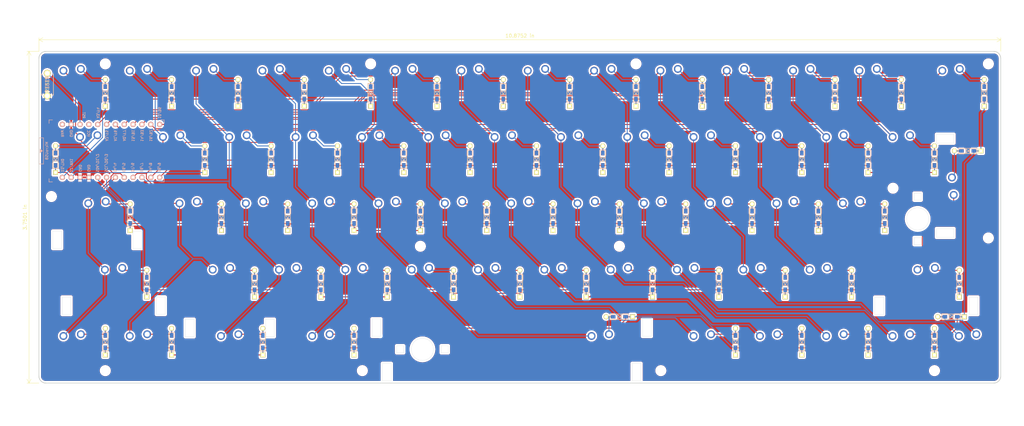
<source format=kicad_pcb>
(kicad_pcb (version 20171130) (host pcbnew "(5.1.2-1)-1")
  (layers (0 F.Cu signal) (31 B.Cu signal) (34 B.Paste user) (35 F.Paste user) (36 B.SilkS user) (37 F.SilkS user) (38 B.Mask user) (39 F.Mask user) (44 Edge.Cuts user))
  (net 0 "")
  (net 1 row0)
  (net 2 "Net-(D1-Pad2)")
  (net 3 "Net-(D2-Pad2)")
  (net 4 row1)
  (net 5 "Net-(D3-Pad2)")
  (net 6 "Net-(D4-Pad2)")
  (net 7 col0)
  (net 8 col1)
  (net 9 reset)
  (net 10 GND)
  (net 11 VCC)
  (net 12 "Net-(U1-Pad24)")
  (net 13 "Net-(D5-Pad2)")
  (net 14 "Net-(D6-Pad2)")
  (net 15 "Net-(D7-Pad2)")
  (net 16 "Net-(D8-Pad2)")
  (net 17 "Net-(D9-Pad2)")
  (net 18 "Net-(D10-Pad2)")
  (net 19 "Net-(D11-Pad2)")
  (net 20 "Net-(D12-Pad2)")
  (net 21 "Net-(D13-Pad2)")
  (net 22 "Net-(D14-Pad2)")
  (net 23 "Net-(D15-Pad2)")
  (net 24 "Net-(D16-Pad2)")
  (net 25 "Net-(D17-Pad2)")
  (net 26 "Net-(D18-Pad2)")
  (net 27 "Net-(D19-Pad2)")
  (net 28 "Net-(D20-Pad2)")
  (net 29 "Net-(D21-Pad2)")
  (net 30 "Net-(D22-Pad2)")
  (net 31 "Net-(D23-Pad2)")
  (net 32 "Net-(D24-Pad2)")
  (net 33 "Net-(D25-Pad2)")
  (net 34 "Net-(D26-Pad2)")
  (net 35 "Net-(D27-Pad2)")
  (net 36 row2)
  (net 37 "Net-(D28-Pad2)")
  (net 38 "Net-(D29-Pad2)")
  (net 39 "Net-(D30-Pad2)")
  (net 40 "Net-(D31-Pad2)")
  (net 41 "Net-(D32-Pad2)")
  (net 42 "Net-(D33-Pad2)")
  (net 43 "Net-(D34-Pad2)")
  (net 44 "Net-(D35-Pad2)")
  (net 45 "Net-(D36-Pad2)")
  (net 46 "Net-(D37-Pad2)")
  (net 47 "Net-(D38-Pad2)")
  (net 48 "Net-(D39-Pad2)")
  (net 49 row3)
  (net 50 "Net-(D40-Pad2)")
  (net 51 "Net-(D41-Pad2)")
  (net 52 "Net-(D42-Pad2)")
  (net 53 "Net-(D43-Pad2)")
  (net 54 "Net-(D44-Pad2)")
  (net 55 "Net-(D45-Pad2)")
  (net 56 "Net-(D46-Pad2)")
  (net 57 "Net-(D47-Pad2)")
  (net 58 "Net-(D48-Pad2)")
  (net 59 "Net-(D49-Pad2)")
  (net 60 "Net-(D50-Pad2)")
  (net 61 "Net-(D51-Pad2)")
  (net 62 row4)
  (net 63 "Net-(D52-Pad2)")
  (net 64 "Net-(D53-Pad2)")
  (net 65 "Net-(D54-Pad2)")
  (net 66 "Net-(D55-Pad2)")
  (net 67 "Net-(D56-Pad2)")
  (net 68 "Net-(D57-Pad2)")
  (net 69 "Net-(D58-Pad2)")
  (net 70 "Net-(D59-Pad2)")
  (net 71 "Net-(D60-Pad2)")
  (net 72 "Net-(D61-Pad2)")
  (net 73 "Net-(D62-Pad2)")
  (net 74 col2)
  (net 75 col3)
  (net 76 col4)
  (net 77 col5)
  (net 78 col6)
  (net 79 col7)
  (net 80 col8)
  (net 81 col9)
  (net 82 col10)
  (net 83 col11)
  (net 84 col12)
  (module MountingHole:MountingHole_2.2mm_M2 (layer F.Cu) (at 257.18 45.2447)
    (fp_text reference HOLE6 hide)
    (fp_text value MountingHole_2.2mm_M2)
    (pad 1 np_thru_hole circle (at 0 0) (size 2.2 2.2) (drill 2.2) (layers *.Cu *.Mask))
  )
  (module MountingHole:MountingHole_2.2mm_M2 (layer F.Cu) (at 178.598 61.9138)
    (fp_text reference HOLE8 hide)
    (fp_text value MountingHole_2.2mm_M2)
    (pad 1 np_thru_hole circle (at 0 0) (size 2.2 2.2) (drill 2.2) (layers *.Cu *.Mask))
  )
  (module MountingHole:MountingHole_2.2mm_M2 (layer F.Cu) (at 121.446 61.9138)
    (fp_text reference HOLE7 hide)
    (fp_text value MountingHole_2.2mm_M2)
    (pad 1 np_thru_hole circle (at 0 0) (size 2.2 2.2) (drill 2.2) (layers *.Cu *.Mask))
  )
  (module MountingHole:MountingHole_2.2mm_M2 (layer F.Cu) (at 284.565 59.5325)
    (fp_text reference HOLE9 hide)
    (fp_text value MountingHole_2.2mm_M2)
    (pad 1 np_thru_hole circle (at 0 0) (size 2.2 2.2) (drill 2.2) (layers *.Cu *.Mask))
  )
  (module MountingHole:MountingHole_2.2mm_M2 (layer F.Cu) (at 15.4785 47.626)
    (fp_text reference HOLE5 hide)
    (fp_text value MountingHole_2.2mm_M2)
    (pad 1 np_thru_hole circle (at 0 0) (size 2.2 2.2) (drill 2.2) (layers *.Cu *.Mask))
  )
  (module MountingHole:MountingHole_2.2mm_M2 (layer F.Cu) (at 269.087 97.6333)
    (fp_text reference HOLE13 hide)
    (fp_text value MountingHole_2.2mm_M2)
    (pad 1 np_thru_hole circle (at 0 0) (size 2.2 2.2) (drill 2.2) (layers *.Cu *.Mask))
  )
  (module MountingHole:MountingHole_2.2mm_M2 (layer F.Cu) (at 190.504 97.6333)
    (fp_text reference HOLE12 hide)
    (fp_text value MountingHole_2.2mm_M2)
    (pad 1 np_thru_hole circle (at 0 0) (size 2.2 2.2) (drill 2.2) (layers *.Cu *.Mask))
  )
  (module MountingHole:MountingHole_2.2mm_M2 (layer F.Cu) (at 104.777 97.6333)
    (fp_text reference HOLE11 hide)
    (fp_text value MountingHole_2.2mm_M2)
    (pad 1 np_thru_hole circle (at 0 0) (size 2.2 2.2) (drill 2.2) (layers *.Cu *.Mask))
  )
  (module MountingHole:MountingHole_2.2mm_M2 (layer F.Cu) (at 30.9569 97.6333)
    (fp_text reference HOLE10 hide)
    (fp_text value MountingHole_2.2mm_M2)
    (pad 1 np_thru_hole circle (at 0 0) (size 2.2 2.2) (drill 2.2) (layers *.Cu *.Mask))
  )
  (module MountingHole:MountingHole_2.2mm_M2 (layer F.Cu) (at 284.565 9.5252)
    (fp_text reference HOLE4 hide)
    (fp_text value MountingHole_2.2mm_M2)
    (pad 1 np_thru_hole circle (at 0 0) (size 2.2 2.2) (drill 2.2) (layers *.Cu *.Mask))
  )
  (module MountingHole:MountingHole_2.2mm_M2 (layer F.Cu) (at 183.36 9.5252)
    (fp_text reference HOLE3 hide)
    (fp_text value MountingHole_2.2mm_M2)
    (pad 1 np_thru_hole circle (at 0 0) (size 2.2 2.2) (drill 2.2) (layers *.Cu *.Mask))
  )
  (module MountingHole:MountingHole_2.2mm_M2 (layer F.Cu) (at 107.158 9.5252)
    (fp_text reference HOLE2 hide)
    (fp_text value MountingHole_2.2mm_M2)
    (pad 1 np_thru_hole circle (at 0 0) (size 2.2 2.2) (drill 2.2) (layers *.Cu *.Mask))
  )
  (module MountingHole:MountingHole_2.2mm_M2 (layer F.Cu) (at 30.9569 9.5252)
    (fp_text reference HOLE1 hide)
    (fp_text value MountingHole_2.2mm_M2)
    (pad 1 np_thru_hole circle (at 0 0) (size 2.2 2.2) (drill 2.2) (layers *.Cu *.Mask))
  )
  (module Alps_Only:ALPS-1U (layer F.Cu) (at 59.5313 15.4806)
    (fp_text reference SW3)
    (fp_text value SW_PUSH)
    (pad 1 thru_hole circle (at -2.5 -4) (size 2.25 2.25) (drill 1.47) (layers *.Cu B.Mask) (net 74 col2))
    (pad 2 thru_hole circle (at 2.5 -4.5) (size 2.25 2.25) (drill 1.47) (layers *.Cu B.Mask) (net 5 "Net-(D3-Pad2)"))
  )
  (module Alps_Only:ALPS-1U (layer F.Cu) (at 130.969 53.5806)
    (fp_text reference SW32)
    (fp_text value SW_PUSH)
    (pad 2 thru_hole circle (at 2.5 -4.5) (size 2.25 2.25) (drill 1.47) (layers *.Cu B.Mask) (net 41 "Net-(D32-Pad2)"))
    (pad 1 thru_hole circle (at -2.5 -4) (size 2.25 2.25) (drill 1.47) (layers *.Cu B.Mask) (net 77 col5))
  )
  (module Alps_Only:ALPS-2.25U (layer F.Cu) (at 33.3376 72.6306)
    (fp_text reference SW39)
    (fp_text value SW_PUSH)
    (pad 2 thru_hole circle (at 2.5 -4.5) (size 2.25 2.25) (drill 1.47) (layers *.Cu B.Mask) (net 48 "Net-(D39-Pad2)"))
    (pad 1 thru_hole circle (at -2.5 -4) (size 2.25 2.25) (drill 1.47) (layers *.Cu B.Mask) (net 7 col0))
  )
  (module Alps_Only:ALPS-1U (layer F.Cu) (at 21.4313 15.4806)
    (fp_text reference SW1)
    (fp_text value SW_PUSH)
    (pad 2 thru_hole circle (at 2.5 -4.5) (size 2.25 2.25) (drill 1.47) (layers *.Cu B.Mask) (net 2 "Net-(D1-Pad2)"))
    (pad 1 thru_hole circle (at -2.5 -4) (size 2.25 2.25) (drill 1.47) (layers *.Cu B.Mask) (net 7 col0))
  )
  (module Alps_Only:ALPS-1U (layer F.Cu) (at 40.4813 15.4806)
    (fp_text reference SW2)
    (fp_text value SW_PUSH)
    (pad 1 thru_hole circle (at -2.5 -4) (size 2.25 2.25) (drill 1.47) (layers *.Cu B.Mask) (net 8 col1))
    (pad 2 thru_hole circle (at 2.5 -4.5) (size 2.25 2.25) (drill 1.47) (layers *.Cu B.Mask) (net 3 "Net-(D2-Pad2)"))
  )
  (module Alps_Only:ALPS-1U (layer F.Cu) (at 50.0063 34.5306)
    (fp_text reference SW15)
    (fp_text value SW_PUSH)
    (pad 1 thru_hole circle (at -2.5 -4) (size 2.25 2.25) (drill 1.47) (layers *.Cu B.Mask) (net 8 col1))
    (pad 2 thru_hole circle (at 2.5 -4.5) (size 2.25 2.25) (drill 1.47) (layers *.Cu B.Mask) (net 23 "Net-(D15-Pad2)"))
  )
  (module kbd:ResetSW (layer F.Cu) (at 14.2878 15.4806 90)
    (fp_text reference SW_RESET1 hide)
    (fp_text value RESET_SWITCH)
    (fp_text user RESET (at 0.127 0 90) (layer B.SilkS) (effects (justify mirror)))
    (fp_text user RESET (at 0 0 90) (layer F.SilkS))
    (pad 1 thru_hole circle (at 3.25 0 90) (size 2 2) (drill 1.3) (layers *.Cu *.Mask F.SilkS) (net 9 reset))
    (pad 2 thru_hole circle (at -3.25 0 90) (size 2 2) (drill 1.3) (layers *.Cu *.Mask F.SilkS) (net 10 GND))
  )
  (module kbd:ProMicro_v3 (layer B.Cu) (at 33.1001 34.5288 270)
    (fp_text reference U1 hide)
    (fp_text value ProMicro hide)
    (fp_text user MicroUSB (at -0.05 18.95 270) (layer B.SilkS) (effects (font (size 0.75 0.75) (thickness 0.12)) (justify mirror)))
    (fp_text user B4/8 (at 4.705 -10.8 270 unlocked) (layer B.SilkS) (effects (font (size 0.75 0.67) (thickness 0.125)) (justify mirror)))
    (fp_text user D2/RX1 (at 4.155 11.9 270 unlocked) (layer B.SilkS) (effects (font (size 0.75 0.67) (thickness 0.125)) (justify mirror)))
    (fp_text user B5/9 (at 4.705 -13.3 270 unlocked) (layer B.SilkS) (effects (font (size 0.75 0.67) (thickness 0.125)) (justify mirror)))
    (fp_text user C6/5 (at 4.705 -3.15 270 unlocked) (layer B.SilkS) (effects (font (size 0.75 0.67) (thickness 0.125)) (justify mirror)))
    (fp_text user SCL/D0/3 (at 3.455 1.9 270 unlocked) (layer B.SilkS) (effects (font (size 0.75 0.67) (thickness 0.125)) (justify mirror)))
    (fp_text user SDA/D1/2 (at 3.455 4.4 270 unlocked) (layer B.SilkS) (effects (font (size 0.75 0.67) (thickness 0.125)) (justify mirror)))
    (fp_text user D4/4 (at 4.705 -0.6 270 unlocked) (layer B.SilkS) (effects (font (size 0.75 0.67) (thickness 0.125)) (justify mirror)))
    (fp_text user D3/TX0 (at 4.155 14.45 270 unlocked) (layer B.SilkS) (effects (font (size 0.75 0.67) (thickness 0.125)) (justify mirror)))
    (fp_text user GND (at 4.955 6.9 270 unlocked) (layer B.SilkS) (effects (font (size 0.75 0.67) (thickness 0.125)) (justify mirror)))
    (fp_text user GND (at 4.955 9.35 270 unlocked) (layer B.SilkS) (effects (font (size 0.75 0.67) (thickness 0.125)) (justify mirror)))
    (fp_text user D7/6 (at 4.705 -5.7 270 unlocked) (layer B.SilkS) (effects (font (size 0.75 0.67) (thickness 0.125)) (justify mirror)))
    (fp_text user E6/7 (at 4.705 -8.25 270 unlocked) (layer B.SilkS) (effects (font (size 0.75 0.67) (thickness 0.125)) (justify mirror)))
    (fp_text user 16/B2 (at -4.395 -10.95 270 unlocked) (layer B.SilkS) (effects (font (size 0.75 0.67) (thickness 0.125)) (justify mirror)))
    (fp_text user 10/B6 (at -10.95393 -13.45 270 unlocked) (layer B.SilkS) (effects (font (size 0.75 0.67) (thickness 0.125)) (justify mirror)))
    (fp_text user 14/B3 (at -4.395 -8.4 270 unlocked) (layer B.SilkS) (effects (font (size 0.75 0.67) (thickness 0.125)) (justify mirror)))
    (fp_text user 15/B1 (at -4.395 -5.85 270 unlocked) (layer B.SilkS) (effects (font (size 0.75 0.67) (thickness 0.125)) (justify mirror)))
    (fp_text user A0/F7 (at -4.395 -3.3 270 unlocked) (layer B.SilkS) (effects (font (size 0.75 0.67) (thickness 0.125)) (justify mirror)))
    (fp_text user A1/F6 (at -4.395 -0.75 270 unlocked) (layer B.SilkS) (effects (font (size 0.75 0.67) (thickness 0.125)) (justify mirror)))
    (fp_text user A2/F5 (at -4.395 1.75 270 unlocked) (layer B.SilkS) (effects (font (size 0.75 0.67) (thickness 0.125)) (justify mirror)))
    (fp_text user A3/F4 (at -10.95393 4.25 270 unlocked) (layer B.SilkS) (effects (font (size 0.75 0.67) (thickness 0.125)) (justify mirror)))
    (fp_text user VCC (at -4.995 6.95 270 unlocked) (layer B.SilkS) (effects (font (size 0.75 0.67) (thickness 0.125)) (justify mirror)))
    (fp_text user RST (at -10.23954 8.33458 270 unlocked) (layer B.SilkS) (effects (font (size 0.75 0.67) (thickness 0.125)) (justify mirror)))
    (fp_text user GND (at -4.995 11.95 270 unlocked) (layer B.SilkS) (effects (font (size 0.75 0.67) (thickness 0.125)) (justify mirror)))
    (fp_text user RAW (at -4.995 14.5 270 unlocked) (layer B.SilkS) (effects (font (size 0.75 0.67) (thickness 0.125)) (justify mirror)))
    (fp_text user "" (at -0.545 17.4 270) (layer B.SilkS) (effects (justify mirror)))
    (fp_text user "" (at -1.2515 16.256 270) (layer F.SilkS))
    (pad 1 thru_hole circle (at 7.6114 14.478 270) (size 1.524 1.524) (drill 0.8128) (layers *.Cu B.SilkS F.Mask) (net 1 row0))
    (pad 2 thru_hole circle (at 7.6114 11.938 270) (size 1.524 1.524) (drill 0.8128) (layers *.Cu B.SilkS F.Mask) (net 4 row1))
    (pad 3 thru_hole circle (at 7.6114 9.398 270) (size 1.524 1.524) (drill 0.8128) (layers *.Cu B.SilkS F.Mask) (net 10 GND))
    (pad 4 thru_hole circle (at 7.6114 6.858 270) (size 1.524 1.524) (drill 0.8128) (layers *.Cu B.SilkS F.Mask) (net 10 GND))
    (pad 5 thru_hole circle (at 7.6114 4.318 270) (size 1.524 1.524) (drill 0.8128) (layers *.Cu B.SilkS F.Mask) (net 36 row2))
    (pad 6 thru_hole circle (at 7.6114 1.778 270) (size 1.524 1.524) (drill 0.8128) (layers *.Cu B.SilkS F.Mask) (net 49 row3))
    (pad 7 thru_hole circle (at 7.6114 -0.762 270) (size 1.524 1.524) (drill 0.8128) (layers *.Cu B.SilkS F.Mask) (net 62 row4))
    (pad 8 thru_hole circle (at 7.6114 -3.302 270) (size 1.524 1.524) (drill 0.8128) (layers *.Cu B.SilkS F.Mask) (net 7 col0))
    (pad 9 thru_hole circle (at 7.6114 -5.842 270) (size 1.524 1.524) (drill 0.8128) (layers *.Cu B.SilkS F.Mask) (net 8 col1))
    (pad 10 thru_hole circle (at 7.6114 -8.382 270) (size 1.524 1.524) (drill 0.8128) (layers *.Cu B.SilkS F.Mask) (net 74 col2))
    (pad 11 thru_hole circle (at 7.6114 -10.922 270) (size 1.524 1.524) (drill 0.8128) (layers *.Cu B.SilkS F.Mask) (net 75 col3))
    (pad 12 thru_hole circle (at 7.6114 -13.462 270) (size 1.524 1.524) (drill 0.8128) (layers *.Cu B.SilkS F.Mask) (net 76 col4))
    (pad 13 thru_hole circle (at -7.6086 -13.462 270) (size 1.524 1.524) (drill 0.8128) (layers *.Cu B.SilkS F.Mask) (net 84 col12))
    (pad 14 thru_hole circle (at -7.6086 -10.922 270) (size 1.524 1.524) (drill 0.8128) (layers *.Cu B.SilkS F.Mask) (net 83 col11))
    (pad 15 thru_hole circle (at -7.6086 -8.382 270) (size 1.524 1.524) (drill 0.8128) (layers *.Cu B.SilkS F.Mask) (net 82 col10))
    (pad 16 thru_hole circle (at -7.6086 -5.842 270) (size 1.524 1.524) (drill 0.8128) (layers *.Cu B.SilkS F.Mask) (net 81 col9))
    (pad 17 thru_hole circle (at -7.6086 -3.302 270) (size 1.524 1.524) (drill 0.8128) (layers *.Cu B.SilkS F.Mask) (net 80 col8))
    (pad 18 thru_hole circle (at -7.6086 -0.762 270) (size 1.524 1.524) (drill 0.8128) (layers *.Cu B.SilkS F.Mask) (net 79 col7))
    (pad 19 thru_hole circle (at -7.6086 1.778 270) (size 1.524 1.524) (drill 0.8128) (layers *.Cu B.SilkS F.Mask) (net 78 col6))
    (pad 20 thru_hole circle (at -7.6086 4.318 270) (size 1.524 1.524) (drill 0.8128) (layers *.Cu B.SilkS F.Mask) (net 77 col5))
    (pad 21 thru_hole circle (at -7.6086 6.858 270) (size 1.524 1.524) (drill 0.8128) (layers *.Cu B.SilkS F.Mask) (net 11 VCC))
    (pad 22 thru_hole circle (at -7.6086 9.398 270) (size 1.524 1.524) (drill 0.8128) (layers *.Cu B.SilkS F.Mask) (net 9 reset))
    (pad 23 thru_hole circle (at -7.6086 11.938 270) (size 1.524 1.524) (drill 0.8128) (layers *.Cu B.SilkS F.Mask) (net 10 GND))
    (pad 24 thru_hole circle (at -7.6086 14.478 270) (size 1.524 1.524) (drill 0.8128) (layers *.Cu B.SilkS F.Mask) (net 12 "Net-(U1-Pad24)"))
  )
  (module Alps_Only:ALPS-1U (layer F.Cu) (at 78.5814 15.4806)
    (fp_text reference SW4)
    (fp_text value SW_PUSH)
    (pad 2 thru_hole circle (at 2.5 -4.5) (size 2.25 2.25) (drill 1.47) (layers *.Cu B.Mask) (net 6 "Net-(D4-Pad2)"))
    (pad 1 thru_hole circle (at -2.5 -4) (size 2.25 2.25) (drill 1.47) (layers *.Cu B.Mask) (net 75 col3))
  )
  (module Alps_Only:ALPS-1U (layer F.Cu) (at 97.6314 15.4806)
    (fp_text reference SW5)
    (fp_text value SW_PUSH)
    (pad 1 thru_hole circle (at -2.5 -4) (size 2.25 2.25) (drill 1.47) (layers *.Cu B.Mask) (net 76 col4))
    (pad 2 thru_hole circle (at 2.5 -4.5) (size 2.25 2.25) (drill 1.47) (layers *.Cu B.Mask) (net 13 "Net-(D5-Pad2)"))
  )
  (module Alps_Only:ALPS-1U (layer F.Cu) (at 116.681 15.4806)
    (fp_text reference SW6)
    (fp_text value SW_PUSH)
    (pad 2 thru_hole circle (at 2.5 -4.5) (size 2.25 2.25) (drill 1.47) (layers *.Cu B.Mask) (net 14 "Net-(D6-Pad2)"))
    (pad 1 thru_hole circle (at -2.5 -4) (size 2.25 2.25) (drill 1.47) (layers *.Cu B.Mask) (net 77 col5))
  )
  (module Alps_Only:ALPS-1U (layer F.Cu) (at 135.731 15.4806)
    (fp_text reference SW7)
    (fp_text value SW_PUSH)
    (pad 1 thru_hole circle (at -2.5 -4) (size 2.25 2.25) (drill 1.47) (layers *.Cu B.Mask) (net 78 col6))
    (pad 2 thru_hole circle (at 2.5 -4.5) (size 2.25 2.25) (drill 1.47) (layers *.Cu B.Mask) (net 15 "Net-(D7-Pad2)"))
  )
  (module Alps_Only:ALPS-1U (layer F.Cu) (at 154.781 15.4806)
    (fp_text reference SW8)
    (fp_text value SW_PUSH)
    (pad 2 thru_hole circle (at 2.5 -4.5) (size 2.25 2.25) (drill 1.47) (layers *.Cu B.Mask) (net 16 "Net-(D8-Pad2)"))
    (pad 1 thru_hole circle (at -2.5 -4) (size 2.25 2.25) (drill 1.47) (layers *.Cu B.Mask) (net 79 col7))
  )
  (module Alps_Only:ALPS-1U (layer F.Cu) (at 173.831 15.4806)
    (fp_text reference SW9)
    (fp_text value SW_PUSH)
    (pad 1 thru_hole circle (at -2.5 -4) (size 2.25 2.25) (drill 1.47) (layers *.Cu B.Mask) (net 80 col8))
    (pad 2 thru_hole circle (at 2.5 -4.5) (size 2.25 2.25) (drill 1.47) (layers *.Cu B.Mask) (net 17 "Net-(D9-Pad2)"))
  )
  (module Alps_Only:ALPS-1U (layer F.Cu) (at 192.881 15.4806)
    (fp_text reference SW10)
    (fp_text value SW_PUSH)
    (pad 2 thru_hole circle (at 2.5 -4.5) (size 2.25 2.25) (drill 1.47) (layers *.Cu B.Mask) (net 18 "Net-(D10-Pad2)"))
    (pad 1 thru_hole circle (at -2.5 -4) (size 2.25 2.25) (drill 1.47) (layers *.Cu B.Mask) (net 81 col9))
  )
  (module Alps_Only:ALPS-1U (layer F.Cu) (at 211.931 15.4806)
    (fp_text reference SW11)
    (fp_text value SW_PUSH)
    (pad 1 thru_hole circle (at -2.5 -4) (size 2.25 2.25) (drill 1.47) (layers *.Cu B.Mask) (net 82 col10))
    (pad 2 thru_hole circle (at 2.5 -4.5) (size 2.25 2.25) (drill 1.47) (layers *.Cu B.Mask) (net 19 "Net-(D11-Pad2)"))
  )
  (module Alps_Only:ALPS-1U (layer F.Cu) (at 230.981 15.4806)
    (fp_text reference SW12)
    (fp_text value SW_PUSH)
    (pad 2 thru_hole circle (at 2.5 -4.5) (size 2.25 2.25) (drill 1.47) (layers *.Cu B.Mask) (net 20 "Net-(D12-Pad2)"))
    (pad 1 thru_hole circle (at -2.5 -4) (size 2.25 2.25) (drill 1.47) (layers *.Cu B.Mask) (net 83 col11))
  )
  (module Alps_Only:ALPS-1U (layer F.Cu) (at 250.031 15.4806)
    (fp_text reference SW13)
    (fp_text value SW_PUSH)
    (pad 1 thru_hole circle (at -2.5 -4) (size 2.25 2.25) (drill 1.47) (layers *.Cu B.Mask) (net 84 col12))
    (pad 2 thru_hole circle (at 2.5 -4.5) (size 2.25 2.25) (drill 1.47) (layers *.Cu B.Mask) (net 21 "Net-(D13-Pad2)"))
  )
  (module Alps_Only:ALPS-1U (layer F.Cu) (at 69.0564 34.5306)
    (fp_text reference SW16)
    (fp_text value SW_PUSH)
    (pad 1 thru_hole circle (at -2.5 -4) (size 2.25 2.25) (drill 1.47) (layers *.Cu B.Mask) (net 74 col2))
    (pad 2 thru_hole circle (at 2.5 -4.5) (size 2.25 2.25) (drill 1.47) (layers *.Cu B.Mask) (net 24 "Net-(D16-Pad2)"))
  )
  (module Alps_Only:ALPS-1U (layer F.Cu) (at 88.1064 34.5306)
    (fp_text reference SW17)
    (fp_text value SW_PUSH)
    (pad 2 thru_hole circle (at 2.5 -4.5) (size 2.25 2.25) (drill 1.47) (layers *.Cu B.Mask) (net 25 "Net-(D17-Pad2)"))
    (pad 1 thru_hole circle (at -2.5 -4) (size 2.25 2.25) (drill 1.47) (layers *.Cu B.Mask) (net 75 col3))
  )
  (module Alps_Only:ALPS-1U (layer F.Cu) (at 107.156 34.5306)
    (fp_text reference SW18)
    (fp_text value SW_PUSH)
    (pad 1 thru_hole circle (at -2.5 -4) (size 2.25 2.25) (drill 1.47) (layers *.Cu B.Mask) (net 76 col4))
    (pad 2 thru_hole circle (at 2.5 -4.5) (size 2.25 2.25) (drill 1.47) (layers *.Cu B.Mask) (net 26 "Net-(D18-Pad2)"))
  )
  (module Alps_Only:ALPS-1U (layer F.Cu) (at 126.206 34.5306)
    (fp_text reference SW19)
    (fp_text value SW_PUSH)
    (pad 2 thru_hole circle (at 2.5 -4.5) (size 2.25 2.25) (drill 1.47) (layers *.Cu B.Mask) (net 27 "Net-(D19-Pad2)"))
    (pad 1 thru_hole circle (at -2.5 -4) (size 2.25 2.25) (drill 1.47) (layers *.Cu B.Mask) (net 77 col5))
  )
  (module Alps_Only:ALPS-1U (layer F.Cu) (at 145.256 34.5306)
    (fp_text reference SW20)
    (fp_text value SW_PUSH)
    (pad 1 thru_hole circle (at -2.5 -4) (size 2.25 2.25) (drill 1.47) (layers *.Cu B.Mask) (net 78 col6))
    (pad 2 thru_hole circle (at 2.5 -4.5) (size 2.25 2.25) (drill 1.47) (layers *.Cu B.Mask) (net 28 "Net-(D20-Pad2)"))
  )
  (module Alps_Only:ALPS-1U (layer F.Cu) (at 164.306 34.5306)
    (fp_text reference SW21)
    (fp_text value SW_PUSH)
    (pad 2 thru_hole circle (at 2.5 -4.5) (size 2.25 2.25) (drill 1.47) (layers *.Cu B.Mask) (net 29 "Net-(D21-Pad2)"))
    (pad 1 thru_hole circle (at -2.5 -4) (size 2.25 2.25) (drill 1.47) (layers *.Cu B.Mask) (net 79 col7))
  )
  (module Alps_Only:ALPS-1U (layer F.Cu) (at 183.356 34.5306)
    (fp_text reference SW22)
    (fp_text value SW_PUSH)
    (pad 1 thru_hole circle (at -2.5 -4) (size 2.25 2.25) (drill 1.47) (layers *.Cu B.Mask) (net 80 col8))
    (pad 2 thru_hole circle (at 2.5 -4.5) (size 2.25 2.25) (drill 1.47) (layers *.Cu B.Mask) (net 30 "Net-(D22-Pad2)"))
  )
  (module Alps_Only:ALPS-1U (layer F.Cu) (at 202.406 34.5306)
    (fp_text reference SW23)
    (fp_text value SW_PUSH)
    (pad 2 thru_hole circle (at 2.5 -4.5) (size 2.25 2.25) (drill 1.47) (layers *.Cu B.Mask) (net 31 "Net-(D23-Pad2)"))
    (pad 1 thru_hole circle (at -2.5 -4) (size 2.25 2.25) (drill 1.47) (layers *.Cu B.Mask) (net 81 col9))
  )
  (module Alps_Only:ALPS-1U (layer F.Cu) (at 221.456 34.5306)
    (fp_text reference SW24)
    (fp_text value SW_PUSH)
    (pad 1 thru_hole circle (at -2.5 -4) (size 2.25 2.25) (drill 1.47) (layers *.Cu B.Mask) (net 82 col10))
    (pad 2 thru_hole circle (at 2.5 -4.5) (size 2.25 2.25) (drill 1.47) (layers *.Cu B.Mask) (net 32 "Net-(D24-Pad2)"))
  )
  (module Alps_Only:ALPS-1U (layer F.Cu) (at 240.506 34.5306)
    (fp_text reference SW25)
    (fp_text value SW_PUSH)
    (pad 2 thru_hole circle (at 2.5 -4.5) (size 2.25 2.25) (drill 1.47) (layers *.Cu B.Mask) (net 33 "Net-(D25-Pad2)"))
    (pad 1 thru_hole circle (at -2.5 -4) (size 2.25 2.25) (drill 1.47) (layers *.Cu B.Mask) (net 83 col11))
  )
  (module Alps_Only:ALPS-1U (layer F.Cu) (at 259.556 34.5306)
    (fp_text reference SW26)
    (fp_text value SW_PUSH)
    (pad 1 thru_hole circle (at -2.5 -4) (size 2.25 2.25) (drill 1.47) (layers *.Cu B.Mask) (net 84 col12))
    (pad 2 thru_hole circle (at 2.5 -4.5) (size 2.25 2.25) (drill 1.47) (layers *.Cu B.Mask) (net 34 "Net-(D26-Pad2)"))
  )
  (module Alps_Only:ALPS-1U (layer F.Cu) (at 54.7688 53.5806)
    (fp_text reference SW28)
    (fp_text value SW_PUSH)
    (pad 2 thru_hole circle (at 2.5 -4.5) (size 2.25 2.25) (drill 1.47) (layers *.Cu B.Mask) (net 37 "Net-(D28-Pad2)"))
    (pad 1 thru_hole circle (at -2.5 -4) (size 2.25 2.25) (drill 1.47) (layers *.Cu B.Mask) (net 8 col1))
  )
  (module Alps_Only:ALPS-1U (layer F.Cu) (at 73.8189 53.5806)
    (fp_text reference SW29)
    (fp_text value SW_PUSH)
    (pad 1 thru_hole circle (at -2.5 -4) (size 2.25 2.25) (drill 1.47) (layers *.Cu B.Mask) (net 74 col2))
    (pad 2 thru_hole circle (at 2.5 -4.5) (size 2.25 2.25) (drill 1.47) (layers *.Cu B.Mask) (net 38 "Net-(D29-Pad2)"))
  )
  (module Alps_Only:ALPS-1U (layer F.Cu) (at 92.8689 53.5806)
    (fp_text reference SW30)
    (fp_text value SW_PUSH)
    (pad 2 thru_hole circle (at 2.5 -4.5) (size 2.25 2.25) (drill 1.47) (layers *.Cu B.Mask) (net 39 "Net-(D30-Pad2)"))
    (pad 1 thru_hole circle (at -2.5 -4) (size 2.25 2.25) (drill 1.47) (layers *.Cu B.Mask) (net 75 col3))
  )
  (module Alps_Only:ALPS-1U (layer F.Cu) (at 111.919 53.5806)
    (fp_text reference SW31)
    (fp_text value SW_PUSH)
    (pad 1 thru_hole circle (at -2.5 -4) (size 2.25 2.25) (drill 1.47) (layers *.Cu B.Mask) (net 76 col4))
    (pad 2 thru_hole circle (at 2.5 -4.5) (size 2.25 2.25) (drill 1.47) (layers *.Cu B.Mask) (net 40 "Net-(D31-Pad2)"))
  )
  (module Alps_Only:ALPS-1U (layer F.Cu) (at 150.019 53.5806)
    (fp_text reference SW33)
    (fp_text value SW_PUSH)
    (pad 1 thru_hole circle (at -2.5 -4) (size 2.25 2.25) (drill 1.47) (layers *.Cu B.Mask) (net 78 col6))
    (pad 2 thru_hole circle (at 2.5 -4.5) (size 2.25 2.25) (drill 1.47) (layers *.Cu B.Mask) (net 42 "Net-(D33-Pad2)"))
  )
  (module Alps_Only:ALPS-1U (layer F.Cu) (at 169.069 53.5806)
    (fp_text reference SW34)
    (fp_text value SW_PUSH)
    (pad 2 thru_hole circle (at 2.5 -4.5) (size 2.25 2.25) (drill 1.47) (layers *.Cu B.Mask) (net 43 "Net-(D34-Pad2)"))
    (pad 1 thru_hole circle (at -2.5 -4) (size 2.25 2.25) (drill 1.47) (layers *.Cu B.Mask) (net 79 col7))
  )
  (module Alps_Only:ALPS-1U (layer F.Cu) (at 188.119 53.5806)
    (fp_text reference SW35)
    (fp_text value SW_PUSH)
    (pad 1 thru_hole circle (at -2.5 -4) (size 2.25 2.25) (drill 1.47) (layers *.Cu B.Mask) (net 80 col8))
    (pad 2 thru_hole circle (at 2.5 -4.5) (size 2.25 2.25) (drill 1.47) (layers *.Cu B.Mask) (net 44 "Net-(D35-Pad2)"))
  )
  (module Alps_Only:ALPS-1U (layer F.Cu) (at 207.169 53.5806)
    (fp_text reference SW36)
    (fp_text value SW_PUSH)
    (pad 2 thru_hole circle (at 2.5 -4.5) (size 2.25 2.25) (drill 1.47) (layers *.Cu B.Mask) (net 45 "Net-(D36-Pad2)"))
    (pad 1 thru_hole circle (at -2.5 -4) (size 2.25 2.25) (drill 1.47) (layers *.Cu B.Mask) (net 81 col9))
  )
  (module Alps_Only:ALPS-1U (layer F.Cu) (at 226.219 53.5806)
    (fp_text reference SW37)
    (fp_text value SW_PUSH)
    (pad 1 thru_hole circle (at -2.5 -4) (size 2.25 2.25) (drill 1.47) (layers *.Cu B.Mask) (net 82 col10))
    (pad 2 thru_hole circle (at 2.5 -4.5) (size 2.25 2.25) (drill 1.47) (layers *.Cu B.Mask) (net 46 "Net-(D37-Pad2)"))
  )
  (module Alps_Only:ALPS-1U (layer F.Cu) (at 245.269 53.5806)
    (fp_text reference SW38)
    (fp_text value SW_PUSH)
    (pad 2 thru_hole circle (at 2.5 -4.5) (size 2.25 2.25) (drill 1.47) (layers *.Cu B.Mask) (net 47 "Net-(D38-Pad2)"))
    (pad 1 thru_hole circle (at -2.5 -4) (size 2.25 2.25) (drill 1.47) (layers *.Cu B.Mask) (net 83 col11))
  )
  (module Alps_Only:ALPS-1U (layer F.Cu) (at 64.2938 72.6306)
    (fp_text reference SW40)
    (fp_text value SW_PUSH)
    (pad 2 thru_hole circle (at 2.5 -4.5) (size 2.25 2.25) (drill 1.47) (layers *.Cu B.Mask) (net 50 "Net-(D40-Pad2)"))
    (pad 1 thru_hole circle (at -2.5 -4) (size 2.25 2.25) (drill 1.47) (layers *.Cu B.Mask) (net 8 col1))
  )
  (module Alps_Only:ALPS-1U (layer F.Cu) (at 83.3439 72.6306)
    (fp_text reference SW41)
    (fp_text value SW_PUSH)
    (pad 1 thru_hole circle (at -2.5 -4) (size 2.25 2.25) (drill 1.47) (layers *.Cu B.Mask) (net 74 col2))
    (pad 2 thru_hole circle (at 2.5 -4.5) (size 2.25 2.25) (drill 1.47) (layers *.Cu B.Mask) (net 51 "Net-(D41-Pad2)"))
  )
  (module Alps_Only:ALPS-1U (layer F.Cu) (at 102.394 72.6306)
    (fp_text reference SW42)
    (fp_text value SW_PUSH)
    (pad 2 thru_hole circle (at 2.5 -4.5) (size 2.25 2.25) (drill 1.47) (layers *.Cu B.Mask) (net 52 "Net-(D42-Pad2)"))
    (pad 1 thru_hole circle (at -2.5 -4) (size 2.25 2.25) (drill 1.47) (layers *.Cu B.Mask) (net 75 col3))
  )
  (module Alps_Only:ALPS-1U (layer F.Cu) (at 121.444 72.6306)
    (fp_text reference SW43)
    (fp_text value SW_PUSH)
    (pad 1 thru_hole circle (at -2.5 -4) (size 2.25 2.25) (drill 1.47) (layers *.Cu B.Mask) (net 76 col4))
    (pad 2 thru_hole circle (at 2.5 -4.5) (size 2.25 2.25) (drill 1.47) (layers *.Cu B.Mask) (net 53 "Net-(D43-Pad2)"))
  )
  (module Alps_Only:ALPS-1U (layer F.Cu) (at 140.494 72.6306)
    (fp_text reference SW44)
    (fp_text value SW_PUSH)
    (pad 2 thru_hole circle (at 2.5 -4.5) (size 2.25 2.25) (drill 1.47) (layers *.Cu B.Mask) (net 54 "Net-(D44-Pad2)"))
    (pad 1 thru_hole circle (at -2.5 -4) (size 2.25 2.25) (drill 1.47) (layers *.Cu B.Mask) (net 77 col5))
  )
  (module Alps_Only:ALPS-1U (layer F.Cu) (at 159.544 72.6306)
    (fp_text reference SW45)
    (fp_text value SW_PUSH)
    (pad 1 thru_hole circle (at -2.5 -4) (size 2.25 2.25) (drill 1.47) (layers *.Cu B.Mask) (net 78 col6))
    (pad 2 thru_hole circle (at 2.5 -4.5) (size 2.25 2.25) (drill 1.47) (layers *.Cu B.Mask) (net 55 "Net-(D45-Pad2)"))
  )
  (module Alps_Only:ALPS-1U (layer F.Cu) (at 178.594 72.6306)
    (fp_text reference SW46)
    (fp_text value SW_PUSH)
    (pad 2 thru_hole circle (at 2.5 -4.5) (size 2.25 2.25) (drill 1.47) (layers *.Cu B.Mask) (net 56 "Net-(D46-Pad2)"))
    (pad 1 thru_hole circle (at -2.5 -4) (size 2.25 2.25) (drill 1.47) (layers *.Cu B.Mask) (net 79 col7))
  )
  (module Alps_Only:ALPS-1U (layer F.Cu) (at 197.644 72.6306)
    (fp_text reference SW47)
    (fp_text value SW_PUSH)
    (pad 1 thru_hole circle (at -2.5 -4) (size 2.25 2.25) (drill 1.47) (layers *.Cu B.Mask) (net 80 col8))
    (pad 2 thru_hole circle (at 2.5 -4.5) (size 2.25 2.25) (drill 1.47) (layers *.Cu B.Mask) (net 57 "Net-(D47-Pad2)"))
  )
  (module Alps_Only:ALPS-1U (layer F.Cu) (at 216.694 72.6306)
    (fp_text reference SW48)
    (fp_text value SW_PUSH)
    (pad 2 thru_hole circle (at 2.5 -4.5) (size 2.25 2.25) (drill 1.47) (layers *.Cu B.Mask) (net 58 "Net-(D48-Pad2)"))
    (pad 1 thru_hole circle (at -2.5 -4) (size 2.25 2.25) (drill 1.47) (layers *.Cu B.Mask) (net 81 col9))
  )
  (module Alps_Only:ALPS-1U (layer F.Cu) (at 235.744 72.6306)
    (fp_text reference SW49)
    (fp_text value SW_PUSH)
    (pad 1 thru_hole circle (at -2.5 -4) (size 2.25 2.25) (drill 1.47) (layers *.Cu B.Mask) (net 82 col10))
    (pad 2 thru_hole circle (at 2.5 -4.5) (size 2.25 2.25) (drill 1.47) (layers *.Cu B.Mask) (net 59 "Net-(D49-Pad2)"))
  )
  (module Alps_Only:ALPS-1U (layer F.Cu) (at 21.4313 91.6806)
    (fp_text reference SW51)
    (fp_text value SW_PUSH)
    (pad 1 thru_hole circle (at -2.5 -4) (size 2.25 2.25) (drill 1.47) (layers *.Cu B.Mask) (net 7 col0))
    (pad 2 thru_hole circle (at 2.5 -4.5) (size 2.25 2.25) (drill 1.47) (layers *.Cu B.Mask) (net 61 "Net-(D51-Pad2)"))
  )
  (module Alps_Only:ALPS-1U (layer F.Cu) (at 40.4813 91.6806)
    (fp_text reference SW52)
    (fp_text value SW_PUSH)
    (pad 2 thru_hole circle (at 2.5 -4.5) (size 2.25 2.25) (drill 1.47) (layers *.Cu B.Mask) (net 63 "Net-(D52-Pad2)"))
    (pad 1 thru_hole circle (at -2.5 -4) (size 2.25 2.25) (drill 1.47) (layers *.Cu B.Mask) (net 8 col1))
  )
  (module Alps_Only:ALPS-1U (layer F.Cu) (at 92.8689 91.6806)
    (fp_text reference SW54)
    (fp_text value SW_PUSH)
    (pad 2 thru_hole circle (at 2.5 -4.5) (size 2.25 2.25) (drill 1.47) (layers *.Cu B.Mask) (net 65 "Net-(D54-Pad2)"))
    (pad 1 thru_hole circle (at -2.5 -4) (size 2.25 2.25) (drill 1.47) (layers *.Cu B.Mask) (net 75 col3))
  )
  (module Alps_Only:ALPS-1U (layer F.Cu) (at 173.106 91.6806)
    (fp_text reference SW55)
    (fp_text value SW_PUSH)
    (pad 1 thru_hole circle (at -2.5 -4) (size 2.25 2.25) (drill 1.47) (layers *.Cu B.Mask) (net 76 col4))
    (pad 2 thru_hole circle (at 2.5 -4.5) (size 2.25 2.25) (drill 1.47) (layers *.Cu B.Mask) (net 66 "Net-(D55-Pad2)"))
  )
  (module Alps_Only:ALPS-1U (layer F.Cu) (at 202.406 91.6806)
    (fp_text reference SW56)
    (fp_text value SW_PUSH)
    (pad 2 thru_hole circle (at 2.5 -4.5) (size 2.25 2.25) (drill 1.47) (layers *.Cu B.Mask) (net 67 "Net-(D56-Pad2)"))
    (pad 1 thru_hole circle (at -2.5 -4) (size 2.25 2.25) (drill 1.47) (layers *.Cu B.Mask) (net 77 col5))
  )
  (module Alps_Only:ALPS-1U (layer F.Cu) (at 221.456 91.6806)
    (fp_text reference SW57)
    (fp_text value SW_PUSH)
    (pad 1 thru_hole circle (at -2.5 -4) (size 2.25 2.25) (drill 1.47) (layers *.Cu B.Mask) (net 78 col6))
    (pad 2 thru_hole circle (at 2.5 -4.5) (size 2.25 2.25) (drill 1.47) (layers *.Cu B.Mask) (net 68 "Net-(D57-Pad2)"))
  )
  (module Alps_Only:ALPS-1U (layer F.Cu) (at 240.506 91.6806)
    (fp_text reference SW58)
    (fp_text value SW_PUSH)
    (pad 2 thru_hole circle (at 2.5 -4.5) (size 2.25 2.25) (drill 1.47) (layers *.Cu B.Mask) (net 69 "Net-(D58-Pad2)"))
    (pad 1 thru_hole circle (at -2.5 -4) (size 2.25 2.25) (drill 1.47) (layers *.Cu B.Mask) (net 79 col7))
  )
  (module Alps_Only:ALPS-1U (layer F.Cu) (at 259.556 91.6806)
    (fp_text reference SW59)
    (fp_text value SW_PUSH)
    (pad 1 thru_hole circle (at -2.5 -4) (size 2.25 2.25) (drill 1.47) (layers *.Cu B.Mask) (net 80 col8))
    (pad 2 thru_hole circle (at 2.5 -4.5) (size 2.25 2.25) (drill 1.47) (layers *.Cu B.Mask) (net 70 "Net-(D59-Pad2)"))
  )
  (module Alps_Only:ALPS-1U (layer F.Cu) (at 278.606 91.6806)
    (fp_text reference SW60)
    (fp_text value SW_PUSH)
    (pad 2 thru_hole circle (at 2.5 -4.5) (size 2.25 2.25) (drill 1.47) (layers *.Cu B.Mask) (net 71 "Net-(D60-Pad2)"))
    (pad 1 thru_hole circle (at -2.5 -4) (size 2.25 2.25) (drill 1.47) (layers *.Cu B.Mask) (net 81 col9))
  )
  (module Alps_Only:ALPS-1.5U (layer F.Cu) (at 273.844 15.4806)
    (fp_text reference SW61)
    (fp_text value SW_PUSH)
    (pad 2 thru_hole circle (at 2.5 -4.5) (size 2.25 2.25) (drill 1.47) (layers *.Cu B.Mask) (net 72 "Net-(D61-Pad2)"))
    (pad 1 thru_hole circle (at -2.5 -4) (size 2.25 2.25) (drill 1.47) (layers *.Cu B.Mask) (net 82 col10))
  )
  (module Alps_Only:ALPS-1.5U (layer F.Cu) (at 26.1938 34.5306)
    (fp_text reference SW14)
    (fp_text value SW_PUSH)
    (pad 2 thru_hole circle (at 2.5 -4.5) (size 2.25 2.25) (drill 1.47) (layers *.Cu B.Mask) (net 22 "Net-(D14-Pad2)"))
    (pad 1 thru_hole circle (at -2.5 -4) (size 2.25 2.25) (drill 1.47) (layers *.Cu B.Mask) (net 7 col0))
  )
  (module Alps_Only:ALPS-1.75U (layer F.Cu) (at 28.5751 53.5806)
    (fp_text reference SW27)
    (fp_text value SW_PUSH)
    (pad 1 thru_hole circle (at -2.5 -4) (size 2.25 2.25) (drill 1.47) (layers *.Cu B.Mask) (net 7 col0))
    (pad 2 thru_hole circle (at 2.5 -4.5) (size 2.25 2.25) (drill 1.47) (layers *.Cu B.Mask) (net 35 "Net-(D27-Pad2)"))
  )
  (module Alps_Only:ALPS-2.25U (layer F.Cu) (at 266.7 72.6306)
    (fp_text reference SW50)
    (fp_text value SW_PUSH)
    (pad 1 thru_hole circle (at -2.5 -4) (size 2.25 2.25) (drill 1.47) (layers *.Cu B.Mask) (net 83 col11))
    (pad 2 thru_hole circle (at 2.5 -4.5) (size 2.25 2.25) (drill 1.47) (layers *.Cu B.Mask) (net 60 "Net-(D50-Pad2)"))
  )
  (module Alps_Only:ALPS-1.75U (layer F.Cu) (at 66.6751 91.6806)
    (fp_text reference SW53)
    (fp_text value SW_PUSH)
    (pad 2 thru_hole circle (at 2.5 -4.5) (size 2.25 2.25) (drill 1.47) (layers *.Cu B.Mask) (net 64 "Net-(D53-Pad2)"))
    (pad 1 thru_hole circle (at -2.5 -4) (size 2.25 2.25) (drill 1.47) (layers *.Cu B.Mask) (net 74 col2))
  )
  (module Alps_Only:ALPS-1U (layer F.Cu) (at 278.606 44.6543 90)
    (fp_text reference SW62)
    (fp_text value SW_PUSH)
    (pad 2 thru_hole circle (at 2.5 -4.5 90) (size 2.25 2.25) (drill 1.47) (layers *.Cu B.Mask) (net 73 "Net-(D62-Pad2)"))
    (pad 1 thru_hole circle (at -2.5 -4 90) (size 2.25 2.25) (drill 1.47) (layers *.Cu B.Mask) (net 83 col11))
  )
  (module kbd:D3_TH_SMD (layer F.Cu) (at 30.9563 17.8619 90)
    (fp_text reference D1 hide)
    (fp_text value D hide)
    (pad 2 smd rect (at 1.775 0 90) (size 1.3 0.95) (layers F.Cu F.Paste F.Mask) (net 2 "Net-(D1-Pad2)"))
    (pad 2 thru_hole circle (at 3.81 0 90) (size 1.397 1.397) (drill 0.8128) (layers *.Cu *.Mask F.SilkS) (net 2 "Net-(D1-Pad2)"))
    (pad 1 thru_hole rect (at -3.81 0 90) (size 1.397 1.397) (drill 0.8128) (layers *.Cu *.Mask F.SilkS) (net 1 row0))
    (pad 1 smd rect (at -1.775 0 90) (size 1.3 0.95) (layers B.Cu B.Paste B.Mask) (net 1 row0))
    (pad 2 smd rect (at 1.775 0 90) (size 1.3 0.95) (layers B.Cu B.Paste B.Mask) (net 2 "Net-(D1-Pad2)"))
    (pad 1 smd rect (at -1.775 0 90) (size 1.3 0.95) (layers F.Cu F.Paste F.Mask) (net 1 row0))
  )
  (module kbd:D3_TH_SMD (layer F.Cu) (at 50.0063 17.8619 90)
    (fp_text reference D2 hide)
    (fp_text value D hide)
    (pad 1 smd rect (at -1.775 0 90) (size 1.3 0.95) (layers F.Cu F.Paste F.Mask) (net 1 row0))
    (pad 2 smd rect (at 1.775 0 90) (size 1.3 0.95) (layers B.Cu B.Paste B.Mask) (net 3 "Net-(D2-Pad2)"))
    (pad 1 smd rect (at -1.775 0 90) (size 1.3 0.95) (layers B.Cu B.Paste B.Mask) (net 1 row0))
    (pad 1 thru_hole rect (at -3.81 0 90) (size 1.397 1.397) (drill 0.8128) (layers *.Cu *.Mask F.SilkS) (net 1 row0))
    (pad 2 thru_hole circle (at 3.81 0 90) (size 1.397 1.397) (drill 0.8128) (layers *.Cu *.Mask F.SilkS) (net 3 "Net-(D2-Pad2)"))
    (pad 2 smd rect (at 1.775 0 90) (size 1.3 0.95) (layers F.Cu F.Paste F.Mask) (net 3 "Net-(D2-Pad2)"))
  )
  (module kbd:D3_TH_SMD (layer F.Cu) (at 69.0564 17.8619 90)
    (fp_text reference D3 hide)
    (fp_text value D hide)
    (pad 2 smd rect (at 1.775 0 90) (size 1.3 0.95) (layers F.Cu F.Paste F.Mask) (net 5 "Net-(D3-Pad2)"))
    (pad 2 thru_hole circle (at 3.81 0 90) (size 1.397 1.397) (drill 0.8128) (layers *.Cu *.Mask F.SilkS) (net 5 "Net-(D3-Pad2)"))
    (pad 1 thru_hole rect (at -3.81 0 90) (size 1.397 1.397) (drill 0.8128) (layers *.Cu *.Mask F.SilkS) (net 1 row0))
    (pad 1 smd rect (at -1.775 0 90) (size 1.3 0.95) (layers B.Cu B.Paste B.Mask) (net 1 row0))
    (pad 2 smd rect (at 1.775 0 90) (size 1.3 0.95) (layers B.Cu B.Paste B.Mask) (net 5 "Net-(D3-Pad2)"))
    (pad 1 smd rect (at -1.775 0 90) (size 1.3 0.95) (layers F.Cu F.Paste F.Mask) (net 1 row0))
  )
  (module kbd:D3_TH_SMD (layer F.Cu) (at 88.1064 17.8619 90)
    (fp_text reference D4 hide)
    (fp_text value D hide)
    (pad 1 smd rect (at -1.775 0 90) (size 1.3 0.95) (layers F.Cu F.Paste F.Mask) (net 1 row0))
    (pad 2 smd rect (at 1.775 0 90) (size 1.3 0.95) (layers B.Cu B.Paste B.Mask) (net 6 "Net-(D4-Pad2)"))
    (pad 1 smd rect (at -1.775 0 90) (size 1.3 0.95) (layers B.Cu B.Paste B.Mask) (net 1 row0))
    (pad 1 thru_hole rect (at -3.81 0 90) (size 1.397 1.397) (drill 0.8128) (layers *.Cu *.Mask F.SilkS) (net 1 row0))
    (pad 2 thru_hole circle (at 3.81 0 90) (size 1.397 1.397) (drill 0.8128) (layers *.Cu *.Mask F.SilkS) (net 6 "Net-(D4-Pad2)"))
    (pad 2 smd rect (at 1.775 0 90) (size 1.3 0.95) (layers F.Cu F.Paste F.Mask) (net 6 "Net-(D4-Pad2)"))
  )
  (module kbd:D3_TH_SMD (layer F.Cu) (at 107.156 17.8619 90)
    (fp_text reference D5 hide)
    (fp_text value D hide)
    (pad 2 smd rect (at 1.775 0 90) (size 1.3 0.95) (layers F.Cu F.Paste F.Mask) (net 13 "Net-(D5-Pad2)"))
    (pad 2 thru_hole circle (at 3.81 0 90) (size 1.397 1.397) (drill 0.8128) (layers *.Cu *.Mask F.SilkS) (net 13 "Net-(D5-Pad2)"))
    (pad 1 thru_hole rect (at -3.81 0 90) (size 1.397 1.397) (drill 0.8128) (layers *.Cu *.Mask F.SilkS) (net 1 row0))
    (pad 1 smd rect (at -1.775 0 90) (size 1.3 0.95) (layers B.Cu B.Paste B.Mask) (net 1 row0))
    (pad 2 smd rect (at 1.775 0 90) (size 1.3 0.95) (layers B.Cu B.Paste B.Mask) (net 13 "Net-(D5-Pad2)"))
    (pad 1 smd rect (at -1.775 0 90) (size 1.3 0.95) (layers F.Cu F.Paste F.Mask) (net 1 row0))
  )
  (module kbd:D3_TH_SMD (layer F.Cu) (at 126.206 17.8619 90)
    (fp_text reference D6 hide)
    (fp_text value D hide)
    (pad 1 smd rect (at -1.775 0 90) (size 1.3 0.95) (layers F.Cu F.Paste F.Mask) (net 1 row0))
    (pad 2 smd rect (at 1.775 0 90) (size 1.3 0.95) (layers B.Cu B.Paste B.Mask) (net 14 "Net-(D6-Pad2)"))
    (pad 1 smd rect (at -1.775 0 90) (size 1.3 0.95) (layers B.Cu B.Paste B.Mask) (net 1 row0))
    (pad 1 thru_hole rect (at -3.81 0 90) (size 1.397 1.397) (drill 0.8128) (layers *.Cu *.Mask F.SilkS) (net 1 row0))
    (pad 2 thru_hole circle (at 3.81 0 90) (size 1.397 1.397) (drill 0.8128) (layers *.Cu *.Mask F.SilkS) (net 14 "Net-(D6-Pad2)"))
    (pad 2 smd rect (at 1.775 0 90) (size 1.3 0.95) (layers F.Cu F.Paste F.Mask) (net 14 "Net-(D6-Pad2)"))
  )
  (module kbd:D3_TH_SMD (layer F.Cu) (at 145.256 17.8619 90)
    (fp_text reference D7 hide)
    (fp_text value D hide)
    (pad 2 smd rect (at 1.775 0 90) (size 1.3 0.95) (layers F.Cu F.Paste F.Mask) (net 15 "Net-(D7-Pad2)"))
    (pad 2 thru_hole circle (at 3.81 0 90) (size 1.397 1.397) (drill 0.8128) (layers *.Cu *.Mask F.SilkS) (net 15 "Net-(D7-Pad2)"))
    (pad 1 thru_hole rect (at -3.81 0 90) (size 1.397 1.397) (drill 0.8128) (layers *.Cu *.Mask F.SilkS) (net 1 row0))
    (pad 1 smd rect (at -1.775 0 90) (size 1.3 0.95) (layers B.Cu B.Paste B.Mask) (net 1 row0))
    (pad 2 smd rect (at 1.775 0 90) (size 1.3 0.95) (layers B.Cu B.Paste B.Mask) (net 15 "Net-(D7-Pad2)"))
    (pad 1 smd rect (at -1.775 0 90) (size 1.3 0.95) (layers F.Cu F.Paste F.Mask) (net 1 row0))
  )
  (module kbd:D3_TH_SMD (layer F.Cu) (at 164.306 17.8619 90)
    (fp_text reference D8 hide)
    (fp_text value D hide)
    (pad 1 smd rect (at -1.775 0 90) (size 1.3 0.95) (layers F.Cu F.Paste F.Mask) (net 1 row0))
    (pad 2 smd rect (at 1.775 0 90) (size 1.3 0.95) (layers B.Cu B.Paste B.Mask) (net 16 "Net-(D8-Pad2)"))
    (pad 1 smd rect (at -1.775 0 90) (size 1.3 0.95) (layers B.Cu B.Paste B.Mask) (net 1 row0))
    (pad 1 thru_hole rect (at -3.81 0 90) (size 1.397 1.397) (drill 0.8128) (layers *.Cu *.Mask F.SilkS) (net 1 row0))
    (pad 2 thru_hole circle (at 3.81 0 90) (size 1.397 1.397) (drill 0.8128) (layers *.Cu *.Mask F.SilkS) (net 16 "Net-(D8-Pad2)"))
    (pad 2 smd rect (at 1.775 0 90) (size 1.3 0.95) (layers F.Cu F.Paste F.Mask) (net 16 "Net-(D8-Pad2)"))
  )
  (module kbd:D3_TH_SMD (layer F.Cu) (at 183.356 17.8619 90)
    (fp_text reference D9 hide)
    (fp_text value D hide)
    (pad 2 smd rect (at 1.775 0 90) (size 1.3 0.95) (layers F.Cu F.Paste F.Mask) (net 17 "Net-(D9-Pad2)"))
    (pad 2 thru_hole circle (at 3.81 0 90) (size 1.397 1.397) (drill 0.8128) (layers *.Cu *.Mask F.SilkS) (net 17 "Net-(D9-Pad2)"))
    (pad 1 thru_hole rect (at -3.81 0 90) (size 1.397 1.397) (drill 0.8128) (layers *.Cu *.Mask F.SilkS) (net 1 row0))
    (pad 1 smd rect (at -1.775 0 90) (size 1.3 0.95) (layers B.Cu B.Paste B.Mask) (net 1 row0))
    (pad 2 smd rect (at 1.775 0 90) (size 1.3 0.95) (layers B.Cu B.Paste B.Mask) (net 17 "Net-(D9-Pad2)"))
    (pad 1 smd rect (at -1.775 0 90) (size 1.3 0.95) (layers F.Cu F.Paste F.Mask) (net 1 row0))
  )
  (module kbd:D3_TH_SMD (layer F.Cu) (at 202.406 17.8619 90)
    (fp_text reference D10 hide)
    (fp_text value D hide)
    (pad 1 smd rect (at -1.775 0 90) (size 1.3 0.95) (layers F.Cu F.Paste F.Mask) (net 1 row0))
    (pad 2 smd rect (at 1.775 0 90) (size 1.3 0.95) (layers B.Cu B.Paste B.Mask) (net 18 "Net-(D10-Pad2)"))
    (pad 1 smd rect (at -1.775 0 90) (size 1.3 0.95) (layers B.Cu B.Paste B.Mask) (net 1 row0))
    (pad 1 thru_hole rect (at -3.81 0 90) (size 1.397 1.397) (drill 0.8128) (layers *.Cu *.Mask F.SilkS) (net 1 row0))
    (pad 2 thru_hole circle (at 3.81 0 90) (size 1.397 1.397) (drill 0.8128) (layers *.Cu *.Mask F.SilkS) (net 18 "Net-(D10-Pad2)"))
    (pad 2 smd rect (at 1.775 0 90) (size 1.3 0.95) (layers F.Cu F.Paste F.Mask) (net 18 "Net-(D10-Pad2)"))
  )
  (module kbd:D3_TH_SMD (layer F.Cu) (at 221.456 17.8619 90)
    (fp_text reference D11 hide)
    (fp_text value D hide)
    (pad 2 smd rect (at 1.775 0 90) (size 1.3 0.95) (layers F.Cu F.Paste F.Mask) (net 19 "Net-(D11-Pad2)"))
    (pad 2 thru_hole circle (at 3.81 0 90) (size 1.397 1.397) (drill 0.8128) (layers *.Cu *.Mask F.SilkS) (net 19 "Net-(D11-Pad2)"))
    (pad 1 thru_hole rect (at -3.81 0 90) (size 1.397 1.397) (drill 0.8128) (layers *.Cu *.Mask F.SilkS) (net 1 row0))
    (pad 1 smd rect (at -1.775 0 90) (size 1.3 0.95) (layers B.Cu B.Paste B.Mask) (net 1 row0))
    (pad 2 smd rect (at 1.775 0 90) (size 1.3 0.95) (layers B.Cu B.Paste B.Mask) (net 19 "Net-(D11-Pad2)"))
    (pad 1 smd rect (at -1.775 0 90) (size 1.3 0.95) (layers F.Cu F.Paste F.Mask) (net 1 row0))
  )
  (module kbd:D3_TH_SMD (layer F.Cu) (at 240.506 17.8619 90)
    (fp_text reference D12 hide)
    (fp_text value D hide)
    (pad 1 smd rect (at -1.775 0 90) (size 1.3 0.95) (layers F.Cu F.Paste F.Mask) (net 1 row0))
    (pad 2 smd rect (at 1.775 0 90) (size 1.3 0.95) (layers B.Cu B.Paste B.Mask) (net 20 "Net-(D12-Pad2)"))
    (pad 1 smd rect (at -1.775 0 90) (size 1.3 0.95) (layers B.Cu B.Paste B.Mask) (net 1 row0))
    (pad 1 thru_hole rect (at -3.81 0 90) (size 1.397 1.397) (drill 0.8128) (layers *.Cu *.Mask F.SilkS) (net 1 row0))
    (pad 2 thru_hole circle (at 3.81 0 90) (size 1.397 1.397) (drill 0.8128) (layers *.Cu *.Mask F.SilkS) (net 20 "Net-(D12-Pad2)"))
    (pad 2 smd rect (at 1.775 0 90) (size 1.3 0.95) (layers F.Cu F.Paste F.Mask) (net 20 "Net-(D12-Pad2)"))
  )
  (module kbd:D3_TH_SMD (layer F.Cu) (at 259.556 17.8619 90)
    (fp_text reference D13 hide)
    (fp_text value D hide)
    (pad 2 smd rect (at 1.775 0 90) (size 1.3 0.95) (layers F.Cu F.Paste F.Mask) (net 21 "Net-(D13-Pad2)"))
    (pad 2 thru_hole circle (at 3.81 0 90) (size 1.397 1.397) (drill 0.8128) (layers *.Cu *.Mask F.SilkS) (net 21 "Net-(D13-Pad2)"))
    (pad 1 thru_hole rect (at -3.81 0 90) (size 1.397 1.397) (drill 0.8128) (layers *.Cu *.Mask F.SilkS) (net 1 row0))
    (pad 1 smd rect (at -1.775 0 90) (size 1.3 0.95) (layers B.Cu B.Paste B.Mask) (net 1 row0))
    (pad 2 smd rect (at 1.775 0 90) (size 1.3 0.95) (layers B.Cu B.Paste B.Mask) (net 21 "Net-(D13-Pad2)"))
    (pad 1 smd rect (at -1.775 0 90) (size 1.3 0.95) (layers F.Cu F.Paste F.Mask) (net 1 row0))
  )
  (module kbd:D3_TH_SMD (layer F.Cu) (at 16.6691 36.9118 90)
    (fp_text reference D14 hide)
    (fp_text value D hide)
    (pad 2 smd rect (at 1.775 0 90) (size 1.3 0.95) (layers F.Cu F.Paste F.Mask) (net 22 "Net-(D14-Pad2)"))
    (pad 2 thru_hole circle (at 3.81 0 90) (size 1.397 1.397) (drill 0.8128) (layers *.Cu *.Mask F.SilkS) (net 22 "Net-(D14-Pad2)"))
    (pad 1 thru_hole rect (at -3.81 0 90) (size 1.397 1.397) (drill 0.8128) (layers *.Cu *.Mask F.SilkS) (net 4 row1))
    (pad 1 smd rect (at -1.775 0 90) (size 1.3 0.95) (layers B.Cu B.Paste B.Mask) (net 4 row1))
    (pad 2 smd rect (at 1.775 0 90) (size 1.3 0.95) (layers B.Cu B.Paste B.Mask) (net 22 "Net-(D14-Pad2)"))
    (pad 1 smd rect (at -1.775 0 90) (size 1.3 0.95) (layers F.Cu F.Paste F.Mask) (net 4 row1))
  )
  (module kbd:D3_TH_SMD (layer F.Cu) (at 59.5313 36.9118 90)
    (fp_text reference D15 hide)
    (fp_text value D hide)
    (pad 1 smd rect (at -1.775 0 90) (size 1.3 0.95) (layers F.Cu F.Paste F.Mask) (net 4 row1))
    (pad 2 smd rect (at 1.775 0 90) (size 1.3 0.95) (layers B.Cu B.Paste B.Mask) (net 23 "Net-(D15-Pad2)"))
    (pad 1 smd rect (at -1.775 0 90) (size 1.3 0.95) (layers B.Cu B.Paste B.Mask) (net 4 row1))
    (pad 1 thru_hole rect (at -3.81 0 90) (size 1.397 1.397) (drill 0.8128) (layers *.Cu *.Mask F.SilkS) (net 4 row1))
    (pad 2 thru_hole circle (at 3.81 0 90) (size 1.397 1.397) (drill 0.8128) (layers *.Cu *.Mask F.SilkS) (net 23 "Net-(D15-Pad2)"))
    (pad 2 smd rect (at 1.775 0 90) (size 1.3 0.95) (layers F.Cu F.Paste F.Mask) (net 23 "Net-(D15-Pad2)"))
  )
  (module kbd:D3_TH_SMD (layer F.Cu) (at 78.5814 36.9118 90)
    (fp_text reference D16 hide)
    (fp_text value D hide)
    (pad 2 smd rect (at 1.775 0 90) (size 1.3 0.95) (layers F.Cu F.Paste F.Mask) (net 24 "Net-(D16-Pad2)"))
    (pad 2 thru_hole circle (at 3.81 0 90) (size 1.397 1.397) (drill 0.8128) (layers *.Cu *.Mask F.SilkS) (net 24 "Net-(D16-Pad2)"))
    (pad 1 thru_hole rect (at -3.81 0 90) (size 1.397 1.397) (drill 0.8128) (layers *.Cu *.Mask F.SilkS) (net 4 row1))
    (pad 1 smd rect (at -1.775 0 90) (size 1.3 0.95) (layers B.Cu B.Paste B.Mask) (net 4 row1))
    (pad 2 smd rect (at 1.775 0 90) (size 1.3 0.95) (layers B.Cu B.Paste B.Mask) (net 24 "Net-(D16-Pad2)"))
    (pad 1 smd rect (at -1.775 0 90) (size 1.3 0.95) (layers F.Cu F.Paste F.Mask) (net 4 row1))
  )
  (module kbd:D3_TH_SMD (layer F.Cu) (at 97.6314 36.9118 90)
    (fp_text reference D17 hide)
    (fp_text value D hide)
    (pad 1 smd rect (at -1.775 0 90) (size 1.3 0.95) (layers F.Cu F.Paste F.Mask) (net 4 row1))
    (pad 2 smd rect (at 1.775 0 90) (size 1.3 0.95) (layers B.Cu B.Paste B.Mask) (net 25 "Net-(D17-Pad2)"))
    (pad 1 smd rect (at -1.775 0 90) (size 1.3 0.95) (layers B.Cu B.Paste B.Mask) (net 4 row1))
    (pad 1 thru_hole rect (at -3.81 0 90) (size 1.397 1.397) (drill 0.8128) (layers *.Cu *.Mask F.SilkS) (net 4 row1))
    (pad 2 thru_hole circle (at 3.81 0 90) (size 1.397 1.397) (drill 0.8128) (layers *.Cu *.Mask F.SilkS) (net 25 "Net-(D17-Pad2)"))
    (pad 2 smd rect (at 1.775 0 90) (size 1.3 0.95) (layers F.Cu F.Paste F.Mask) (net 25 "Net-(D17-Pad2)"))
  )
  (module kbd:D3_TH_SMD (layer F.Cu) (at 116.681 36.9118 90)
    (fp_text reference D18 hide)
    (fp_text value D hide)
    (pad 2 smd rect (at 1.775 0 90) (size 1.3 0.95) (layers F.Cu F.Paste F.Mask) (net 26 "Net-(D18-Pad2)"))
    (pad 2 thru_hole circle (at 3.81 0 90) (size 1.397 1.397) (drill 0.8128) (layers *.Cu *.Mask F.SilkS) (net 26 "Net-(D18-Pad2)"))
    (pad 1 thru_hole rect (at -3.81 0 90) (size 1.397 1.397) (drill 0.8128) (layers *.Cu *.Mask F.SilkS) (net 4 row1))
    (pad 1 smd rect (at -1.775 0 90) (size 1.3 0.95) (layers B.Cu B.Paste B.Mask) (net 4 row1))
    (pad 2 smd rect (at 1.775 0 90) (size 1.3 0.95) (layers B.Cu B.Paste B.Mask) (net 26 "Net-(D18-Pad2)"))
    (pad 1 smd rect (at -1.775 0 90) (size 1.3 0.95) (layers F.Cu F.Paste F.Mask) (net 4 row1))
  )
  (module kbd:D3_TH_SMD (layer F.Cu) (at 135.731 36.9118 90)
    (fp_text reference D19 hide)
    (fp_text value D hide)
    (pad 1 smd rect (at -1.775 0 90) (size 1.3 0.95) (layers F.Cu F.Paste F.Mask) (net 4 row1))
    (pad 2 smd rect (at 1.775 0 90) (size 1.3 0.95) (layers B.Cu B.Paste B.Mask) (net 27 "Net-(D19-Pad2)"))
    (pad 1 smd rect (at -1.775 0 90) (size 1.3 0.95) (layers B.Cu B.Paste B.Mask) (net 4 row1))
    (pad 1 thru_hole rect (at -3.81 0 90) (size 1.397 1.397) (drill 0.8128) (layers *.Cu *.Mask F.SilkS) (net 4 row1))
    (pad 2 thru_hole circle (at 3.81 0 90) (size 1.397 1.397) (drill 0.8128) (layers *.Cu *.Mask F.SilkS) (net 27 "Net-(D19-Pad2)"))
    (pad 2 smd rect (at 1.775 0 90) (size 1.3 0.95) (layers F.Cu F.Paste F.Mask) (net 27 "Net-(D19-Pad2)"))
  )
  (module kbd:D3_TH_SMD (layer F.Cu) (at 154.781 36.9118 90)
    (fp_text reference D20 hide)
    (fp_text value D hide)
    (pad 2 smd rect (at 1.775 0 90) (size 1.3 0.95) (layers F.Cu F.Paste F.Mask) (net 28 "Net-(D20-Pad2)"))
    (pad 2 thru_hole circle (at 3.81 0 90) (size 1.397 1.397) (drill 0.8128) (layers *.Cu *.Mask F.SilkS) (net 28 "Net-(D20-Pad2)"))
    (pad 1 thru_hole rect (at -3.81 0 90) (size 1.397 1.397) (drill 0.8128) (layers *.Cu *.Mask F.SilkS) (net 4 row1))
    (pad 1 smd rect (at -1.775 0 90) (size 1.3 0.95) (layers B.Cu B.Paste B.Mask) (net 4 row1))
    (pad 2 smd rect (at 1.775 0 90) (size 1.3 0.95) (layers B.Cu B.Paste B.Mask) (net 28 "Net-(D20-Pad2)"))
    (pad 1 smd rect (at -1.775 0 90) (size 1.3 0.95) (layers F.Cu F.Paste F.Mask) (net 4 row1))
  )
  (module kbd:D3_TH_SMD (layer F.Cu) (at 173.831 36.9118 90)
    (fp_text reference D21 hide)
    (fp_text value D hide)
    (pad 1 smd rect (at -1.775 0 90) (size 1.3 0.95) (layers F.Cu F.Paste F.Mask) (net 4 row1))
    (pad 2 smd rect (at 1.775 0 90) (size 1.3 0.95) (layers B.Cu B.Paste B.Mask) (net 29 "Net-(D21-Pad2)"))
    (pad 1 smd rect (at -1.775 0 90) (size 1.3 0.95) (layers B.Cu B.Paste B.Mask) (net 4 row1))
    (pad 1 thru_hole rect (at -3.81 0 90) (size 1.397 1.397) (drill 0.8128) (layers *.Cu *.Mask F.SilkS) (net 4 row1))
    (pad 2 thru_hole circle (at 3.81 0 90) (size 1.397 1.397) (drill 0.8128) (layers *.Cu *.Mask F.SilkS) (net 29 "Net-(D21-Pad2)"))
    (pad 2 smd rect (at 1.775 0 90) (size 1.3 0.95) (layers F.Cu F.Paste F.Mask) (net 29 "Net-(D21-Pad2)"))
  )
  (module kbd:D3_TH_SMD (layer F.Cu) (at 192.881 36.9118 90)
    (fp_text reference D22 hide)
    (fp_text value D hide)
    (pad 2 smd rect (at 1.775 0 90) (size 1.3 0.95) (layers F.Cu F.Paste F.Mask) (net 30 "Net-(D22-Pad2)"))
    (pad 2 thru_hole circle (at 3.81 0 90) (size 1.397 1.397) (drill 0.8128) (layers *.Cu *.Mask F.SilkS) (net 30 "Net-(D22-Pad2)"))
    (pad 1 thru_hole rect (at -3.81 0 90) (size 1.397 1.397) (drill 0.8128) (layers *.Cu *.Mask F.SilkS) (net 4 row1))
    (pad 1 smd rect (at -1.775 0 90) (size 1.3 0.95) (layers B.Cu B.Paste B.Mask) (net 4 row1))
    (pad 2 smd rect (at 1.775 0 90) (size 1.3 0.95) (layers B.Cu B.Paste B.Mask) (net 30 "Net-(D22-Pad2)"))
    (pad 1 smd rect (at -1.775 0 90) (size 1.3 0.95) (layers F.Cu F.Paste F.Mask) (net 4 row1))
  )
  (module kbd:D3_TH_SMD (layer F.Cu) (at 211.931 36.9118 90)
    (fp_text reference D23 hide)
    (fp_text value D hide)
    (pad 1 smd rect (at -1.775 0 90) (size 1.3 0.95) (layers F.Cu F.Paste F.Mask) (net 4 row1))
    (pad 2 smd rect (at 1.775 0 90) (size 1.3 0.95) (layers B.Cu B.Paste B.Mask) (net 31 "Net-(D23-Pad2)"))
    (pad 1 smd rect (at -1.775 0 90) (size 1.3 0.95) (layers B.Cu B.Paste B.Mask) (net 4 row1))
    (pad 1 thru_hole rect (at -3.81 0 90) (size 1.397 1.397) (drill 0.8128) (layers *.Cu *.Mask F.SilkS) (net 4 row1))
    (pad 2 thru_hole circle (at 3.81 0 90) (size 1.397 1.397) (drill 0.8128) (layers *.Cu *.Mask F.SilkS) (net 31 "Net-(D23-Pad2)"))
    (pad 2 smd rect (at 1.775 0 90) (size 1.3 0.95) (layers F.Cu F.Paste F.Mask) (net 31 "Net-(D23-Pad2)"))
  )
  (module kbd:D3_TH_SMD (layer F.Cu) (at 230.981 36.9118 90)
    (fp_text reference D24 hide)
    (fp_text value D hide)
    (pad 2 smd rect (at 1.775 0 90) (size 1.3 0.95) (layers F.Cu F.Paste F.Mask) (net 32 "Net-(D24-Pad2)"))
    (pad 2 thru_hole circle (at 3.81 0 90) (size 1.397 1.397) (drill 0.8128) (layers *.Cu *.Mask F.SilkS) (net 32 "Net-(D24-Pad2)"))
    (pad 1 thru_hole rect (at -3.81 0 90) (size 1.397 1.397) (drill 0.8128) (layers *.Cu *.Mask F.SilkS) (net 4 row1))
    (pad 1 smd rect (at -1.775 0 90) (size 1.3 0.95) (layers B.Cu B.Paste B.Mask) (net 4 row1))
    (pad 2 smd rect (at 1.775 0 90) (size 1.3 0.95) (layers B.Cu B.Paste B.Mask) (net 32 "Net-(D24-Pad2)"))
    (pad 1 smd rect (at -1.775 0 90) (size 1.3 0.95) (layers F.Cu F.Paste F.Mask) (net 4 row1))
  )
  (module kbd:D3_TH_SMD (layer F.Cu) (at 250.031 36.9118 90)
    (fp_text reference D25 hide)
    (fp_text value D hide)
    (pad 1 smd rect (at -1.775 0 90) (size 1.3 0.95) (layers F.Cu F.Paste F.Mask) (net 4 row1))
    (pad 2 smd rect (at 1.775 0 90) (size 1.3 0.95) (layers B.Cu B.Paste B.Mask) (net 33 "Net-(D25-Pad2)"))
    (pad 1 smd rect (at -1.775 0 90) (size 1.3 0.95) (layers B.Cu B.Paste B.Mask) (net 4 row1))
    (pad 1 thru_hole rect (at -3.81 0 90) (size 1.397 1.397) (drill 0.8128) (layers *.Cu *.Mask F.SilkS) (net 4 row1))
    (pad 2 thru_hole circle (at 3.81 0 90) (size 1.397 1.397) (drill 0.8128) (layers *.Cu *.Mask F.SilkS) (net 33 "Net-(D25-Pad2)"))
    (pad 2 smd rect (at 1.775 0 90) (size 1.3 0.95) (layers F.Cu F.Paste F.Mask) (net 33 "Net-(D25-Pad2)"))
  )
  (module kbd:D3_TH_SMD (layer F.Cu) (at 269.081 36.9118 90)
    (fp_text reference D26 hide)
    (fp_text value D hide)
    (pad 2 smd rect (at 1.775 0 90) (size 1.3 0.95) (layers F.Cu F.Paste F.Mask) (net 34 "Net-(D26-Pad2)"))
    (pad 2 thru_hole circle (at 3.81 0 90) (size 1.397 1.397) (drill 0.8128) (layers *.Cu *.Mask F.SilkS) (net 34 "Net-(D26-Pad2)"))
    (pad 1 thru_hole rect (at -3.81 0 90) (size 1.397 1.397) (drill 0.8128) (layers *.Cu *.Mask F.SilkS) (net 4 row1))
    (pad 1 smd rect (at -1.775 0 90) (size 1.3 0.95) (layers B.Cu B.Paste B.Mask) (net 4 row1))
    (pad 2 smd rect (at 1.775 0 90) (size 1.3 0.95) (layers B.Cu B.Paste B.Mask) (net 34 "Net-(D26-Pad2)"))
    (pad 1 smd rect (at -1.775 0 90) (size 1.3 0.95) (layers F.Cu F.Paste F.Mask) (net 4 row1))
  )
  (module kbd:D3_TH_SMD (layer F.Cu) (at 38.1001 53.5806 90)
    (fp_text reference D27 hide)
    (fp_text value D hide)
    (pad 2 smd rect (at 1.775 0 90) (size 1.3 0.95) (layers F.Cu F.Paste F.Mask) (net 35 "Net-(D27-Pad2)"))
    (pad 2 thru_hole circle (at 3.81 0 90) (size 1.397 1.397) (drill 0.8128) (layers *.Cu *.Mask F.SilkS) (net 35 "Net-(D27-Pad2)"))
    (pad 1 thru_hole rect (at -3.81 0 90) (size 1.397 1.397) (drill 0.8128) (layers *.Cu *.Mask F.SilkS) (net 36 row2))
    (pad 1 smd rect (at -1.775 0 90) (size 1.3 0.95) (layers B.Cu B.Paste B.Mask) (net 36 row2))
    (pad 2 smd rect (at 1.775 0 90) (size 1.3 0.95) (layers B.Cu B.Paste B.Mask) (net 35 "Net-(D27-Pad2)"))
    (pad 1 smd rect (at -1.775 0 90) (size 1.3 0.95) (layers F.Cu F.Paste F.Mask) (net 36 row2))
  )
  (module kbd:D3_TH_SMD (layer F.Cu) (at 64.2938 53.5806 90)
    (fp_text reference D28 hide)
    (fp_text value D hide)
    (pad 1 smd rect (at -1.775 0 90) (size 1.3 0.95) (layers F.Cu F.Paste F.Mask) (net 36 row2))
    (pad 2 smd rect (at 1.775 0 90) (size 1.3 0.95) (layers B.Cu B.Paste B.Mask) (net 37 "Net-(D28-Pad2)"))
    (pad 1 smd rect (at -1.775 0 90) (size 1.3 0.95) (layers B.Cu B.Paste B.Mask) (net 36 row2))
    (pad 1 thru_hole rect (at -3.81 0 90) (size 1.397 1.397) (drill 0.8128) (layers *.Cu *.Mask F.SilkS) (net 36 row2))
    (pad 2 thru_hole circle (at 3.81 0 90) (size 1.397 1.397) (drill 0.8128) (layers *.Cu *.Mask F.SilkS) (net 37 "Net-(D28-Pad2)"))
    (pad 2 smd rect (at 1.775 0 90) (size 1.3 0.95) (layers F.Cu F.Paste F.Mask) (net 37 "Net-(D28-Pad2)"))
  )
  (module kbd:D3_TH_SMD (layer F.Cu) (at 83.3439 53.5806 90)
    (fp_text reference D29 hide)
    (fp_text value D hide)
    (pad 2 smd rect (at 1.775 0 90) (size 1.3 0.95) (layers F.Cu F.Paste F.Mask) (net 38 "Net-(D29-Pad2)"))
    (pad 2 thru_hole circle (at 3.81 0 90) (size 1.397 1.397) (drill 0.8128) (layers *.Cu *.Mask F.SilkS) (net 38 "Net-(D29-Pad2)"))
    (pad 1 thru_hole rect (at -3.81 0 90) (size 1.397 1.397) (drill 0.8128) (layers *.Cu *.Mask F.SilkS) (net 36 row2))
    (pad 1 smd rect (at -1.775 0 90) (size 1.3 0.95) (layers B.Cu B.Paste B.Mask) (net 36 row2))
    (pad 2 smd rect (at 1.775 0 90) (size 1.3 0.95) (layers B.Cu B.Paste B.Mask) (net 38 "Net-(D29-Pad2)"))
    (pad 1 smd rect (at -1.775 0 90) (size 1.3 0.95) (layers F.Cu F.Paste F.Mask) (net 36 row2))
  )
  (module kbd:D3_TH_SMD (layer F.Cu) (at 102.394 53.5806 90)
    (fp_text reference D30 hide)
    (fp_text value D hide)
    (pad 1 smd rect (at -1.775 0 90) (size 1.3 0.95) (layers F.Cu F.Paste F.Mask) (net 36 row2))
    (pad 2 smd rect (at 1.775 0 90) (size 1.3 0.95) (layers B.Cu B.Paste B.Mask) (net 39 "Net-(D30-Pad2)"))
    (pad 1 smd rect (at -1.775 0 90) (size 1.3 0.95) (layers B.Cu B.Paste B.Mask) (net 36 row2))
    (pad 1 thru_hole rect (at -3.81 0 90) (size 1.397 1.397) (drill 0.8128) (layers *.Cu *.Mask F.SilkS) (net 36 row2))
    (pad 2 thru_hole circle (at 3.81 0 90) (size 1.397 1.397) (drill 0.8128) (layers *.Cu *.Mask F.SilkS) (net 39 "Net-(D30-Pad2)"))
    (pad 2 smd rect (at 1.775 0 90) (size 1.3 0.95) (layers F.Cu F.Paste F.Mask) (net 39 "Net-(D30-Pad2)"))
  )
  (module kbd:D3_TH_SMD (layer F.Cu) (at 121.444 53.5806 90)
    (fp_text reference D31 hide)
    (fp_text value D hide)
    (pad 1 smd rect (at -1.775 0 90) (size 1.3 0.95) (layers F.Cu F.Paste F.Mask) (net 36 row2))
    (pad 2 smd rect (at 1.775 0 90) (size 1.3 0.95) (layers B.Cu B.Paste B.Mask) (net 40 "Net-(D31-Pad2)"))
    (pad 1 smd rect (at -1.775 0 90) (size 1.3 0.95) (layers B.Cu B.Paste B.Mask) (net 36 row2))
    (pad 1 thru_hole rect (at -3.81 0 90) (size 1.397 1.397) (drill 0.8128) (layers *.Cu *.Mask F.SilkS) (net 36 row2))
    (pad 2 thru_hole circle (at 3.81 0 90) (size 1.397 1.397) (drill 0.8128) (layers *.Cu *.Mask F.SilkS) (net 40 "Net-(D31-Pad2)"))
    (pad 2 smd rect (at 1.775 0 90) (size 1.3 0.95) (layers F.Cu F.Paste F.Mask) (net 40 "Net-(D31-Pad2)"))
  )
  (module kbd:D3_TH_SMD (layer F.Cu) (at 140.494 53.5806 90)
    (fp_text reference D32 hide)
    (fp_text value D hide)
    (pad 2 smd rect (at 1.775 0 90) (size 1.3 0.95) (layers F.Cu F.Paste F.Mask) (net 41 "Net-(D32-Pad2)"))
    (pad 2 thru_hole circle (at 3.81 0 90) (size 1.397 1.397) (drill 0.8128) (layers *.Cu *.Mask F.SilkS) (net 41 "Net-(D32-Pad2)"))
    (pad 1 thru_hole rect (at -3.81 0 90) (size 1.397 1.397) (drill 0.8128) (layers *.Cu *.Mask F.SilkS) (net 36 row2))
    (pad 1 smd rect (at -1.775 0 90) (size 1.3 0.95) (layers B.Cu B.Paste B.Mask) (net 36 row2))
    (pad 2 smd rect (at 1.775 0 90) (size 1.3 0.95) (layers B.Cu B.Paste B.Mask) (net 41 "Net-(D32-Pad2)"))
    (pad 1 smd rect (at -1.775 0 90) (size 1.3 0.95) (layers F.Cu F.Paste F.Mask) (net 36 row2))
  )
  (module kbd:D3_TH_SMD (layer F.Cu) (at 159.544 53.5806 90)
    (fp_text reference D33 hide)
    (fp_text value D hide)
    (pad 1 smd rect (at -1.775 0 90) (size 1.3 0.95) (layers F.Cu F.Paste F.Mask) (net 36 row2))
    (pad 2 smd rect (at 1.775 0 90) (size 1.3 0.95) (layers B.Cu B.Paste B.Mask) (net 42 "Net-(D33-Pad2)"))
    (pad 1 smd rect (at -1.775 0 90) (size 1.3 0.95) (layers B.Cu B.Paste B.Mask) (net 36 row2))
    (pad 1 thru_hole rect (at -3.81 0 90) (size 1.397 1.397) (drill 0.8128) (layers *.Cu *.Mask F.SilkS) (net 36 row2))
    (pad 2 thru_hole circle (at 3.81 0 90) (size 1.397 1.397) (drill 0.8128) (layers *.Cu *.Mask F.SilkS) (net 42 "Net-(D33-Pad2)"))
    (pad 2 smd rect (at 1.775 0 90) (size 1.3 0.95) (layers F.Cu F.Paste F.Mask) (net 42 "Net-(D33-Pad2)"))
  )
  (module kbd:D3_TH_SMD (layer F.Cu) (at 178.594 53.5806 90)
    (fp_text reference D34 hide)
    (fp_text value D hide)
    (pad 2 smd rect (at 1.775 0 90) (size 1.3 0.95) (layers F.Cu F.Paste F.Mask) (net 43 "Net-(D34-Pad2)"))
    (pad 2 thru_hole circle (at 3.81 0 90) (size 1.397 1.397) (drill 0.8128) (layers *.Cu *.Mask F.SilkS) (net 43 "Net-(D34-Pad2)"))
    (pad 1 thru_hole rect (at -3.81 0 90) (size 1.397 1.397) (drill 0.8128) (layers *.Cu *.Mask F.SilkS) (net 36 row2))
    (pad 1 smd rect (at -1.775 0 90) (size 1.3 0.95) (layers B.Cu B.Paste B.Mask) (net 36 row2))
    (pad 2 smd rect (at 1.775 0 90) (size 1.3 0.95) (layers B.Cu B.Paste B.Mask) (net 43 "Net-(D34-Pad2)"))
    (pad 1 smd rect (at -1.775 0 90) (size 1.3 0.95) (layers F.Cu F.Paste F.Mask) (net 36 row2))
  )
  (module kbd:D3_TH_SMD (layer F.Cu) (at 197.644 53.5806 90)
    (fp_text reference D35 hide)
    (fp_text value D hide)
    (pad 1 smd rect (at -1.775 0 90) (size 1.3 0.95) (layers F.Cu F.Paste F.Mask) (net 36 row2))
    (pad 2 smd rect (at 1.775 0 90) (size 1.3 0.95) (layers B.Cu B.Paste B.Mask) (net 44 "Net-(D35-Pad2)"))
    (pad 1 smd rect (at -1.775 0 90) (size 1.3 0.95) (layers B.Cu B.Paste B.Mask) (net 36 row2))
    (pad 1 thru_hole rect (at -3.81 0 90) (size 1.397 1.397) (drill 0.8128) (layers *.Cu *.Mask F.SilkS) (net 36 row2))
    (pad 2 thru_hole circle (at 3.81 0 90) (size 1.397 1.397) (drill 0.8128) (layers *.Cu *.Mask F.SilkS) (net 44 "Net-(D35-Pad2)"))
    (pad 2 smd rect (at 1.775 0 90) (size 1.3 0.95) (layers F.Cu F.Paste F.Mask) (net 44 "Net-(D35-Pad2)"))
  )
  (module kbd:D3_TH_SMD (layer F.Cu) (at 216.694 53.5806 90)
    (fp_text reference D36 hide)
    (fp_text value D hide)
    (pad 2 smd rect (at 1.775 0 90) (size 1.3 0.95) (layers F.Cu F.Paste F.Mask) (net 45 "Net-(D36-Pad2)"))
    (pad 2 thru_hole circle (at 3.81 0 90) (size 1.397 1.397) (drill 0.8128) (layers *.Cu *.Mask F.SilkS) (net 45 "Net-(D36-Pad2)"))
    (pad 1 thru_hole rect (at -3.81 0 90) (size 1.397 1.397) (drill 0.8128) (layers *.Cu *.Mask F.SilkS) (net 36 row2))
    (pad 1 smd rect (at -1.775 0 90) (size 1.3 0.95) (layers B.Cu B.Paste B.Mask) (net 36 row2))
    (pad 2 smd rect (at 1.775 0 90) (size 1.3 0.95) (layers B.Cu B.Paste B.Mask) (net 45 "Net-(D36-Pad2)"))
    (pad 1 smd rect (at -1.775 0 90) (size 1.3 0.95) (layers F.Cu F.Paste F.Mask) (net 36 row2))
  )
  (module kbd:D3_TH_SMD (layer F.Cu) (at 235.744 53.5806 90)
    (fp_text reference D37 hide)
    (fp_text value D hide)
    (pad 2 smd rect (at 1.775 0 90) (size 1.3 0.95) (layers F.Cu F.Paste F.Mask) (net 46 "Net-(D37-Pad2)"))
    (pad 2 thru_hole circle (at 3.81 0 90) (size 1.397 1.397) (drill 0.8128) (layers *.Cu *.Mask F.SilkS) (net 46 "Net-(D37-Pad2)"))
    (pad 1 thru_hole rect (at -3.81 0 90) (size 1.397 1.397) (drill 0.8128) (layers *.Cu *.Mask F.SilkS) (net 36 row2))
    (pad 1 smd rect (at -1.775 0 90) (size 1.3 0.95) (layers B.Cu B.Paste B.Mask) (net 36 row2))
    (pad 2 smd rect (at 1.775 0 90) (size 1.3 0.95) (layers B.Cu B.Paste B.Mask) (net 46 "Net-(D37-Pad2)"))
    (pad 1 smd rect (at -1.775 0 90) (size 1.3 0.95) (layers F.Cu F.Paste F.Mask) (net 36 row2))
  )
  (module kbd:D3_TH_SMD (layer F.Cu) (at 254.794 53.5806 90)
    (fp_text reference D38 hide)
    (fp_text value D hide)
    (pad 1 smd rect (at -1.775 0 90) (size 1.3 0.95) (layers F.Cu F.Paste F.Mask) (net 36 row2))
    (pad 2 smd rect (at 1.775 0 90) (size 1.3 0.95) (layers B.Cu B.Paste B.Mask) (net 47 "Net-(D38-Pad2)"))
    (pad 1 smd rect (at -1.775 0 90) (size 1.3 0.95) (layers B.Cu B.Paste B.Mask) (net 36 row2))
    (pad 1 thru_hole rect (at -3.81 0 90) (size 1.397 1.397) (drill 0.8128) (layers *.Cu *.Mask F.SilkS) (net 36 row2))
    (pad 2 thru_hole circle (at 3.81 0 90) (size 1.397 1.397) (drill 0.8128) (layers *.Cu *.Mask F.SilkS) (net 47 "Net-(D38-Pad2)"))
    (pad 2 smd rect (at 1.775 0 90) (size 1.3 0.95) (layers F.Cu F.Paste F.Mask) (net 47 "Net-(D38-Pad2)"))
  )
  (module kbd:D3_TH_SMD (layer F.Cu) (at 42.8626 72.6306 90)
    (fp_text reference D39 hide)
    (fp_text value D hide)
    (pad 2 smd rect (at 1.775 0 90) (size 1.3 0.95) (layers F.Cu F.Paste F.Mask) (net 48 "Net-(D39-Pad2)"))
    (pad 2 thru_hole circle (at 3.81 0 90) (size 1.397 1.397) (drill 0.8128) (layers *.Cu *.Mask F.SilkS) (net 48 "Net-(D39-Pad2)"))
    (pad 1 thru_hole rect (at -3.81 0 90) (size 1.397 1.397) (drill 0.8128) (layers *.Cu *.Mask F.SilkS) (net 49 row3))
    (pad 1 smd rect (at -1.775 0 90) (size 1.3 0.95) (layers B.Cu B.Paste B.Mask) (net 49 row3))
    (pad 2 smd rect (at 1.775 0 90) (size 1.3 0.95) (layers B.Cu B.Paste B.Mask) (net 48 "Net-(D39-Pad2)"))
    (pad 1 smd rect (at -1.775 0 90) (size 1.3 0.95) (layers F.Cu F.Paste F.Mask) (net 49 row3))
  )
  (module kbd:D3_TH_SMD (layer F.Cu) (at 73.8189 72.6306 90)
    (fp_text reference D40 hide)
    (fp_text value D hide)
    (pad 1 smd rect (at -1.775 0 90) (size 1.3 0.95) (layers F.Cu F.Paste F.Mask) (net 49 row3))
    (pad 2 smd rect (at 1.775 0 90) (size 1.3 0.95) (layers B.Cu B.Paste B.Mask) (net 50 "Net-(D40-Pad2)"))
    (pad 1 smd rect (at -1.775 0 90) (size 1.3 0.95) (layers B.Cu B.Paste B.Mask) (net 49 row3))
    (pad 1 thru_hole rect (at -3.81 0 90) (size 1.397 1.397) (drill 0.8128) (layers *.Cu *.Mask F.SilkS) (net 49 row3))
    (pad 2 thru_hole circle (at 3.81 0 90) (size 1.397 1.397) (drill 0.8128) (layers *.Cu *.Mask F.SilkS) (net 50 "Net-(D40-Pad2)"))
    (pad 2 smd rect (at 1.775 0 90) (size 1.3 0.95) (layers F.Cu F.Paste F.Mask) (net 50 "Net-(D40-Pad2)"))
  )
  (module kbd:D3_TH_SMD (layer F.Cu) (at 92.8689 72.6306 90)
    (fp_text reference D41 hide)
    (fp_text value D hide)
    (pad 1 smd rect (at -1.775 0 90) (size 1.3 0.95) (layers F.Cu F.Paste F.Mask) (net 49 row3))
    (pad 2 smd rect (at 1.775 0 90) (size 1.3 0.95) (layers B.Cu B.Paste B.Mask) (net 51 "Net-(D41-Pad2)"))
    (pad 1 smd rect (at -1.775 0 90) (size 1.3 0.95) (layers B.Cu B.Paste B.Mask) (net 49 row3))
    (pad 1 thru_hole rect (at -3.81 0 90) (size 1.397 1.397) (drill 0.8128) (layers *.Cu *.Mask F.SilkS) (net 49 row3))
    (pad 2 thru_hole circle (at 3.81 0 90) (size 1.397 1.397) (drill 0.8128) (layers *.Cu *.Mask F.SilkS) (net 51 "Net-(D41-Pad2)"))
    (pad 2 smd rect (at 1.775 0 90) (size 1.3 0.95) (layers F.Cu F.Paste F.Mask) (net 51 "Net-(D41-Pad2)"))
  )
  (module kbd:D3_TH_SMD (layer F.Cu) (at 111.919 72.6306 90)
    (fp_text reference D42 hide)
    (fp_text value D hide)
    (pad 2 smd rect (at 1.775 0 90) (size 1.3 0.95) (layers F.Cu F.Paste F.Mask) (net 52 "Net-(D42-Pad2)"))
    (pad 2 thru_hole circle (at 3.81 0 90) (size 1.397 1.397) (drill 0.8128) (layers *.Cu *.Mask F.SilkS) (net 52 "Net-(D42-Pad2)"))
    (pad 1 thru_hole rect (at -3.81 0 90) (size 1.397 1.397) (drill 0.8128) (layers *.Cu *.Mask F.SilkS) (net 49 row3))
    (pad 1 smd rect (at -1.775 0 90) (size 1.3 0.95) (layers B.Cu B.Paste B.Mask) (net 49 row3))
    (pad 2 smd rect (at 1.775 0 90) (size 1.3 0.95) (layers B.Cu B.Paste B.Mask) (net 52 "Net-(D42-Pad2)"))
    (pad 1 smd rect (at -1.775 0 90) (size 1.3 0.95) (layers F.Cu F.Paste F.Mask) (net 49 row3))
  )
  (module kbd:D3_TH_SMD (layer F.Cu) (at 130.969 72.6306 90)
    (fp_text reference D43 hide)
    (fp_text value D hide)
    (pad 1 smd rect (at -1.775 0 90) (size 1.3 0.95) (layers F.Cu F.Paste F.Mask) (net 49 row3))
    (pad 2 smd rect (at 1.775 0 90) (size 1.3 0.95) (layers B.Cu B.Paste B.Mask) (net 53 "Net-(D43-Pad2)"))
    (pad 1 smd rect (at -1.775 0 90) (size 1.3 0.95) (layers B.Cu B.Paste B.Mask) (net 49 row3))
    (pad 1 thru_hole rect (at -3.81 0 90) (size 1.397 1.397) (drill 0.8128) (layers *.Cu *.Mask F.SilkS) (net 49 row3))
    (pad 2 thru_hole circle (at 3.81 0 90) (size 1.397 1.397) (drill 0.8128) (layers *.Cu *.Mask F.SilkS) (net 53 "Net-(D43-Pad2)"))
    (pad 2 smd rect (at 1.775 0 90) (size 1.3 0.95) (layers F.Cu F.Paste F.Mask) (net 53 "Net-(D43-Pad2)"))
  )
  (module kbd:D3_TH_SMD (layer F.Cu) (at 150.019 72.6306 90)
    (fp_text reference D44 hide)
    (fp_text value D hide)
    (pad 2 smd rect (at 1.775 0 90) (size 1.3 0.95) (layers F.Cu F.Paste F.Mask) (net 54 "Net-(D44-Pad2)"))
    (pad 2 thru_hole circle (at 3.81 0 90) (size 1.397 1.397) (drill 0.8128) (layers *.Cu *.Mask F.SilkS) (net 54 "Net-(D44-Pad2)"))
    (pad 1 thru_hole rect (at -3.81 0 90) (size 1.397 1.397) (drill 0.8128) (layers *.Cu *.Mask F.SilkS) (net 49 row3))
    (pad 1 smd rect (at -1.775 0 90) (size 1.3 0.95) (layers B.Cu B.Paste B.Mask) (net 49 row3))
    (pad 2 smd rect (at 1.775 0 90) (size 1.3 0.95) (layers B.Cu B.Paste B.Mask) (net 54 "Net-(D44-Pad2)"))
    (pad 1 smd rect (at -1.775 0 90) (size 1.3 0.95) (layers F.Cu F.Paste F.Mask) (net 49 row3))
  )
  (module kbd:D3_TH_SMD (layer F.Cu) (at 169.069 72.6306 90)
    (fp_text reference D45 hide)
    (fp_text value D hide)
    (pad 1 smd rect (at -1.775 0 90) (size 1.3 0.95) (layers F.Cu F.Paste F.Mask) (net 49 row3))
    (pad 2 smd rect (at 1.775 0 90) (size 1.3 0.95) (layers B.Cu B.Paste B.Mask) (net 55 "Net-(D45-Pad2)"))
    (pad 1 smd rect (at -1.775 0 90) (size 1.3 0.95) (layers B.Cu B.Paste B.Mask) (net 49 row3))
    (pad 1 thru_hole rect (at -3.81 0 90) (size 1.397 1.397) (drill 0.8128) (layers *.Cu *.Mask F.SilkS) (net 49 row3))
    (pad 2 thru_hole circle (at 3.81 0 90) (size 1.397 1.397) (drill 0.8128) (layers *.Cu *.Mask F.SilkS) (net 55 "Net-(D45-Pad2)"))
    (pad 2 smd rect (at 1.775 0 90) (size 1.3 0.95) (layers F.Cu F.Paste F.Mask) (net 55 "Net-(D45-Pad2)"))
  )
  (module kbd:D3_TH_SMD (layer F.Cu) (at 188.119 72.6306 90)
    (fp_text reference D46 hide)
    (fp_text value D hide)
    (pad 2 smd rect (at 1.775 0 90) (size 1.3 0.95) (layers F.Cu F.Paste F.Mask) (net 56 "Net-(D46-Pad2)"))
    (pad 2 thru_hole circle (at 3.81 0 90) (size 1.397 1.397) (drill 0.8128) (layers *.Cu *.Mask F.SilkS) (net 56 "Net-(D46-Pad2)"))
    (pad 1 thru_hole rect (at -3.81 0 90) (size 1.397 1.397) (drill 0.8128) (layers *.Cu *.Mask F.SilkS) (net 49 row3))
    (pad 1 smd rect (at -1.775 0 90) (size 1.3 0.95) (layers B.Cu B.Paste B.Mask) (net 49 row3))
    (pad 2 smd rect (at 1.775 0 90) (size 1.3 0.95) (layers B.Cu B.Paste B.Mask) (net 56 "Net-(D46-Pad2)"))
    (pad 1 smd rect (at -1.775 0 90) (size 1.3 0.95) (layers F.Cu F.Paste F.Mask) (net 49 row3))
  )
  (module kbd:D3_TH_SMD (layer F.Cu) (at 207.169 72.6306 90)
    (fp_text reference D47 hide)
    (fp_text value D hide)
    (pad 1 smd rect (at -1.775 0 90) (size 1.3 0.95) (layers F.Cu F.Paste F.Mask) (net 49 row3))
    (pad 2 smd rect (at 1.775 0 90) (size 1.3 0.95) (layers B.Cu B.Paste B.Mask) (net 57 "Net-(D47-Pad2)"))
    (pad 1 smd rect (at -1.775 0 90) (size 1.3 0.95) (layers B.Cu B.Paste B.Mask) (net 49 row3))
    (pad 1 thru_hole rect (at -3.81 0 90) (size 1.397 1.397) (drill 0.8128) (layers *.Cu *.Mask F.SilkS) (net 49 row3))
    (pad 2 thru_hole circle (at 3.81 0 90) (size 1.397 1.397) (drill 0.8128) (layers *.Cu *.Mask F.SilkS) (net 57 "Net-(D47-Pad2)"))
    (pad 2 smd rect (at 1.775 0 90) (size 1.3 0.95) (layers F.Cu F.Paste F.Mask) (net 57 "Net-(D47-Pad2)"))
  )
  (module kbd:D3_TH_SMD (layer F.Cu) (at 226.219 72.6306 90)
    (fp_text reference D48 hide)
    (fp_text value D hide)
    (pad 2 smd rect (at 1.775 0 90) (size 1.3 0.95) (layers F.Cu F.Paste F.Mask) (net 58 "Net-(D48-Pad2)"))
    (pad 2 thru_hole circle (at 3.81 0 90) (size 1.397 1.397) (drill 0.8128) (layers *.Cu *.Mask F.SilkS) (net 58 "Net-(D48-Pad2)"))
    (pad 1 thru_hole rect (at -3.81 0 90) (size 1.397 1.397) (drill 0.8128) (layers *.Cu *.Mask F.SilkS) (net 49 row3))
    (pad 1 smd rect (at -1.775 0 90) (size 1.3 0.95) (layers B.Cu B.Paste B.Mask) (net 49 row3))
    (pad 2 smd rect (at 1.775 0 90) (size 1.3 0.95) (layers B.Cu B.Paste B.Mask) (net 58 "Net-(D48-Pad2)"))
    (pad 1 smd rect (at -1.775 0 90) (size 1.3 0.95) (layers F.Cu F.Paste F.Mask) (net 49 row3))
  )
  (module kbd:D3_TH_SMD (layer F.Cu) (at 245.269 72.6306 90)
    (fp_text reference D49 hide)
    (fp_text value D hide)
    (pad 2 smd rect (at 1.775 0 90) (size 1.3 0.95) (layers F.Cu F.Paste F.Mask) (net 59 "Net-(D49-Pad2)"))
    (pad 2 thru_hole circle (at 3.81 0 90) (size 1.397 1.397) (drill 0.8128) (layers *.Cu *.Mask F.SilkS) (net 59 "Net-(D49-Pad2)"))
    (pad 1 thru_hole rect (at -3.81 0 90) (size 1.397 1.397) (drill 0.8128) (layers *.Cu *.Mask F.SilkS) (net 49 row3))
    (pad 1 smd rect (at -1.775 0 90) (size 1.3 0.95) (layers B.Cu B.Paste B.Mask) (net 49 row3))
    (pad 2 smd rect (at 1.775 0 90) (size 1.3 0.95) (layers B.Cu B.Paste B.Mask) (net 59 "Net-(D49-Pad2)"))
    (pad 1 smd rect (at -1.775 0 90) (size 1.3 0.95) (layers F.Cu F.Paste F.Mask) (net 49 row3))
  )
  (module kbd:D3_TH_SMD (layer F.Cu) (at 276.225 72.6306 90)
    (fp_text reference D50 hide)
    (fp_text value D hide)
    (pad 1 smd rect (at -1.775 0 90) (size 1.3 0.95) (layers F.Cu F.Paste F.Mask) (net 49 row3))
    (pad 2 smd rect (at 1.775 0 90) (size 1.3 0.95) (layers B.Cu B.Paste B.Mask) (net 60 "Net-(D50-Pad2)"))
    (pad 1 smd rect (at -1.775 0 90) (size 1.3 0.95) (layers B.Cu B.Paste B.Mask) (net 49 row3))
    (pad 1 thru_hole rect (at -3.81 0 90) (size 1.397 1.397) (drill 0.8128) (layers *.Cu *.Mask F.SilkS) (net 49 row3))
    (pad 2 thru_hole circle (at 3.81 0 90) (size 1.397 1.397) (drill 0.8128) (layers *.Cu *.Mask F.SilkS) (net 60 "Net-(D50-Pad2)"))
    (pad 2 smd rect (at 1.775 0 90) (size 1.3 0.95) (layers F.Cu F.Paste F.Mask) (net 60 "Net-(D50-Pad2)"))
  )
  (module kbd:D3_TH_SMD (layer F.Cu) (at 30.9563 89.2993 90)
    (fp_text reference D51 hide)
    (fp_text value D hide)
    (pad 2 smd rect (at 1.775 0 90) (size 1.3 0.95) (layers F.Cu F.Paste F.Mask) (net 61 "Net-(D51-Pad2)"))
    (pad 2 thru_hole circle (at 3.81 0 90) (size 1.397 1.397) (drill 0.8128) (layers *.Cu *.Mask F.SilkS) (net 61 "Net-(D51-Pad2)"))
    (pad 1 thru_hole rect (at -3.81 0 90) (size 1.397 1.397) (drill 0.8128) (layers *.Cu *.Mask F.SilkS) (net 62 row4))
    (pad 1 smd rect (at -1.775 0 90) (size 1.3 0.95) (layers B.Cu B.Paste B.Mask) (net 62 row4))
    (pad 2 smd rect (at 1.775 0 90) (size 1.3 0.95) (layers B.Cu B.Paste B.Mask) (net 61 "Net-(D51-Pad2)"))
    (pad 1 smd rect (at -1.775 0 90) (size 1.3 0.95) (layers F.Cu F.Paste F.Mask) (net 62 row4))
  )
  (module kbd:D3_TH_SMD (layer F.Cu) (at 50.0063 89.2993 90)
    (fp_text reference D52 hide)
    (fp_text value D hide)
    (pad 1 smd rect (at -1.775 0 90) (size 1.3 0.95) (layers F.Cu F.Paste F.Mask) (net 62 row4))
    (pad 2 smd rect (at 1.775 0 90) (size 1.3 0.95) (layers B.Cu B.Paste B.Mask) (net 63 "Net-(D52-Pad2)"))
    (pad 1 smd rect (at -1.775 0 90) (size 1.3 0.95) (layers B.Cu B.Paste B.Mask) (net 62 row4))
    (pad 1 thru_hole rect (at -3.81 0 90) (size 1.397 1.397) (drill 0.8128) (layers *.Cu *.Mask F.SilkS) (net 62 row4))
    (pad 2 thru_hole circle (at 3.81 0 90) (size 1.397 1.397) (drill 0.8128) (layers *.Cu *.Mask F.SilkS) (net 63 "Net-(D52-Pad2)"))
    (pad 2 smd rect (at 1.775 0 90) (size 1.3 0.95) (layers F.Cu F.Paste F.Mask) (net 63 "Net-(D52-Pad2)"))
  )
  (module kbd:D3_TH_SMD (layer F.Cu) (at 76.2001 89.2993 90)
    (fp_text reference D53 hide)
    (fp_text value D hide)
    (pad 2 smd rect (at 1.775 0 90) (size 1.3 0.95) (layers F.Cu F.Paste F.Mask) (net 64 "Net-(D53-Pad2)"))
    (pad 2 thru_hole circle (at 3.81 0 90) (size 1.397 1.397) (drill 0.8128) (layers *.Cu *.Mask F.SilkS) (net 64 "Net-(D53-Pad2)"))
    (pad 1 thru_hole rect (at -3.81 0 90) (size 1.397 1.397) (drill 0.8128) (layers *.Cu *.Mask F.SilkS) (net 62 row4))
    (pad 1 smd rect (at -1.775 0 90) (size 1.3 0.95) (layers B.Cu B.Paste B.Mask) (net 62 row4))
    (pad 2 smd rect (at 1.775 0 90) (size 1.3 0.95) (layers B.Cu B.Paste B.Mask) (net 64 "Net-(D53-Pad2)"))
    (pad 1 smd rect (at -1.775 0 90) (size 1.3 0.95) (layers F.Cu F.Paste F.Mask) (net 62 row4))
  )
  (module kbd:D3_TH_SMD (layer F.Cu) (at 102.394 89.2993 90)
    (fp_text reference D54 hide)
    (fp_text value D hide)
    (pad 1 smd rect (at -1.775 0 90) (size 1.3 0.95) (layers F.Cu F.Paste F.Mask) (net 62 row4))
    (pad 2 smd rect (at 1.775 0 90) (size 1.3 0.95) (layers B.Cu B.Paste B.Mask) (net 65 "Net-(D54-Pad2)"))
    (pad 1 smd rect (at -1.775 0 90) (size 1.3 0.95) (layers B.Cu B.Paste B.Mask) (net 62 row4))
    (pad 1 thru_hole rect (at -3.81 0 90) (size 1.397 1.397) (drill 0.8128) (layers *.Cu *.Mask F.SilkS) (net 62 row4))
    (pad 2 thru_hole circle (at 3.81 0 90) (size 1.397 1.397) (drill 0.8128) (layers *.Cu *.Mask F.SilkS) (net 65 "Net-(D54-Pad2)"))
    (pad 2 smd rect (at 1.775 0 90) (size 1.3 0.95) (layers F.Cu F.Paste F.Mask) (net 65 "Net-(D54-Pad2)"))
  )
  (module kbd:D3_TH_SMD (layer F.Cu) (at 178.594 82.1556 180)
    (fp_text reference D55 hide)
    (fp_text value D hide)
    (pad 2 smd rect (at 1.775 0 180) (size 1.3 0.95) (layers F.Cu F.Paste F.Mask) (net 66 "Net-(D55-Pad2)"))
    (pad 2 thru_hole circle (at 3.81 0 180) (size 1.397 1.397) (drill 0.8128) (layers *.Cu *.Mask F.SilkS) (net 66 "Net-(D55-Pad2)"))
    (pad 1 thru_hole rect (at -3.81 0 180) (size 1.397 1.397) (drill 0.8128) (layers *.Cu *.Mask F.SilkS) (net 62 row4))
    (pad 1 smd rect (at -1.775 0 180) (size 1.3 0.95) (layers B.Cu B.Paste B.Mask) (net 62 row4))
    (pad 2 smd rect (at 1.775 0 180) (size 1.3 0.95) (layers B.Cu B.Paste B.Mask) (net 66 "Net-(D55-Pad2)"))
    (pad 1 smd rect (at -1.775 0 180) (size 1.3 0.95) (layers F.Cu F.Paste F.Mask) (net 62 row4))
  )
  (module kbd:D3_TH_SMD (layer F.Cu) (at 211.931 89.2993 90)
    (fp_text reference D56 hide)
    (fp_text value D hide)
    (pad 1 smd rect (at -1.775 0 90) (size 1.3 0.95) (layers F.Cu F.Paste F.Mask) (net 62 row4))
    (pad 2 smd rect (at 1.775 0 90) (size 1.3 0.95) (layers B.Cu B.Paste B.Mask) (net 67 "Net-(D56-Pad2)"))
    (pad 1 smd rect (at -1.775 0 90) (size 1.3 0.95) (layers B.Cu B.Paste B.Mask) (net 62 row4))
    (pad 1 thru_hole rect (at -3.81 0 90) (size 1.397 1.397) (drill 0.8128) (layers *.Cu *.Mask F.SilkS) (net 62 row4))
    (pad 2 thru_hole circle (at 3.81 0 90) (size 1.397 1.397) (drill 0.8128) (layers *.Cu *.Mask F.SilkS) (net 67 "Net-(D56-Pad2)"))
    (pad 2 smd rect (at 1.775 0 90) (size 1.3 0.95) (layers F.Cu F.Paste F.Mask) (net 67 "Net-(D56-Pad2)"))
  )
  (module kbd:D3_TH_SMD (layer F.Cu) (at 230.981 89.2993 90)
    (fp_text reference D57 hide)
    (fp_text value D hide)
    (pad 2 smd rect (at 1.775 0 90) (size 1.3 0.95) (layers F.Cu F.Paste F.Mask) (net 68 "Net-(D57-Pad2)"))
    (pad 2 thru_hole circle (at 3.81 0 90) (size 1.397 1.397) (drill 0.8128) (layers *.Cu *.Mask F.SilkS) (net 68 "Net-(D57-Pad2)"))
    (pad 1 thru_hole rect (at -3.81 0 90) (size 1.397 1.397) (drill 0.8128) (layers *.Cu *.Mask F.SilkS) (net 62 row4))
    (pad 1 smd rect (at -1.775 0 90) (size 1.3 0.95) (layers B.Cu B.Paste B.Mask) (net 62 row4))
    (pad 2 smd rect (at 1.775 0 90) (size 1.3 0.95) (layers B.Cu B.Paste B.Mask) (net 68 "Net-(D57-Pad2)"))
    (pad 1 smd rect (at -1.775 0 90) (size 1.3 0.95) (layers F.Cu F.Paste F.Mask) (net 62 row4))
  )
  (module kbd:D3_TH_SMD (layer F.Cu) (at 250.031 89.2993 90)
    (fp_text reference D58 hide)
    (fp_text value D hide)
    (pad 1 smd rect (at -1.775 0 90) (size 1.3 0.95) (layers F.Cu F.Paste F.Mask) (net 62 row4))
    (pad 2 smd rect (at 1.775 0 90) (size 1.3 0.95) (layers B.Cu B.Paste B.Mask) (net 69 "Net-(D58-Pad2)"))
    (pad 1 smd rect (at -1.775 0 90) (size 1.3 0.95) (layers B.Cu B.Paste B.Mask) (net 62 row4))
    (pad 1 thru_hole rect (at -3.81 0 90) (size 1.397 1.397) (drill 0.8128) (layers *.Cu *.Mask F.SilkS) (net 62 row4))
    (pad 2 thru_hole circle (at 3.81 0 90) (size 1.397 1.397) (drill 0.8128) (layers *.Cu *.Mask F.SilkS) (net 69 "Net-(D58-Pad2)"))
    (pad 2 smd rect (at 1.775 0 90) (size 1.3 0.95) (layers F.Cu F.Paste F.Mask) (net 69 "Net-(D58-Pad2)"))
  )
  (module kbd:D3_TH_SMD (layer F.Cu) (at 269.081 89.2993 90)
    (fp_text reference D59 hide)
    (fp_text value D hide)
    (pad 2 smd rect (at 1.775 0 90) (size 1.3 0.95) (layers F.Cu F.Paste F.Mask) (net 70 "Net-(D59-Pad2)"))
    (pad 2 thru_hole circle (at 3.81 0 90) (size 1.397 1.397) (drill 0.8128) (layers *.Cu *.Mask F.SilkS) (net 70 "Net-(D59-Pad2)"))
    (pad 1 thru_hole rect (at -3.81 0 90) (size 1.397 1.397) (drill 0.8128) (layers *.Cu *.Mask F.SilkS) (net 62 row4))
    (pad 1 smd rect (at -1.775 0 90) (size 1.3 0.95) (layers B.Cu B.Paste B.Mask) (net 62 row4))
    (pad 2 smd rect (at 1.775 0 90) (size 1.3 0.95) (layers B.Cu B.Paste B.Mask) (net 70 "Net-(D59-Pad2)"))
    (pad 1 smd rect (at -1.775 0 90) (size 1.3 0.95) (layers F.Cu F.Paste F.Mask) (net 62 row4))
  )
  (module kbd:D3_TH_SMD (layer F.Cu) (at 273.844 82.1556 180)
    (fp_text reference D60 hide)
    (fp_text value D hide)
    (pad 1 smd rect (at -1.775 0 180) (size 1.3 0.95) (layers F.Cu F.Paste F.Mask) (net 62 row4))
    (pad 2 smd rect (at 1.775 0 180) (size 1.3 0.95) (layers B.Cu B.Paste B.Mask) (net 71 "Net-(D60-Pad2)"))
    (pad 1 smd rect (at -1.775 0 180) (size 1.3 0.95) (layers B.Cu B.Paste B.Mask) (net 62 row4))
    (pad 1 thru_hole rect (at -3.81 0 180) (size 1.397 1.397) (drill 0.8128) (layers *.Cu *.Mask F.SilkS) (net 62 row4))
    (pad 2 thru_hole circle (at 3.81 0 180) (size 1.397 1.397) (drill 0.8128) (layers *.Cu *.Mask F.SilkS) (net 71 "Net-(D60-Pad2)"))
    (pad 2 smd rect (at 1.775 0 180) (size 1.3 0.95) (layers F.Cu F.Paste F.Mask) (net 71 "Net-(D60-Pad2)"))
  )
  (module kbd:D3_TH_SMD (layer F.Cu) (at 283.375 17.8619 90)
    (fp_text reference D61 hide)
    (fp_text value D hide)
    (pad 1 smd rect (at -1.775 0 90) (size 1.3 0.95) (layers F.Cu F.Paste F.Mask) (net 62 row4))
    (pad 2 smd rect (at 1.775 0 90) (size 1.3 0.95) (layers B.Cu B.Paste B.Mask) (net 72 "Net-(D61-Pad2)"))
    (pad 1 smd rect (at -1.775 0 90) (size 1.3 0.95) (layers B.Cu B.Paste B.Mask) (net 62 row4))
    (pad 1 thru_hole rect (at -3.81 0 90) (size 1.397 1.397) (drill 0.8128) (layers *.Cu *.Mask F.SilkS) (net 62 row4))
    (pad 2 thru_hole circle (at 3.81 0 90) (size 1.397 1.397) (drill 0.8128) (layers *.Cu *.Mask F.SilkS) (net 72 "Net-(D61-Pad2)"))
    (pad 2 smd rect (at 1.775 0 90) (size 1.3 0.95) (layers F.Cu F.Paste F.Mask) (net 72 "Net-(D61-Pad2)"))
  )
  (module kbd:D3_TH_SMD (layer F.Cu) (at 278.606 34.5306 180)
    (fp_text reference D62 hide)
    (fp_text value D hide)
    (pad 1 smd rect (at -1.775 0 180) (size 1.3 0.95) (layers F.Cu F.Paste F.Mask) (net 62 row4))
    (pad 2 smd rect (at 1.775 0 180) (size 1.3 0.95) (layers B.Cu B.Paste B.Mask) (net 73 "Net-(D62-Pad2)"))
    (pad 1 smd rect (at -1.775 0 180) (size 1.3 0.95) (layers B.Cu B.Paste B.Mask) (net 62 row4))
    (pad 1 thru_hole rect (at -3.81 0 180) (size 1.397 1.397) (drill 0.8128) (layers *.Cu *.Mask F.SilkS) (net 62 row4))
    (pad 2 thru_hole circle (at 3.81 0 180) (size 1.397 1.397) (drill 0.8128) (layers *.Cu *.Mask F.SilkS) (net 73 "Net-(D62-Pad2)"))
    (pad 2 smd rect (at 1.775 0 180) (size 1.3 0.95) (layers F.Cu F.Paste F.Mask) (net 73 "Net-(D62-Pad2)"))
  )
  (dimension 276.2308 (width 0.12) (layer F.SilkS) (gr_text "276.231 mm" (at 150.0219 1.34943) (layer F.SilkS) (effects (font (size 1 1) (thickness 0.15)))) (feature1 (pts (xy 288.1373 5.95325) (xy 288.1373 2.033009))) (feature2 (pts (xy 11.9065 5.95325) (xy 11.9065 2.033009))) (crossbar (pts (xy 11.9065 2.61943) (xy 288.1373 2.61943))) (arrow1a (pts (xy 288.1373 2.61943) (xy 287.010796 3.205851))) (arrow1b (pts (xy 288.1373 2.61943) (xy 287.010796 2.033009))) (arrow2a (pts (xy 11.9065 2.61943) (xy 13.033004 3.205851))) (arrow2b (pts (xy 11.9065 2.61943) (xy 13.033004 2.033009))))
  (dimension 95.252 (width 0.12) (layer F.SilkS) (gr_text "95.252 mm" (at 7.778941 53.57925 270) (layer F.SilkS) (effects (font (size 1 1) (thickness 0.15)))) (feature1 (pts (xy 11.9065 101.20525) (xy 8.46252 101.20525))) (feature2 (pts (xy 11.9065 5.95325) (xy 8.46252 5.95325))) (crossbar (pts (xy 9.048941 5.95325) (xy 9.048941 101.20525))) (arrow1a (pts (xy 9.048941 101.20525) (xy 8.46252 100.078746))) (arrow1b (pts (xy 9.048941 101.20525) (xy 9.635362 100.078746))) (arrow2a (pts (xy 9.048941 5.95325) (xy 8.46252 7.079754))) (arrow2b (pts (xy 9.048941 5.95325) (xy 9.635362 7.079754))))
  (gr_circle (center 122.03 91.52) (end 125.22188 91.52) (layer Edge.Cuts) (width 0.05))
  (gr_circle (center 264.25878 54.05741) (end 266.41878 56.40741) (layer Edge.Cuts) (width 0.05))
  (gr_line (start 263.24878 59.43553) (end 263.24878 61.44553) (layer Edge.Cuts) (width 0.05))
  (gr_line (start 265.25878 59.43553) (end 263.24878 59.43553) (layer Edge.Cuts) (width 0.05))
  (gr_line (start 263.24878 61.44553) (end 265.25878 61.44553) (layer Edge.Cuts) (width 0.05))
  (gr_line (start 265.25878 61.44553) (end 265.25878 59.43553) (layer Edge.Cuts) (width 0.05))
  (gr_line (start 263.23878 46.65553) (end 263.23878 48.66553) (layer Edge.Cuts) (width 0.05))
  (gr_line (start 265.24878 46.65553) (end 263.23878 46.65553) (layer Edge.Cuts) (width 0.05))
  (gr_line (start 263.23878 48.66553) (end 265.24878 48.66553) (layer Edge.Cuts) (width 0.05))
  (gr_line (start 265.24878 48.66553) (end 265.24878 46.65553) (layer Edge.Cuts) (width 0.05))
  (gr_line (start 127.42878 90.49553) (end 127.42878 92.50553) (layer Edge.Cuts) (width 0.05))
  (gr_line (start 129.43878 90.49553) (end 127.42878 90.49553) (layer Edge.Cuts) (width 0.05))
  (gr_line (start 129.43878 92.50553) (end 129.43878 90.49553) (layer Edge.Cuts) (width 0.05))
  (gr_line (start 127.42878 92.50553) (end 129.43878 92.50553) (layer Edge.Cuts) (width 0.05))
  (gr_line (start 116.63878 90.50553) (end 114.62878 90.50553) (layer Edge.Cuts) (width 0.05))
  (gr_line (start 116.63878 92.51553) (end 116.63878 90.50553) (layer Edge.Cuts) (width 0.05))
  (gr_line (start 114.62878 92.51553) (end 116.63878 92.51553) (layer Edge.Cuts) (width 0.05))
  (gr_line (start 114.62878 90.50553) (end 114.62878 92.51553) (layer Edge.Cuts) (width 0.05))
  (gr_line (start 274.67878 32.27553) (end 274.67878 29.76553) (layer Edge.Cuts) (width 0.05))
  (gr_line (start 269.66878 32.27553) (end 274.67878 32.27553) (layer Edge.Cuts) (width 0.05))
  (gr_line (start 274.67878 29.76553) (end 269.66878 29.76553) (layer Edge.Cuts) (width 0.05))
  (gr_line (start 269.66878 29.76553) (end 269.66878 32.27553) (layer Edge.Cuts) (width 0.05))
  (gr_line (start 274.67878 59.34553) (end 274.67878 56.83553) (layer Edge.Cuts) (width 0.05))
  (gr_line (start 269.66878 56.83553) (end 269.66878 59.34553) (layer Edge.Cuts) (width 0.05))
  (gr_line (start 274.67878 56.83553) (end 269.66878 56.83553) (layer Edge.Cuts) (width 0.05))
  (gr_line (start 269.66878 59.34553) (end 274.67878 59.34553) (layer Edge.Cuts) (width 0.05))
  (gr_line (start 281.53878 76.49553) (end 279.02878 76.49553) (layer Edge.Cuts) (width 0.05))
  (gr_line (start 279.02878 76.49553) (end 279.02878 81.50553) (layer Edge.Cuts) (width 0.05))
  (gr_line (start 279.02878 81.50553) (end 281.53878 81.50553) (layer Edge.Cuts) (width 0.05))
  (gr_line (start 281.53878 81.50553) (end 281.53878 76.49553) (layer Edge.Cuts) (width 0.05))
  (gr_line (start 254.46878 76.50553) (end 251.95878 76.50553) (layer Edge.Cuts) (width 0.05))
  (gr_line (start 251.95878 76.50553) (end 251.95878 81.51553) (layer Edge.Cuts) (width 0.05))
  (gr_line (start 251.95878 81.51553) (end 254.46878 81.51553) (layer Edge.Cuts) (width 0.05))
  (gr_line (start 254.46878 81.51553) (end 254.46878 76.50553) (layer Edge.Cuts) (width 0.05))
  (gr_line (start 184.78878 95.55553) (end 182.27878 95.55553) (layer Edge.Cuts) (width 0.05))
  (gr_line (start 182.27878 95.55553) (end 182.27878 100.56553) (layer Edge.Cuts) (width 0.05))
  (gr_line (start 182.27878 100.56553) (end 184.78878 100.56553) (layer Edge.Cuts) (width 0.05))
  (gr_line (start 184.78878 100.56553) (end 184.78878 95.55553) (layer Edge.Cuts) (width 0.05))
  (gr_line (start 185.23878 82.79553) (end 185.23878 87.80553) (layer Edge.Cuts) (width 0.05))
  (gr_line (start 185.23878 87.80553) (end 187.74878 87.80553) (layer Edge.Cuts) (width 0.05))
  (gr_line (start 187.74878 87.80553) (end 187.74878 82.79553) (layer Edge.Cuts) (width 0.05))
  (gr_line (start 187.74878 82.79553) (end 185.23878 82.79553) (layer Edge.Cuts) (width 0.05))
  (gr_line (start 110.54878 95.55553) (end 110.54878 100.56553) (layer Edge.Cuts) (width 0.05))
  (gr_line (start 110.54878 100.56553) (end 113.05878 100.56553) (layer Edge.Cuts) (width 0.05))
  (gr_line (start 113.05878 100.56553) (end 113.05878 95.55553) (layer Edge.Cuts) (width 0.05))
  (gr_line (start 113.05878 95.55553) (end 110.54878 95.55553) (layer Edge.Cuts) (width 0.05))
  (gr_line (start 110.07878 82.77553) (end 107.56878 82.77553) (layer Edge.Cuts) (width 0.05))
  (gr_line (start 107.56878 87.78553) (end 110.07878 87.78553) (layer Edge.Cuts) (width 0.05))
  (gr_line (start 110.07878 87.78553) (end 110.07878 82.77553) (layer Edge.Cuts) (width 0.05))
  (gr_line (start 107.56878 82.77553) (end 107.56878 87.78553) (layer Edge.Cuts) (width 0.05))
  (gr_line (start 79.48878 82.86553) (end 76.97878 82.86553) (layer Edge.Cuts) (width 0.05))
  (gr_line (start 76.97878 87.87553) (end 79.48878 87.87553) (layer Edge.Cuts) (width 0.05))
  (gr_line (start 79.48878 87.87553) (end 79.48878 82.86553) (layer Edge.Cuts) (width 0.05))
  (gr_line (start 76.97878 82.86553) (end 76.97878 87.87553) (layer Edge.Cuts) (width 0.05))
  (gr_line (start 56.44878 82.87553) (end 53.93878 82.87553) (layer Edge.Cuts) (width 0.05))
  (gr_line (start 53.93878 87.88553) (end 56.44878 87.88553) (layer Edge.Cuts) (width 0.05))
  (gr_line (start 56.44878 87.88553) (end 56.44878 82.87553) (layer Edge.Cuts) (width 0.05))
  (gr_line (start 53.93878 82.87553) (end 53.93878 87.88553) (layer Edge.Cuts) (width 0.05))
  (gr_line (start 45.63878 76.47553) (end 45.63878 81.48553) (layer Edge.Cuts) (width 0.05))
  (gr_line (start 48.14878 76.47553) (end 45.63878 76.47553) (layer Edge.Cuts) (width 0.05))
  (gr_line (start 48.14878 81.48553) (end 48.14878 76.47553) (layer Edge.Cuts) (width 0.05))
  (gr_line (start 45.63878 81.48553) (end 48.14878 81.48553) (layer Edge.Cuts) (width 0.05))
  (gr_line (start 21.08878 76.49553) (end 18.57878 76.49553) (layer Edge.Cuts) (width 0.05))
  (gr_line (start 18.57878 76.49553) (end 18.57878 81.50553) (layer Edge.Cuts) (width 0.05))
  (gr_line (start 18.57878 81.50553) (end 21.08878 81.50553) (layer Edge.Cuts) (width 0.05))
  (gr_line (start 21.08878 81.50553) (end 21.08878 76.49553) (layer Edge.Cuts) (width 0.05))
  (gr_line (start 41.40878 57.54553) (end 38.89878 57.54553) (layer Edge.Cuts) (width 0.05))
  (gr_line (start 38.89878 57.54553) (end 38.89878 62.55553) (layer Edge.Cuts) (width 0.05))
  (gr_line (start 38.89878 62.55553) (end 41.40878 62.55553) (layer Edge.Cuts) (width 0.05))
  (gr_line (start 41.40878 62.55553) (end 41.40878 57.54553) (layer Edge.Cuts) (width 0.05))
  (gr_line (start 18.38878 57.54553) (end 15.87878 57.54553) (layer Edge.Cuts) (width 0.05))
  (gr_line (start 18.38878 62.55553) (end 18.38878 57.54553) (layer Edge.Cuts) (width 0.05))
  (gr_line (start 15.87878 62.55553) (end 18.38878 62.55553) (layer Edge.Cuts) (width 0.05))
  (gr_line (start 15.87878 57.54553) (end 15.87878 62.55553) (layer Edge.Cuts) (width 0.05))
  (gr_line (start 287.29317 100.819685) (end 287.16217 100.9065) (layer Edge.Cuts) (width 0.2))
  (gr_line (start 287.41617 100.721845) (end 287.29317 100.819685) (layer Edge.Cuts) (width 0.2))
  (gr_line (start 286.43017 5.97493) (end 286.58317 6.00673) (layer Edge.Cuts) (width 0.2))
  (gr_line (start 286.58317 6.00673) (end 286.73617 6.04793) (layer Edge.Cuts) (width 0.2))
  (gr_line (start 287.89917 100.10862) (end 287.82217 100.24642) (layer Edge.Cuts) (width 0.2))
  (gr_line (start 286.88317 6.10303) (end 287.02417 6.16793) (layer Edge.Cuts) (width 0.2))
  (gr_line (start 288.06217 7.48373) (end 288.09217 7.63833) (layer Edge.Cuts) (width 0.2))
  (gr_line (start 288.11017 7.79383) (end 288.11717 7.95083) (layer Edge.Cuts) (width 0.2))
  (gr_line (start 12.592299 100.721845) (end 12.476542 100.615733) (layer Edge.Cuts) (width 0.2))
  (gr_line (start 12.716322 100.819685) (end 12.592299 100.721845) (layer Edge.Cuts) (width 0.2))
  (gr_line (start 12.84723 100.9065) (end 12.716322 100.819685) (layer Edge.Cuts) (width 0.2))
  (gr_line (start 287.02417 6.16793) (end 287.16217 6.24483) (layer Edge.Cuts) (width 0.2))
  (gr_line (start 286.27317 5.95693) (end 286.43017 5.97493) (layer Edge.Cuts) (width 0.2))
  (gr_line (start 288.11717 7.95083) (end 288.11717 99.20187) (layer Edge.Cuts) (width 0.2))
  (gr_line (start 286.73617 6.04793) (end 286.88317 6.10303) (layer Edge.Cuts) (width 0.2))
  (gr_line (start 287.96417 99.96668) (end 287.89917 100.10862) (layer Edge.Cuts) (width 0.2))
  (gr_line (start 13.89179 5.94993) (end 286.11817 5.95133) (layer Edge.Cuts) (width 0.2))
  (gr_line (start 13.73469 5.95693) (end 13.89179 5.94993) (layer Edge.Cuts) (width 0.2))
  (gr_line (start 13.57897 5.97493) (end 13.73469 5.95693) (layer Edge.Cuts) (width 0.2))
  (gr_line (start 13.42463 6.00673) (end 13.57897 5.97493) (layer Edge.Cuts) (width 0.2))
  (gr_line (start 13.27305 6.04793) (end 13.42463 6.00673) (layer Edge.Cuts) (width 0.2))
  (gr_line (start 13.1256 6.10303) (end 13.27305 6.04793) (layer Edge.Cuts) (width 0.2))
  (gr_line (start 12.98366 6.16793) (end 13.1256 6.10303) (layer Edge.Cuts) (width 0.2))
  (gr_line (start 12.84723 6.24483) (end 12.98366 6.16793) (layer Edge.Cuts) (width 0.2))
  (gr_line (start 12.716322 6.33163) (end 12.84723 6.24483) (layer Edge.Cuts) (width 0.2))
  (gr_line (start 13.89179 101.201402) (end 13.73469 101.194512) (layer Edge.Cuts) (width 0.2))
  (gr_line (start 286.11617 101.201402) (end 13.89179 101.201402) (layer Edge.Cuts) (width 0.2))
  (gr_line (start 286.27317 101.194512) (end 286.11617 101.201402) (layer Edge.Cuts) (width 0.2))
  (gr_line (start 287.63717 6.65153) (end 287.73617 6.77543) (layer Edge.Cuts) (width 0.2))
  (gr_line (start 287.16217 6.24483) (end 287.29317 6.33163) (layer Edge.Cuts) (width 0.2))
  (gr_line (start 287.82217 6.90623) (end 287.89917 7.04283) (layer Edge.Cuts) (width 0.2))
  (gr_line (start 287.89917 7.04283) (end 287.96417 7.18463) (layer Edge.Cuts) (width 0.2))
  (gr_line (start 287.53117 6.53583) (end 287.63717 6.65153) (layer Edge.Cuts) (width 0.2))
  (gr_line (start 288.06217 99.66764) (end 288.01917 99.82061) (layer Edge.Cuts) (width 0.2))
  (gr_line (start 287.73617 100.377333) (end 287.63717 100.49998) (layer Edge.Cuts) (width 0.2))
  (gr_line (start 287.82217 100.24642) (end 287.73617 100.377333) (layer Edge.Cuts) (width 0.2))
  (gr_line (start 12.185776 100.24642) (end 12.108607 100.10862) (layer Edge.Cuts) (width 0.2))
  (gr_line (start 12.272594 100.377333) (end 12.185776 100.24642) (layer Edge.Cuts) (width 0.2))
  (gr_line (start 12.370434 100.49998) (end 12.272594 100.377333) (layer Edge.Cuts) (width 0.2))
  (gr_line (start 12.476542 100.615733) (end 12.370434 100.49998) (layer Edge.Cuts) (width 0.2))
  (gr_line (start 288.11017 99.35759) (end 288.09217 99.51468) (layer Edge.Cuts) (width 0.2))
  (gr_line (start 287.53117 100.615733) (end 287.41617 100.721845) (layer Edge.Cuts) (width 0.2))
  (gr_line (start 287.63717 100.49998) (end 287.53117 100.615733) (layer Edge.Cuts) (width 0.2))
  (gr_line (start 287.41617 6.42963) (end 287.53117 6.53583) (layer Edge.Cuts) (width 0.2))
  (gr_line (start 288.11717 99.20187) (end 288.11017 99.35759) (layer Edge.Cuts) (width 0.2))
  (gr_line (start 287.29317 6.33163) (end 287.41617 6.42963) (layer Edge.Cuts) (width 0.2))
  (gr_line (start 287.73617 6.77543) (end 287.82217 6.90623) (layer Edge.Cuts) (width 0.2))
  (gr_line (start 286.11817 5.95133) (end 286.27317 5.95693) (layer Edge.Cuts) (width 0.2))
  (gr_line (start 287.96417 7.18463) (end 288.01917 7.33203) (layer Edge.Cuts) (width 0.2))
  (gr_line (start 288.09217 99.51468) (end 288.06217 99.66764) (layer Edge.Cuts) (width 0.2))
  (gr_line (start 286.43017 101.176597) (end 286.27317 101.194512) (layer Edge.Cuts) (width 0.2))
  (gr_line (start 286.58317 101.14628) (end 286.43017 101.176597) (layer Edge.Cuts) (width 0.2))
  (gr_line (start 286.73617 101.103561) (end 286.58317 101.14628) (layer Edge.Cuts) (width 0.2))
  (gr_line (start 286.88317 101.048439) (end 286.73617 101.103561) (layer Edge.Cuts) (width 0.2))
  (gr_line (start 288.09217 7.63833) (end 288.11017 7.79383) (layer Edge.Cuts) (width 0.2))
  (gr_line (start 12.98366 100.983671) (end 12.84723 100.9065) (layer Edge.Cuts) (width 0.2))
  (gr_line (start 13.1256 101.048439) (end 12.98366 100.983671) (layer Edge.Cuts) (width 0.2))
  (gr_line (start 13.27305 101.103561) (end 13.1256 101.048439) (layer Edge.Cuts) (width 0.2))
  (gr_line (start 13.42463 101.14628) (end 13.27305 101.103561) (layer Edge.Cuts) (width 0.2))
  (gr_line (start 13.57897 101.176597) (end 13.42463 101.14628) (layer Edge.Cuts) (width 0.2))
  (gr_line (start 13.73469 101.194512) (end 13.57897 101.176597) (layer Edge.Cuts) (width 0.2))
  (gr_line (start 288.01917 99.82061) (end 287.96417 99.96668) (layer Edge.Cuts) (width 0.2))
  (gr_line (start 12.592299 6.42963) (end 12.716322 6.33163) (layer Edge.Cuts) (width 0.2))
  (gr_line (start 12.476542 6.53583) (end 12.592299 6.42963) (layer Edge.Cuts) (width 0.2))
  (gr_line (start 12.370434 6.65153) (end 12.476542 6.53583) (layer Edge.Cuts) (width 0.2))
  (gr_line (start 12.272594 6.77543) (end 12.370434 6.65153) (layer Edge.Cuts) (width 0.2))
  (gr_line (start 12.185776 6.90623) (end 12.272594 6.77543) (layer Edge.Cuts) (width 0.2))
  (gr_line (start 12.108607 7.04283) (end 12.185776 6.90623) (layer Edge.Cuts) (width 0.2))
  (gr_line (start 12.043839 7.18463) (end 12.108607 7.04283) (layer Edge.Cuts) (width 0.2))
  (gr_line (start 11.988717 7.33203) (end 12.043839 7.18463) (layer Edge.Cuts) (width 0.2))
  (gr_line (start 11.947376 7.48373) (end 11.988717 7.33203) (layer Edge.Cuts) (width 0.2))
  (gr_line (start 11.915681 7.63833) (end 11.947376 7.48373) (layer Edge.Cuts) (width 0.2))
  (gr_line (start 11.897767 7.79383) (end 11.915681 7.63833) (layer Edge.Cuts) (width 0.2))
  (gr_line (start 11.892254 7.95083) (end 11.897767 7.79383) (layer Edge.Cuts) (width 0.2))
  (gr_line (start 11.890876 99.20187) (end 11.892254 7.95083) (layer Edge.Cuts) (width 0.2))
  (gr_line (start 11.897767 99.35759) (end 11.890876 99.20187) (layer Edge.Cuts) (width 0.2))
  (gr_line (start 11.915681 99.51468) (end 11.897767 99.35759) (layer Edge.Cuts) (width 0.2))
  (gr_line (start 11.947376 99.66764) (end 11.915681 99.51468) (layer Edge.Cuts) (width 0.2))
  (gr_line (start 11.988717 99.82061) (end 11.947376 99.66764) (layer Edge.Cuts) (width 0.2))
  (gr_line (start 12.043839 99.96668) (end 11.988717 99.82061) (layer Edge.Cuts) (width 0.2))
  (gr_line (start 12.108607 100.10862) (end 12.043839 99.96668) (layer Edge.Cuts) (width 0.2))
  (gr_line (start 287.02417 100.983671) (end 286.88317 101.048439) (layer Edge.Cuts) (width 0.2))
  (gr_line (start 287.16217 100.9065) (end 287.02417 100.983671) (layer Edge.Cuts) (width 0.2))
  (gr_line (start 288.01917 7.33203) (end 288.06217 7.48373) (layer Edge.Cuts) (width 0.2))
  (segment (start 107.156 19.6369) (end 88.9067 19.6369) (width 0.25) (layer B.Cu) (net 1))
  (segment (start 88.1064 19.6369) (end 88.9067 19.6369) (width 0.25) (layer B.Cu) (net 1))
  (segment (start 107.156 19.6369) (end 107.156 21.6719) (width 0.25) (layer B.Cu) (net 1))
  (segment (start 50.0063 19.6369) (end 31.7566 19.6369) (width 0.25) (layer F.Cu) (net 1))
  (segment (start 30.9563 19.6369) (end 31.7566 19.6369) (width 0.25) (layer F.Cu) (net 1))
  (segment (start 50.0063 21.6719) (end 50.0063 19.6369) (width 0.25) (layer F.Cu) (net 1))
  (segment (start 30.9563 21.6719) (end 30.9563 22.6957) (width 0.25) (layer B.Cu) (net 1))
  (segment (start 30.9563 22.6957) (end 30.1789 23.4731) (width 0.25) (layer B.Cu) (net 1))
  (segment (start 30.1789 23.4731) (end 30.1789 30.6315) (width 0.25) (layer B.Cu) (net 1))
  (segment (start 30.1789 30.6315) (end 18.6702 42.1402) (width 0.25) (layer B.Cu) (net 1))
  (segment (start 18.6702 42.1402) (end 18.6221 42.1402) (width 0.25) (layer B.Cu) (net 1))
  (segment (start 30.9563 19.6369) (end 30.9563 21.6719) (width 0.25) (layer B.Cu) (net 1))
  (segment (start 30.9563 19.6369) (end 30.9563 20.6481) (width 0.25) (layer F.Cu) (net 1))
  (segment (start 30.9563 21.6719) (end 30.9563 20.6481) (width 0.25) (layer F.Cu) (net 1))
  (segment (start 68.2561 19.6369) (end 50.0063 19.6369) (width 0.25) (layer F.Cu) (net 1))
  (segment (start 69.0564 19.6369) (end 69.0564 21.6719) (width 0.25) (layer B.Cu) (net 1))
  (segment (start 69.0564 19.6369) (end 69.0564 20.6481) (width 0.25) (layer F.Cu) (net 1))
  (segment (start 88.1064 19.6369) (end 69.0564 19.6369) (width 0.25) (layer F.Cu) (net 1))
  (segment (start 69.0564 21.6719) (end 69.0564 20.6481) (width 0.25) (layer F.Cu) (net 1))
  (segment (start 107.156 19.6369) (end 107.156 20.6481) (width 0.25) (layer F.Cu) (net 1))
  (segment (start 126.206 19.6369) (end 107.156 19.6369) (width 0.25) (layer F.Cu) (net 1))
  (segment (start 107.156 21.6719) (end 107.156 20.6481) (width 0.25) (layer F.Cu) (net 1))
  (segment (start 144.4557 19.6369) (end 126.206 19.6369) (width 0.25) (layer F.Cu) (net 1))
  (segment (start 145.256 19.6369) (end 145.256 21.6719) (width 0.25) (layer B.Cu) (net 1))
  (segment (start 145.256 19.6369) (end 145.256 20.6481) (width 0.25) (layer F.Cu) (net 1))
  (segment (start 164.306 19.6369) (end 145.256 19.6369) (width 0.25) (layer F.Cu) (net 1))
  (segment (start 145.256 21.6719) (end 145.256 20.6481) (width 0.25) (layer F.Cu) (net 1))
  (segment (start 182.5557 19.6369) (end 164.306 19.6369) (width 0.25) (layer F.Cu) (net 1))
  (segment (start 183.356 19.6369) (end 183.356 21.6719) (width 0.25) (layer B.Cu) (net 1))
  (segment (start 183.356 19.6369) (end 183.356 20.6481) (width 0.25) (layer F.Cu) (net 1))
  (segment (start 202.406 19.6369) (end 183.356 19.6369) (width 0.25) (layer F.Cu) (net 1))
  (segment (start 183.356 21.6719) (end 183.356 20.6481) (width 0.25) (layer F.Cu) (net 1))
  (segment (start 220.6557 19.6369) (end 202.406 19.6369) (width 0.25) (layer F.Cu) (net 1))
  (segment (start 221.456 19.6369) (end 221.456 21.6719) (width 0.25) (layer B.Cu) (net 1))
  (segment (start 221.456 19.6369) (end 221.456 20.6481) (width 0.25) (layer F.Cu) (net 1))
  (segment (start 240.506 19.6369) (end 221.456 19.6369) (width 0.25) (layer F.Cu) (net 1))
  (segment (start 221.456 21.6719) (end 221.456 20.6481) (width 0.25) (layer F.Cu) (net 1))
  (segment (start 258.7557 19.6369) (end 240.506 19.6369) (width 0.25) (layer F.Cu) (net 1))
  (segment (start 259.556 19.6369) (end 259.556 21.6719) (width 0.25) (layer B.Cu) (net 1))
  (segment (start 259.1559 19.6369) (end 259.556 20.037) (width 0.25) (layer F.Cu) (net 1))
  (segment (start 259.556 20.037) (end 259.556 21.6719) (width 0.25) (layer F.Cu) (net 1))
  (segment (start 259.1559 19.6369) (end 258.7557 19.6369) (width 0.25) (layer F.Cu) (net 1))
  (segment (start 259.556 19.6369) (end 259.1559 19.6369) (width 0.25) (layer F.Cu) (net 1))
  (segment (start 69.0564 19.6369) (end 68.2561 19.6369) (width 0.25) (layer F.Cu) (net 1))
  (segment (start 50.0063 21.6719) (end 50.0063 19.6369) (width 0.25) (layer B.Cu) (net 1))
  (segment (start 88.1064 21.6719) (end 88.1064 19.6369) (width 0.25) (layer F.Cu) (net 1))
  (segment (start 88.1064 21.6719) (end 88.1064 19.6369) (width 0.25) (layer B.Cu) (net 1))
  (segment (start 145.256 19.6369) (end 144.4557 19.6369) (width 0.25) (layer F.Cu) (net 1))
  (segment (start 126.206 21.6719) (end 126.206 19.6369) (width 0.25) (layer F.Cu) (net 1))
  (segment (start 126.206 21.6719) (end 126.206 19.6369) (width 0.25) (layer B.Cu) (net 1))
  (segment (start 183.356 19.6369) (end 182.5557 19.6369) (width 0.25) (layer F.Cu) (net 1))
  (segment (start 164.306 21.6719) (end 164.306 19.6369) (width 0.25) (layer F.Cu) (net 1))
  (segment (start 164.306 21.6719) (end 164.306 19.6369) (width 0.25) (layer B.Cu) (net 1))
  (segment (start 221.456 19.6369) (end 220.6557 19.6369) (width 0.25) (layer F.Cu) (net 1))
  (segment (start 202.406 21.6719) (end 202.406 19.6369) (width 0.25) (layer F.Cu) (net 1))
  (segment (start 202.406 21.6719) (end 202.406 19.6369) (width 0.25) (layer B.Cu) (net 1))
  (segment (start 240.506 21.6719) (end 240.506 19.6369) (width 0.25) (layer F.Cu) (net 1))
  (segment (start 240.506 21.6719) (end 240.506 19.6369) (width 0.25) (layer B.Cu) (net 1))
  (segment (start 30.9563 14.0519) (end 27.0026 14.0519) (width 0.25) (layer B.Cu) (net 2))
  (segment (start 27.0026 14.0519) (end 23.9313 10.9806) (width 0.25) (layer B.Cu) (net 2))
  (segment (start 30.9563 16.0869) (end 30.9563 14.0519) (width 0.25) (layer B.Cu) (net 2))
  (segment (start 30.9563 14.0519) (end 30.9563 16.0869) (width 0.25) (layer F.Cu) (net 2))
  (segment (start 50.0063 14.0519) (end 46.0526 14.0519) (width 0.25) (layer B.Cu) (net 3))
  (segment (start 46.0526 14.0519) (end 42.9813 10.9806) (width 0.25) (layer B.Cu) (net 3))
  (segment (start 50.0063 14.0519) (end 50.0063 16.0869) (width 0.25) (layer B.Cu) (net 3))
  (segment (start 50.0063 16.0869) (end 50.0063 14.0519) (width 0.25) (layer F.Cu) (net 3))
  (segment (start 59.5313 40.7218) (end 22.5805 40.7218) (width 0.25) (layer B.Cu) (net 4))
  (segment (start 22.5805 40.7218) (end 21.1621 42.1402) (width 0.25) (layer B.Cu) (net 4))
  (segment (start 59.5313 40.7218) (end 59.5313 38.6868) (width 0.25) (layer B.Cu) (net 4))
  (segment (start 21.1621 42.1402) (end 19.7437 40.7218) (width 0.25) (layer F.Cu) (net 4))
  (segment (start 19.7437 40.7218) (end 16.6691 40.7218) (width 0.25) (layer F.Cu) (net 4))
  (segment (start 59.5313 40.7218) (end 59.5313 39.698) (width 0.25) (layer F.Cu) (net 4))
  (segment (start 59.5313 38.6868) (end 59.5313 39.698) (width 0.25) (layer F.Cu) (net 4))
  (segment (start 77.7811 38.6868) (end 59.5313 38.6868) (width 0.25) (layer F.Cu) (net 4))
  (segment (start 16.6691 38.6868) (end 16.6691 40.7218) (width 0.25) (layer F.Cu) (net 4))
  (segment (start 16.6691 38.6868) (end 16.6691 40.7218) (width 0.25) (layer B.Cu) (net 4))
  (segment (start 78.5814 38.6868) (end 78.5814 40.7218) (width 0.25) (layer B.Cu) (net 4))
  (segment (start 78.5814 38.6868) (end 78.5814 39.698) (width 0.25) (layer F.Cu) (net 4))
  (segment (start 97.6314 38.6868) (end 78.5814 38.6868) (width 0.25) (layer F.Cu) (net 4))
  (segment (start 78.5814 40.7218) (end 78.5814 39.698) (width 0.25) (layer F.Cu) (net 4))
  (segment (start 115.8807 38.6868) (end 97.6314 38.6868) (width 0.25) (layer F.Cu) (net 4))
  (segment (start 116.681 38.6868) (end 116.681 40.7218) (width 0.25) (layer B.Cu) (net 4))
  (segment (start 116.681 38.6868) (end 116.681 39.698) (width 0.25) (layer F.Cu) (net 4))
  (segment (start 135.731 38.6868) (end 116.681 38.6868) (width 0.25) (layer F.Cu) (net 4))
  (segment (start 116.681 40.7218) (end 116.681 39.698) (width 0.25) (layer F.Cu) (net 4))
  (segment (start 153.9807 38.6868) (end 135.731 38.6868) (width 0.25) (layer F.Cu) (net 4))
  (segment (start 154.781 38.6868) (end 154.781 40.7218) (width 0.25) (layer B.Cu) (net 4))
  (segment (start 154.781 38.6868) (end 154.781 39.698) (width 0.25) (layer F.Cu) (net 4))
  (segment (start 173.831 38.6868) (end 154.781 38.6868) (width 0.25) (layer F.Cu) (net 4))
  (segment (start 154.781 40.7218) (end 154.781 39.698) (width 0.25) (layer F.Cu) (net 4))
  (segment (start 192.0807 38.6868) (end 173.831 38.6868) (width 0.25) (layer F.Cu) (net 4))
  (segment (start 192.881 38.6868) (end 192.881 40.7218) (width 0.25) (layer B.Cu) (net 4))
  (segment (start 192.881 38.6868) (end 192.881 39.698) (width 0.25) (layer F.Cu) (net 4))
  (segment (start 211.931 38.6868) (end 192.881 38.6868) (width 0.25) (layer F.Cu) (net 4))
  (segment (start 192.881 40.7218) (end 192.881 39.698) (width 0.25) (layer F.Cu) (net 4))
  (segment (start 230.1807 38.6868) (end 211.931 38.6868) (width 0.25) (layer F.Cu) (net 4))
  (segment (start 230.981 38.6868) (end 230.981 40.7218) (width 0.25) (layer B.Cu) (net 4))
  (segment (start 230.5809 38.6868) (end 230.981 39.0869) (width 0.25) (layer F.Cu) (net 4))
  (segment (start 230.981 39.0869) (end 230.981 40.7218) (width 0.25) (layer F.Cu) (net 4))
  (segment (start 230.5809 38.6868) (end 230.1807 38.6868) (width 0.25) (layer F.Cu) (net 4))
  (segment (start 230.981 38.6868) (end 230.5809 38.6868) (width 0.25) (layer F.Cu) (net 4))
  (segment (start 269.081 40.7218) (end 251.0548 40.7218) (width 0.25) (layer F.Cu) (net 4))
  (segment (start 250.031 40.7218) (end 251.0548 40.7218) (width 0.25) (layer F.Cu) (net 4))
  (segment (start 269.081 38.6868) (end 269.081 40.7218) (width 0.25) (layer F.Cu) (net 4))
  (segment (start 269.081 38.6868) (end 269.081 40.7218) (width 0.25) (layer B.Cu) (net 4))
  (segment (start 78.5814 38.6868) (end 77.7811 38.6868) (width 0.25) (layer F.Cu) (net 4))
  (segment (start 116.681 38.6868) (end 115.8807 38.6868) (width 0.25) (layer F.Cu) (net 4))
  (segment (start 97.6314 40.7218) (end 97.6314 38.6868) (width 0.25) (layer F.Cu) (net 4))
  (segment (start 97.6314 40.7218) (end 97.6314 38.6868) (width 0.25) (layer B.Cu) (net 4))
  (segment (start 154.781 38.6868) (end 153.9807 38.6868) (width 0.25) (layer F.Cu) (net 4))
  (segment (start 135.731 40.7218) (end 135.731 38.6868) (width 0.25) (layer F.Cu) (net 4))
  (segment (start 135.731 40.7218) (end 135.731 38.6868) (width 0.25) (layer B.Cu) (net 4))
  (segment (start 192.881 38.6868) (end 192.0807 38.6868) (width 0.25) (layer F.Cu) (net 4))
  (segment (start 173.831 40.7218) (end 173.831 38.6868) (width 0.25) (layer F.Cu) (net 4))
  (segment (start 173.831 40.7218) (end 173.831 38.6868) (width 0.25) (layer B.Cu) (net 4))
  (segment (start 211.931 40.7218) (end 211.931 38.6868) (width 0.25) (layer F.Cu) (net 4))
  (segment (start 211.931 40.7218) (end 211.931 38.6868) (width 0.25) (layer B.Cu) (net 4))
  (segment (start 250.031 38.6868) (end 231.7813 38.6868) (width 0.25) (layer F.Cu) (net 4))
  (segment (start 230.981 38.6868) (end 231.7813 38.6868) (width 0.25) (layer F.Cu) (net 4))
  (segment (start 250.031 40.7218) (end 250.031 38.6868) (width 0.25) (layer F.Cu) (net 4))
  (segment (start 250.031 40.7218) (end 250.031 38.6868) (width 0.25) (layer B.Cu) (net 4))
  (segment (start 69.0564 14.0519) (end 65.1026 14.0519) (width 0.25) (layer B.Cu) (net 5))
  (segment (start 65.1026 14.0519) (end 62.0313 10.9806) (width 0.25) (layer B.Cu) (net 5))
  (segment (start 69.0564 16.0869) (end 69.0564 14.0519) (width 0.25) (layer B.Cu) (net 5))
  (segment (start 69.0564 14.0519) (end 69.0564 16.0869) (width 0.25) (layer F.Cu) (net 5))
  (segment (start 88.1064 14.0519) (end 84.1527 14.0519) (width 0.25) (layer B.Cu) (net 6))
  (segment (start 84.1527 14.0519) (end 81.0814 10.9806) (width 0.25) (layer B.Cu) (net 6))
  (segment (start 88.1064 14.0519) (end 88.1064 16.0869) (width 0.25) (layer B.Cu) (net 6))
  (segment (start 88.1064 16.0869) (end 88.1064 14.0519) (width 0.25) (layer F.Cu) (net 6))
  (segment (start 23.6938 30.5306) (end 22.4321 29.2689) (width 0.25) (layer F.Cu) (net 7))
  (segment (start 22.4321 29.2689) (end 22.4321 14.9814) (width 0.25) (layer F.Cu) (net 7))
  (segment (start 22.4321 14.9814) (end 18.9313 11.4806) (width 0.25) (layer F.Cu) (net 7))
  (segment (start 33.3569 41.0449) (end 23.6938 31.3818) (width 0.25) (layer F.Cu) (net 7))
  (segment (start 23.6938 31.3818) (end 23.6938 30.5306) (width 0.25) (layer F.Cu) (net 7))
  (segment (start 33.3569 41.0449) (end 35.3068 41.0449) (width 0.25) (layer F.Cu) (net 7))
  (segment (start 35.3068 41.0449) (end 36.4021 42.1402) (width 0.25) (layer F.Cu) (net 7))
  (segment (start 26.0751 49.5806) (end 26.0751 49.1114) (width 0.25) (layer F.Cu) (net 7))
  (segment (start 26.0751 49.1114) (end 32.5921 42.5944) (width 0.25) (layer F.Cu) (net 7))
  (segment (start 32.5921 42.5944) (end 32.5921 41.8097) (width 0.25) (layer F.Cu) (net 7))
  (segment (start 32.5921 41.8097) (end 33.3569 41.0449) (width 0.25) (layer F.Cu) (net 7))
  (segment (start 26.0751 49.5806) (end 26.0751 63.8681) (width 0.25) (layer B.Cu) (net 7))
  (segment (start 26.0751 63.8681) (end 30.8376 68.6306) (width 0.25) (layer B.Cu) (net 7))
  (segment (start 30.8376 68.6306) (end 30.8376 75.7743) (width 0.25) (layer B.Cu) (net 7))
  (segment (start 30.8376 75.7743) (end 18.9313 87.6806) (width 0.25) (layer B.Cu) (net 7))
  (segment (start 47.5063 30.5306) (end 45.2921 28.3164) (width 0.25) (layer B.Cu) (net 8))
  (segment (start 45.2921 28.3164) (end 45.2921 18.7914) (width 0.25) (layer B.Cu) (net 8))
  (segment (start 45.2921 18.7914) (end 37.9813 11.4806) (width 0.25) (layer B.Cu) (net 8))
  (segment (start 42.7521 41.0245) (end 42.7521 42.4629) (width 0.25) (layer F.Cu) (net 8))
  (segment (start 42.7521 42.4629) (end 49.8698 49.5806) (width 0.25) (layer F.Cu) (net 8))
  (segment (start 49.8698 49.5806) (end 52.2688 49.5806) (width 0.25) (layer F.Cu) (net 8))
  (segment (start 47.5063 30.5306) (end 47.5063 36.2703) (width 0.25) (layer F.Cu) (net 8))
  (segment (start 47.5063 36.2703) (end 42.7521 41.0245) (width 0.25) (layer F.Cu) (net 8))
  (segment (start 38.9421 42.1402) (end 40.0578 41.0245) (width 0.25) (layer F.Cu) (net 8))
  (segment (start 40.0578 41.0245) (end 42.7521 41.0245) (width 0.25) (layer F.Cu) (net 8))
  (segment (start 56.1341 65.5155) (end 58.6787 65.5155) (width 0.25) (layer B.Cu) (net 8))
  (segment (start 58.6787 65.5155) (end 61.7938 68.6306) (width 0.25) (layer B.Cu) (net 8))
  (segment (start 37.9813 87.6806) (end 37.9813 83.6683) (width 0.25) (layer B.Cu) (net 8))
  (segment (start 37.9813 83.6683) (end 56.1341 65.5155) (width 0.25) (layer B.Cu) (net 8))
  (segment (start 52.2688 49.5806) (end 52.2688 61.6502) (width 0.25) (layer B.Cu) (net 8))
  (segment (start 52.2688 61.6502) (end 56.1341 65.5155) (width 0.25) (layer B.Cu) (net 8))
  (segment (start 23.7021 26.9202) (end 23.7021 21.6449) (width 0.25) (layer B.Cu) (net 9))
  (segment (start 23.7021 21.6449) (end 14.2878 12.2306) (width 0.25) (layer B.Cu) (net 9))
  (segment (start 26.2421 42.1402) (end 23.7021 42.1402) (width 0.5) (layer F.Cu) (net 10))
  (segment (start 21.1621 39.6002) (end 21.1621 26.9202) (width 0.5) (layer F.Cu) (net 10))
  (segment (start 23.7021 42.1402) (end 21.1621 39.6002) (width 0.5) (layer F.Cu) (net 10))
  (segment (start 21.1621 25.6049) (end 14.2878 18.7306) (width 0.5) (layer F.Cu) (net 10))
  (segment (start 21.1621 26.9202) (end 21.1621 25.6049) (width 0.5) (layer F.Cu) (net 10))
  (segment (start 107.156 14.0519) (end 103.2027 14.0519) (width 0.25) (layer B.Cu) (net 13))
  (segment (start 103.2027 14.0519) (end 100.1314 10.9806) (width 0.25) (layer B.Cu) (net 13))
  (segment (start 107.156 16.0869) (end 107.156 14.0519) (width 0.25) (layer B.Cu) (net 13))
  (segment (start 107.156 14.0519) (end 107.156 16.0869) (width 0.25) (layer F.Cu) (net 13))
  (segment (start 126.206 14.0519) (end 122.2523 14.0519) (width 0.25) (layer B.Cu) (net 14))
  (segment (start 122.2523 14.0519) (end 119.181 10.9806) (width 0.25) (layer B.Cu) (net 14))
  (segment (start 126.206 14.0519) (end 126.206 16.0869) (width 0.25) (layer B.Cu) (net 14))
  (segment (start 126.206 16.0869) (end 126.206 14.0519) (width 0.25) (layer F.Cu) (net 14))
  (segment (start 145.256 14.0519) (end 141.3023 14.0519) (width 0.25) (layer B.Cu) (net 15))
  (segment (start 141.3023 14.0519) (end 138.231 10.9806) (width 0.25) (layer B.Cu) (net 15))
  (segment (start 145.256 16.0869) (end 145.256 14.0519) (width 0.25) (layer B.Cu) (net 15))
  (segment (start 145.256 14.0519) (end 145.256 16.0869) (width 0.25) (layer F.Cu) (net 15))
  (segment (start 164.306 14.0519) (end 160.3523 14.0519) (width 0.25) (layer B.Cu) (net 16))
  (segment (start 160.3523 14.0519) (end 157.281 10.9806) (width 0.25) (layer B.Cu) (net 16))
  (segment (start 164.306 14.0519) (end 164.306 16.0869) (width 0.25) (layer B.Cu) (net 16))
  (segment (start 164.306 16.0869) (end 164.306 14.0519) (width 0.25) (layer F.Cu) (net 16))
  (segment (start 183.356 14.0519) (end 179.4023 14.0519) (width 0.25) (layer B.Cu) (net 17))
  (segment (start 179.4023 14.0519) (end 176.331 10.9806) (width 0.25) (layer B.Cu) (net 17))
  (segment (start 183.356 16.0869) (end 183.356 14.0519) (width 0.25) (layer B.Cu) (net 17))
  (segment (start 183.356 14.0519) (end 183.356 16.0869) (width 0.25) (layer F.Cu) (net 17))
  (segment (start 202.406 14.0519) (end 198.4523 14.0519) (width 0.25) (layer B.Cu) (net 18))
  (segment (start 198.4523 14.0519) (end 195.381 10.9806) (width 0.25) (layer B.Cu) (net 18))
  (segment (start 202.406 14.0519) (end 202.406 16.0869) (width 0.25) (layer B.Cu) (net 18))
  (segment (start 202.406 16.0869) (end 202.406 14.0519) (width 0.25) (layer F.Cu) (net 18))
  (segment (start 221.456 14.0519) (end 217.5023 14.0519) (width 0.25) (layer B.Cu) (net 19))
  (segment (start 217.5023 14.0519) (end 214.431 10.9806) (width 0.25) (layer B.Cu) (net 19))
  (segment (start 221.456 16.0869) (end 221.456 14.0519) (width 0.25) (layer B.Cu) (net 19))
  (segment (start 221.456 14.0519) (end 221.456 16.0869) (width 0.25) (layer F.Cu) (net 19))
  (segment (start 240.506 14.0519) (end 236.5523 14.0519) (width 0.25) (layer B.Cu) (net 20))
  (segment (start 236.5523 14.0519) (end 233.481 10.9806) (width 0.25) (layer B.Cu) (net 20))
  (segment (start 240.506 14.0519) (end 240.506 16.0869) (width 0.25) (layer B.Cu) (net 20))
  (segment (start 240.506 16.0869) (end 240.506 14.0519) (width 0.25) (layer F.Cu) (net 20))
  (segment (start 259.556 14.0519) (end 255.6023 14.0519) (width 0.25) (layer B.Cu) (net 21))
  (segment (start 255.6023 14.0519) (end 252.531 10.9806) (width 0.25) (layer B.Cu) (net 21))
  (segment (start 259.556 16.0869) (end 259.556 14.0519) (width 0.25) (layer B.Cu) (net 21))
  (segment (start 259.556 14.0519) (end 259.556 16.0869) (width 0.25) (layer F.Cu) (net 21))
  (segment (start 16.6691 33.1018) (end 25.6226 33.1018) (width 0.25) (layer B.Cu) (net 22))
  (segment (start 25.6226 33.1018) (end 28.6938 30.0306) (width 0.25) (layer B.Cu) (net 22))
  (segment (start 16.6691 35.1368) (end 16.6691 33.1018) (width 0.25) (layer B.Cu) (net 22))
  (segment (start 16.6691 33.1018) (end 16.6691 35.1368) (width 0.25) (layer F.Cu) (net 22))
  (segment (start 59.5313 33.1018) (end 55.5775 33.1018) (width 0.25) (layer B.Cu) (net 23))
  (segment (start 55.5775 33.1018) (end 52.5063 30.0306) (width 0.25) (layer B.Cu) (net 23))
  (segment (start 59.5313 33.1018) (end 59.5313 35.1368) (width 0.25) (layer B.Cu) (net 23))
  (segment (start 59.5313 35.1368) (end 59.5313 33.1018) (width 0.25) (layer F.Cu) (net 23))
  (segment (start 78.5814 33.1018) (end 74.6276 33.1018) (width 0.25) (layer B.Cu) (net 24))
  (segment (start 74.6276 33.1018) (end 71.5564 30.0306) (width 0.25) (layer B.Cu) (net 24))
  (segment (start 78.5814 35.1368) (end 78.5814 33.1018) (width 0.25) (layer B.Cu) (net 24))
  (segment (start 78.5814 33.1018) (end 78.5814 35.1368) (width 0.25) (layer F.Cu) (net 24))
  (segment (start 97.6314 33.1018) (end 93.6776 33.1018) (width 0.25) (layer B.Cu) (net 25))
  (segment (start 93.6776 33.1018) (end 90.6064 30.0306) (width 0.25) (layer B.Cu) (net 25))
  (segment (start 97.6314 33.1018) (end 97.6314 35.1368) (width 0.25) (layer B.Cu) (net 25))
  (segment (start 97.6314 35.1368) (end 97.6314 33.1018) (width 0.25) (layer F.Cu) (net 25))
  (segment (start 116.681 33.1018) (end 112.7272 33.1018) (width 0.25) (layer B.Cu) (net 26))
  (segment (start 112.7272 33.1018) (end 109.656 30.0306) (width 0.25) (layer B.Cu) (net 26))
  (segment (start 116.681 35.1368) (end 116.681 33.1018) (width 0.25) (layer B.Cu) (net 26))
  (segment (start 116.681 33.1018) (end 116.681 35.1368) (width 0.25) (layer F.Cu) (net 26))
  (segment (start 135.731 33.1018) (end 131.7772 33.1018) (width 0.25) (layer B.Cu) (net 27))
  (segment (start 131.7772 33.1018) (end 128.706 30.0306) (width 0.25) (layer B.Cu) (net 27))
  (segment (start 135.731 33.1018) (end 135.731 35.1368) (width 0.25) (layer B.Cu) (net 27))
  (segment (start 135.731 35.1368) (end 135.731 33.1018) (width 0.25) (layer F.Cu) (net 27))
  (segment (start 154.781 33.1018) (end 150.8272 33.1018) (width 0.25) (layer B.Cu) (net 28))
  (segment (start 150.8272 33.1018) (end 147.756 30.0306) (width 0.25) (layer B.Cu) (net 28))
  (segment (start 154.781 35.1368) (end 154.781 33.1018) (width 0.25) (layer B.Cu) (net 28))
  (segment (start 154.781 33.1018) (end 154.781 35.1368) (width 0.25) (layer F.Cu) (net 28))
  (segment (start 173.831 33.1018) (end 169.8772 33.1018) (width 0.25) (layer B.Cu) (net 29))
  (segment (start 169.8772 33.1018) (end 166.806 30.0306) (width 0.25) (layer B.Cu) (net 29))
  (segment (start 173.831 33.1018) (end 173.831 35.1368) (width 0.25) (layer B.Cu) (net 29))
  (segment (start 173.831 35.1368) (end 173.831 33.1018) (width 0.25) (layer F.Cu) (net 29))
  (segment (start 192.881 33.1018) (end 188.9272 33.1018) (width 0.25) (layer B.Cu) (net 30))
  (segment (start 188.9272 33.1018) (end 185.856 30.0306) (width 0.25) (layer B.Cu) (net 30))
  (segment (start 192.881 35.1368) (end 192.881 33.1018) (width 0.25) (layer B.Cu) (net 30))
  (segment (start 192.881 33.1018) (end 192.881 35.1368) (width 0.25) (layer F.Cu) (net 30))
  (segment (start 211.931 33.1018) (end 207.9772 33.1018) (width 0.25) (layer B.Cu) (net 31))
  (segment (start 207.9772 33.1018) (end 204.906 30.0306) (width 0.25) (layer B.Cu) (net 31))
  (segment (start 211.931 33.1018) (end 211.931 35.1368) (width 0.25) (layer B.Cu) (net 31))
  (segment (start 211.931 35.1368) (end 211.931 33.1018) (width 0.25) (layer F.Cu) (net 31))
  (segment (start 230.981 33.1018) (end 227.0272 33.1018) (width 0.25) (layer B.Cu) (net 32))
  (segment (start 227.0272 33.1018) (end 223.956 30.0306) (width 0.25) (layer B.Cu) (net 32))
  (segment (start 230.981 35.1368) (end 230.981 33.1018) (width 0.25) (layer B.Cu) (net 32))
  (segment (start 230.981 33.1018) (end 230.981 35.1368) (width 0.25) (layer F.Cu) (net 32))
  (segment (start 250.031 33.1018) (end 246.0772 33.1018) (width 0.25) (layer B.Cu) (net 33))
  (segment (start 246.0772 33.1018) (end 243.006 30.0306) (width 0.25) (layer B.Cu) (net 33))
  (segment (start 250.031 33.1018) (end 250.031 35.1368) (width 0.25) (layer B.Cu) (net 33))
  (segment (start 250.031 35.1368) (end 250.031 33.1018) (width 0.25) (layer F.Cu) (net 33))
  (segment (start 269.081 33.1018) (end 265.1272 33.1018) (width 0.25) (layer B.Cu) (net 34))
  (segment (start 265.1272 33.1018) (end 262.056 30.0306) (width 0.25) (layer B.Cu) (net 34))
  (segment (start 269.081 35.1368) (end 269.081 33.1018) (width 0.25) (layer B.Cu) (net 34))
  (segment (start 269.081 33.1018) (end 269.081 35.1368) (width 0.25) (layer F.Cu) (net 34))
  (segment (start 38.1001 51.8056) (end 38.1001 49.7706) (width 0.25) (layer F.Cu) (net 35))
  (segment (start 38.1001 49.7706) (end 31.7651 49.7706) (width 0.25) (layer F.Cu) (net 35))
  (segment (start 31.7651 49.7706) (end 31.0751 49.0806) (width 0.25) (layer F.Cu) (net 35))
  (segment (start 38.1001 51.8056) (end 38.1001 49.7706) (width 0.25) (layer B.Cu) (net 35))
  (segment (start 84.2497 55.461) (end 84.1442 55.3556) (width 0.25) (layer F.Cu) (net 36))
  (segment (start 102.394 55.8432) (end 84.6318 55.8432) (width 0.25) (layer F.Cu) (net 36))
  (segment (start 84.6318 55.8432) (end 84.2497 55.461) (width 0.25) (layer F.Cu) (net 36))
  (segment (start 84.2497 55.461) (end 83.3439 56.3668) (width 0.25) (layer F.Cu) (net 36))
  (segment (start 83.3439 57.3906) (end 83.3439 56.3668) (width 0.25) (layer F.Cu) (net 36))
  (segment (start 83.3439 55.3556) (end 84.1442 55.3556) (width 0.25) (layer F.Cu) (net 36))
  (segment (start 102.394 55.8432) (end 102.394 56.3309) (width 0.25) (layer F.Cu) (net 36))
  (segment (start 102.394 55.3556) (end 102.394 55.8432) (width 0.25) (layer F.Cu) (net 36))
  (segment (start 178.594 55.3556) (end 178.594 56.3668) (width 0.25) (layer F.Cu) (net 36))
  (segment (start 197.644 55.3556) (end 178.594 55.3556) (width 0.25) (layer F.Cu) (net 36))
  (segment (start 178.594 57.3906) (end 178.594 56.3668) (width 0.25) (layer F.Cu) (net 36))
  (segment (start 28.7821 42.1402) (end 28.7821 42.7771) (width 0.25) (layer B.Cu) (net 36))
  (segment (start 28.7821 42.7771) (end 36.8495 50.8445) (width 0.25) (layer B.Cu) (net 36))
  (segment (start 36.8495 50.8445) (end 36.8495 54.9053) (width 0.25) (layer B.Cu) (net 36))
  (segment (start 36.8495 54.9053) (end 37.2998 55.3556) (width 0.25) (layer B.Cu) (net 36))
  (segment (start 236.1442 55.3556) (end 235.744 55.7558) (width 0.25) (layer F.Cu) (net 36))
  (segment (start 235.744 55.7558) (end 235.744 57.3906) (width 0.25) (layer F.Cu) (net 36))
  (segment (start 236.1442 55.3556) (end 236.5443 55.3556) (width 0.25) (layer F.Cu) (net 36))
  (segment (start 235.744 55.3556) (end 236.1442 55.3556) (width 0.25) (layer F.Cu) (net 36))
  (segment (start 254.794 55.3556) (end 236.5443 55.3556) (width 0.25) (layer F.Cu) (net 36))
  (segment (start 254.794 57.3906) (end 254.794 55.3556) (width 0.25) (layer F.Cu) (net 36))
  (segment (start 121.444 55.3556) (end 121.444 56.3668) (width 0.25) (layer F.Cu) (net 36))
  (segment (start 139.6937 55.3556) (end 121.444 55.3556) (width 0.25) (layer F.Cu) (net 36))
  (segment (start 121.444 57.3906) (end 121.444 56.3668) (width 0.25) (layer F.Cu) (net 36))
  (segment (start 102.9059 57.3906) (end 102.9059 56.8428) (width 0.25) (layer F.Cu) (net 36))
  (segment (start 102.9059 56.8428) (end 102.394 56.3309) (width 0.25) (layer F.Cu) (net 36))
  (segment (start 102.9059 57.3906) (end 103.4178 57.3906) (width 0.25) (layer F.Cu) (net 36))
  (segment (start 102.394 57.3906) (end 102.9059 57.3906) (width 0.25) (layer F.Cu) (net 36))
  (segment (start 121.444 57.3906) (end 103.4178 57.3906) (width 0.25) (layer F.Cu) (net 36))
  (segment (start 64.2938 55.3556) (end 38.9004 55.3556) (width 0.25) (layer F.Cu) (net 36))
  (segment (start 38.1001 55.3556) (end 38.9004 55.3556) (width 0.25) (layer F.Cu) (net 36))
  (segment (start 64.2938 57.3906) (end 64.2938 55.3556) (width 0.25) (layer F.Cu) (net 36))
  (segment (start 38.1001 55.3556) (end 37.2998 55.3556) (width 0.25) (layer B.Cu) (net 36))
  (segment (start 38.1001 57.3906) (end 38.1001 55.3556) (width 0.25) (layer B.Cu) (net 36))
  (segment (start 38.1001 55.3556) (end 38.1001 57.3906) (width 0.25) (layer F.Cu) (net 36))
  (segment (start 82.5436 55.3556) (end 64.2938 55.3556) (width 0.25) (layer F.Cu) (net 36))
  (segment (start 83.3439 55.3556) (end 83.3439 57.3906) (width 0.25) (layer B.Cu) (net 36))
  (segment (start 140.494 55.3556) (end 140.494 57.3906) (width 0.25) (layer B.Cu) (net 36))
  (segment (start 140.494 55.3556) (end 140.494 56.3668) (width 0.25) (layer F.Cu) (net 36))
  (segment (start 159.544 55.3556) (end 140.494 55.3556) (width 0.25) (layer F.Cu) (net 36))
  (segment (start 140.494 57.3906) (end 140.494 56.3668) (width 0.25) (layer F.Cu) (net 36))
  (segment (start 177.7937 55.3556) (end 159.544 55.3556) (width 0.25) (layer F.Cu) (net 36))
  (segment (start 178.594 55.3556) (end 178.594 57.3906) (width 0.25) (layer B.Cu) (net 36))
  (segment (start 215.8937 55.3556) (end 197.644 55.3556) (width 0.25) (layer F.Cu) (net 36))
  (segment (start 216.694 55.3556) (end 216.694 57.3906) (width 0.25) (layer B.Cu) (net 36))
  (segment (start 216.694 55.3556) (end 216.694 56.3668) (width 0.25) (layer F.Cu) (net 36))
  (segment (start 235.744 55.3556) (end 216.694 55.3556) (width 0.25) (layer F.Cu) (net 36))
  (segment (start 216.694 57.3906) (end 216.694 56.3668) (width 0.25) (layer F.Cu) (net 36))
  (segment (start 235.744 55.3556) (end 235.744 57.3906) (width 0.25) (layer B.Cu) (net 36))
  (segment (start 83.3439 55.3556) (end 82.5436 55.3556) (width 0.25) (layer F.Cu) (net 36))
  (segment (start 64.2938 57.3906) (end 64.2938 55.3556) (width 0.25) (layer B.Cu) (net 36))
  (segment (start 140.494 55.3556) (end 139.6937 55.3556) (width 0.25) (layer F.Cu) (net 36))
  (segment (start 102.394 57.3906) (end 102.394 55.3556) (width 0.25) (layer B.Cu) (net 36))
  (segment (start 121.444 57.3906) (end 121.444 55.3556) (width 0.25) (layer B.Cu) (net 36))
  (segment (start 178.594 55.3556) (end 177.7937 55.3556) (width 0.25) (layer F.Cu) (net 36))
  (segment (start 159.544 57.3906) (end 159.544 55.3556) (width 0.25) (layer F.Cu) (net 36))
  (segment (start 159.544 57.3906) (end 159.544 55.3556) (width 0.25) (layer B.Cu) (net 36))
  (segment (start 216.694 55.3556) (end 215.8937 55.3556) (width 0.25) (layer F.Cu) (net 36))
  (segment (start 197.644 57.3906) (end 197.644 55.3556) (width 0.25) (layer F.Cu) (net 36))
  (segment (start 197.644 57.3906) (end 197.644 55.3556) (width 0.25) (layer B.Cu) (net 36))
  (segment (start 254.794 57.3906) (end 254.794 55.3556) (width 0.25) (layer B.Cu) (net 36))
  (segment (start 64.2938 49.7706) (end 57.9588 49.7706) (width 0.25) (layer F.Cu) (net 37))
  (segment (start 57.9588 49.7706) (end 57.2688 49.0806) (width 0.25) (layer F.Cu) (net 37))
  (segment (start 64.2938 51.8056) (end 64.2938 49.7706) (width 0.25) (layer F.Cu) (net 37))
  (segment (start 64.2938 49.7706) (end 64.2938 51.8056) (width 0.25) (layer B.Cu) (net 37))
  (segment (start 83.3439 51.8056) (end 83.3439 49.7706) (width 0.25) (layer F.Cu) (net 38))
  (segment (start 83.3439 49.7706) (end 77.0089 49.7706) (width 0.25) (layer F.Cu) (net 38))
  (segment (start 77.0089 49.7706) (end 76.3189 49.0806) (width 0.25) (layer F.Cu) (net 38))
  (segment (start 83.3439 51.8056) (end 83.3439 49.7706) (width 0.25) (layer B.Cu) (net 38))
  (segment (start 102.394 49.7706) (end 96.0589 49.7706) (width 0.25) (layer F.Cu) (net 39))
  (segment (start 96.0589 49.7706) (end 95.3689 49.0806) (width 0.25) (layer F.Cu) (net 39))
  (segment (start 102.394 51.8056) (end 102.394 49.7706) (width 0.25) (layer F.Cu) (net 39))
  (segment (start 102.394 49.7706) (end 102.394 51.8056) (width 0.25) (layer B.Cu) (net 39))
  (segment (start 121.444 49.7706) (end 115.109 49.7706) (width 0.25) (layer F.Cu) (net 40))
  (segment (start 115.109 49.7706) (end 114.419 49.0806) (width 0.25) (layer F.Cu) (net 40))
  (segment (start 121.444 51.8056) (end 121.444 49.7706) (width 0.25) (layer F.Cu) (net 40))
  (segment (start 121.444 49.7706) (end 121.444 51.8056) (width 0.25) (layer B.Cu) (net 40))
  (segment (start 140.494 51.8056) (end 140.494 49.7706) (width 0.25) (layer F.Cu) (net 41))
  (segment (start 140.494 49.7706) (end 134.159 49.7706) (width 0.25) (layer F.Cu) (net 41))
  (segment (start 134.159 49.7706) (end 133.469 49.0806) (width 0.25) (layer F.Cu) (net 41))
  (segment (start 140.494 51.8056) (end 140.494 49.7706) (width 0.25) (layer B.Cu) (net 41))
  (segment (start 159.544 49.7706) (end 153.209 49.7706) (width 0.25) (layer F.Cu) (net 42))
  (segment (start 153.209 49.7706) (end 152.519 49.0806) (width 0.25) (layer F.Cu) (net 42))
  (segment (start 159.544 51.8056) (end 159.544 49.7706) (width 0.25) (layer F.Cu) (net 42))
  (segment (start 159.544 49.7706) (end 159.544 51.8056) (width 0.25) (layer B.Cu) (net 42))
  (segment (start 178.594 51.8056) (end 178.594 49.7706) (width 0.25) (layer F.Cu) (net 43))
  (segment (start 178.594 49.7706) (end 172.259 49.7706) (width 0.25) (layer F.Cu) (net 43))
  (segment (start 172.259 49.7706) (end 171.569 49.0806) (width 0.25) (layer F.Cu) (net 43))
  (segment (start 178.594 51.8056) (end 178.594 49.7706) (width 0.25) (layer B.Cu) (net 43))
  (segment (start 197.644 49.7706) (end 191.309 49.7706) (width 0.25) (layer F.Cu) (net 44))
  (segment (start 191.309 49.7706) (end 190.619 49.0806) (width 0.25) (layer F.Cu) (net 44))
  (segment (start 197.644 51.8056) (end 197.644 49.7706) (width 0.25) (layer F.Cu) (net 44))
  (segment (start 197.644 49.7706) (end 197.644 51.8056) (width 0.25) (layer B.Cu) (net 44))
  (segment (start 216.694 51.8056) (end 216.694 49.7706) (width 0.25) (layer F.Cu) (net 45))
  (segment (start 216.694 49.7706) (end 210.359 49.7706) (width 0.25) (layer F.Cu) (net 45))
  (segment (start 210.359 49.7706) (end 209.669 49.0806) (width 0.25) (layer F.Cu) (net 45))
  (segment (start 216.694 51.8056) (end 216.694 49.7706) (width 0.25) (layer B.Cu) (net 45))
  (segment (start 235.744 51.8056) (end 235.744 49.7706) (width 0.25) (layer F.Cu) (net 46))
  (segment (start 235.744 49.7706) (end 229.409 49.7706) (width 0.25) (layer F.Cu) (net 46))
  (segment (start 229.409 49.7706) (end 228.719 49.0806) (width 0.25) (layer F.Cu) (net 46))
  (segment (start 235.744 51.8056) (end 235.744 49.7706) (width 0.25) (layer B.Cu) (net 46))
  (segment (start 254.794 49.7706) (end 248.459 49.7706) (width 0.25) (layer F.Cu) (net 47))
  (segment (start 248.459 49.7706) (end 247.769 49.0806) (width 0.25) (layer F.Cu) (net 47))
  (segment (start 254.794 51.8056) (end 254.794 49.7706) (width 0.25) (layer F.Cu) (net 47))
  (segment (start 254.794 49.7706) (end 254.794 51.8056) (width 0.25) (layer B.Cu) (net 47))
  (segment (start 42.8626 70.8556) (end 42.8626 68.8206) (width 0.25) (layer F.Cu) (net 48))
  (segment (start 42.8626 68.8206) (end 36.5276 68.8206) (width 0.25) (layer F.Cu) (net 48))
  (segment (start 36.5276 68.8206) (end 35.8376 68.1306) (width 0.25) (layer F.Cu) (net 48))
  (segment (start 42.8626 70.8556) (end 42.8626 68.8206) (width 0.25) (layer B.Cu) (net 48))
  (segment (start 276.225 74.4056) (end 246.0693 74.4056) (width 0.25) (layer F.Cu) (net 49))
  (segment (start 245.269 74.4056) (end 246.0693 74.4056) (width 0.25) (layer F.Cu) (net 49))
  (segment (start 276.225 76.4406) (end 276.225 74.4056) (width 0.25) (layer F.Cu) (net 49))
  (segment (start 245.269 75.3809) (end 245.269 76.4406) (width 0.25) (layer F.Cu) (net 49))
  (segment (start 73.8189 74.4056) (end 43.6629 74.4056) (width 0.25) (layer F.Cu) (net 49))
  (segment (start 42.8626 74.4056) (end 43.6629 74.4056) (width 0.25) (layer F.Cu) (net 49))
  (segment (start 42.8626 74.4056) (end 42.8626 76.4406) (width 0.25) (layer F.Cu) (net 49))
  (segment (start 73.8189 76.4406) (end 73.8189 74.4056) (width 0.25) (layer F.Cu) (net 49))
  (segment (start 130.969 75.4231) (end 130.969 74.4056) (width 0.25) (layer F.Cu) (net 49))
  (segment (start 130.969 76.4406) (end 130.969 75.4231) (width 0.25) (layer F.Cu) (net 49))
  (segment (start 150.019 75.4231) (end 150.019 75.4168) (width 0.25) (layer F.Cu) (net 49))
  (segment (start 150.019 76.4406) (end 150.019 75.4231) (width 0.25) (layer F.Cu) (net 49))
  (segment (start 130.969 75.4231) (end 150.019 75.4231) (width 0.25) (layer F.Cu) (net 49))
  (segment (start 150.4192 74.4056) (end 150.4192 75.0166) (width 0.25) (layer F.Cu) (net 49))
  (segment (start 150.4192 75.0166) (end 150.019 75.4168) (width 0.25) (layer F.Cu) (net 49))
  (segment (start 150.4192 74.4056) (end 150.8193 74.4056) (width 0.25) (layer F.Cu) (net 49))
  (segment (start 150.019 74.4056) (end 150.4192 74.4056) (width 0.25) (layer F.Cu) (net 49))
  (segment (start 42.8626 74.4056) (end 42.0623 74.4056) (width 0.25) (layer B.Cu) (net 49))
  (segment (start 42.0623 74.4056) (end 41.7946 74.1379) (width 0.25) (layer B.Cu) (net 49))
  (segment (start 41.7946 74.1379) (end 41.7946 57.3628) (width 0.25) (layer B.Cu) (net 49))
  (segment (start 41.7946 57.3628) (end 37.2998 52.868) (width 0.25) (layer B.Cu) (net 49))
  (segment (start 37.2998 52.868) (end 37.2998 50.6579) (width 0.25) (layer B.Cu) (net 49))
  (segment (start 37.2998 50.6579) (end 31.3221 44.6802) (width 0.25) (layer B.Cu) (net 49))
  (segment (start 31.3221 44.6802) (end 31.3221 42.1402) (width 0.25) (layer B.Cu) (net 49))
  (segment (start 42.8626 76.4406) (end 42.8626 74.4056) (width 0.25) (layer B.Cu) (net 49))
  (segment (start 245.269 74.4056) (end 245.269 75.3809) (width 0.25) (layer F.Cu) (net 49))
  (segment (start 226.219 74.4056) (end 245.269 74.4056) (width 0.25) (layer F.Cu) (net 49))
  (segment (start 92.8689 74.4056) (end 74.6192 74.4056) (width 0.25) (layer F.Cu) (net 49))
  (segment (start 73.8189 74.4056) (end 74.6192 74.4056) (width 0.25) (layer F.Cu) (net 49))
  (segment (start 92.8689 76.4406) (end 92.8689 74.4056) (width 0.25) (layer F.Cu) (net 49))
  (segment (start 111.919 74.4056) (end 111.919 76.4406) (width 0.25) (layer B.Cu) (net 49))
  (segment (start 111.919 74.4056) (end 111.919 75.4168) (width 0.25) (layer F.Cu) (net 49))
  (segment (start 130.969 74.4056) (end 111.919 74.4056) (width 0.25) (layer F.Cu) (net 49))
  (segment (start 111.919 76.4406) (end 111.919 75.4168) (width 0.25) (layer F.Cu) (net 49))
  (segment (start 150.019 74.4056) (end 150.019 76.4406) (width 0.25) (layer B.Cu) (net 49))
  (segment (start 169.069 76.4406) (end 170.0928 76.4406) (width 0.25) (layer F.Cu) (net 49))
  (segment (start 188.119 75.9287) (end 170.6047 75.9287) (width 0.25) (layer F.Cu) (net 49))
  (segment (start 170.6047 75.9287) (end 170.0928 76.4406) (width 0.25) (layer F.Cu) (net 49))
  (segment (start 188.119 75.9287) (end 188.119 75.4168) (width 0.25) (layer F.Cu) (net 49))
  (segment (start 188.119 76.4406) (end 188.119 75.9287) (width 0.25) (layer F.Cu) (net 49))
  (segment (start 188.119 74.4056) (end 188.119 76.4406) (width 0.25) (layer B.Cu) (net 49))
  (segment (start 188.119 74.4056) (end 188.119 75.4168) (width 0.25) (layer F.Cu) (net 49))
  (segment (start 207.169 74.4056) (end 188.119 74.4056) (width 0.25) (layer F.Cu) (net 49))
  (segment (start 225.4187 74.4056) (end 207.169 74.4056) (width 0.25) (layer F.Cu) (net 49))
  (segment (start 226.219 74.4056) (end 226.219 76.4406) (width 0.25) (layer B.Cu) (net 49))
  (segment (start 226.219 74.4056) (end 226.219 75.4168) (width 0.25) (layer F.Cu) (net 49))
  (segment (start 226.219 76.4406) (end 226.219 75.4168) (width 0.25) (layer F.Cu) (net 49))
  (segment (start 245.269 74.4056) (end 245.269 76.4406) (width 0.25) (layer B.Cu) (net 49))
  (segment (start 92.8689 76.4406) (end 110.8952 76.4406) (width 0.25) (layer F.Cu) (net 49))
  (segment (start 111.919 76.4406) (end 110.8952 76.4406) (width 0.25) (layer F.Cu) (net 49))
  (segment (start 73.8189 76.4406) (end 73.8189 74.4056) (width 0.25) (layer B.Cu) (net 49))
  (segment (start 92.8689 76.4406) (end 92.8689 74.4056) (width 0.25) (layer B.Cu) (net 49))
  (segment (start 130.969 76.4406) (end 130.969 74.4056) (width 0.25) (layer B.Cu) (net 49))
  (segment (start 169.069 74.4056) (end 150.8193 74.4056) (width 0.25) (layer F.Cu) (net 49))
  (segment (start 169.069 76.4406) (end 169.069 74.4056) (width 0.25) (layer F.Cu) (net 49))
  (segment (start 169.069 76.4406) (end 169.069 74.4056) (width 0.25) (layer B.Cu) (net 49))
  (segment (start 226.219 74.4056) (end 225.4187 74.4056) (width 0.25) (layer F.Cu) (net 49))
  (segment (start 207.169 76.4406) (end 207.169 74.4056) (width 0.25) (layer F.Cu) (net 49))
  (segment (start 207.169 76.4406) (end 207.169 74.4056) (width 0.25) (layer B.Cu) (net 49))
  (segment (start 276.225 76.4406) (end 276.225 74.4056) (width 0.25) (layer B.Cu) (net 49))
  (segment (start 73.8189 68.8206) (end 67.4838 68.8206) (width 0.25) (layer F.Cu) (net 50))
  (segment (start 67.4838 68.8206) (end 66.7938 68.1306) (width 0.25) (layer F.Cu) (net 50))
  (segment (start 73.8189 70.8556) (end 73.8189 68.8206) (width 0.25) (layer F.Cu) (net 50))
  (segment (start 73.8189 68.8206) (end 73.8189 70.8556) (width 0.25) (layer B.Cu) (net 50))
  (segment (start 92.8689 68.8206) (end 86.5339 68.8206) (width 0.25) (layer F.Cu) (net 51))
  (segment (start 86.5339 68.8206) (end 85.8439 68.1306) (width 0.25) (layer F.Cu) (net 51))
  (segment (start 92.8689 70.8556) (end 92.8689 68.8206) (width 0.25) (layer F.Cu) (net 51))
  (segment (start 92.8689 68.8206) (end 92.8689 70.8556) (width 0.25) (layer B.Cu) (net 51))
  (segment (start 111.919 70.8556) (end 111.919 68.8206) (width 0.25) (layer F.Cu) (net 52))
  (segment (start 111.919 68.8206) (end 105.584 68.8206) (width 0.25) (layer F.Cu) (net 52))
  (segment (start 105.584 68.8206) (end 104.894 68.1306) (width 0.25) (layer F.Cu) (net 52))
  (segment (start 111.919 70.8556) (end 111.919 68.8206) (width 0.25) (layer B.Cu) (net 52))
  (segment (start 130.969 68.8206) (end 124.634 68.8206) (width 0.25) (layer B.Cu) (net 53))
  (segment (start 124.634 68.8206) (end 123.944 68.1306) (width 0.25) (layer B.Cu) (net 53))
  (segment (start 130.969 68.8206) (end 130.969 70.8556) (width 0.25) (layer B.Cu) (net 53))
  (segment (start 130.969 70.8556) (end 130.969 68.8206) (width 0.25) (layer F.Cu) (net 53))
  (segment (start 150.019 70.8556) (end 150.019 68.8206) (width 0.25) (layer F.Cu) (net 54))
  (segment (start 150.019 68.8206) (end 143.684 68.8206) (width 0.25) (layer F.Cu) (net 54))
  (segment (start 143.684 68.8206) (end 142.994 68.1306) (width 0.25) (layer F.Cu) (net 54))
  (segment (start 150.019 70.8556) (end 150.019 68.8206) (width 0.25) (layer B.Cu) (net 54))
  (segment (start 169.069 68.8206) (end 162.734 68.8206) (width 0.25) (layer F.Cu) (net 55))
  (segment (start 162.734 68.8206) (end 162.044 68.1306) (width 0.25) (layer F.Cu) (net 55))
  (segment (start 169.069 70.8556) (end 169.069 68.8206) (width 0.25) (layer F.Cu) (net 55))
  (segment (start 169.069 68.8206) (end 169.069 70.8556) (width 0.25) (layer B.Cu) (net 55))
  (segment (start 188.119 70.8556) (end 188.119 68.8206) (width 0.25) (layer F.Cu) (net 56))
  (segment (start 188.119 68.8206) (end 181.784 68.8206) (width 0.25) (layer F.Cu) (net 56))
  (segment (start 181.784 68.8206) (end 181.094 68.1306) (width 0.25) (layer F.Cu) (net 56))
  (segment (start 188.119 70.8556) (end 188.119 68.8206) (width 0.25) (layer B.Cu) (net 56))
  (segment (start 207.169 68.8206) (end 200.834 68.8206) (width 0.25) (layer B.Cu) (net 57))
  (segment (start 200.834 68.8206) (end 200.144 68.1306) (width 0.25) (layer B.Cu) (net 57))
  (segment (start 207.169 68.8206) (end 207.169 70.8556) (width 0.25) (layer B.Cu) (net 57))
  (segment (start 207.169 70.8556) (end 207.169 68.8206) (width 0.25) (layer F.Cu) (net 57))
  (segment (start 226.219 70.8556) (end 226.219 68.8206) (width 0.25) (layer F.Cu) (net 58))
  (segment (start 226.219 68.8206) (end 219.884 68.8206) (width 0.25) (layer F.Cu) (net 58))
  (segment (start 219.884 68.8206) (end 219.194 68.1306) (width 0.25) (layer F.Cu) (net 58))
  (segment (start 226.219 70.8556) (end 226.219 68.8206) (width 0.25) (layer B.Cu) (net 58))
  (segment (start 245.269 70.8556) (end 245.269 68.8206) (width 0.25) (layer F.Cu) (net 59))
  (segment (start 245.269 68.8206) (end 238.934 68.8206) (width 0.25) (layer F.Cu) (net 59))
  (segment (start 238.934 68.8206) (end 238.244 68.1306) (width 0.25) (layer F.Cu) (net 59))
  (segment (start 245.269 70.8556) (end 245.269 68.8206) (width 0.25) (layer B.Cu) (net 59))
  (segment (start 276.225 68.8206) (end 269.89 68.8206) (width 0.25) (layer F.Cu) (net 60))
  (segment (start 269.89 68.8206) (end 269.2 68.1306) (width 0.25) (layer F.Cu) (net 60))
  (segment (start 276.225 70.8556) (end 276.225 68.8206) (width 0.25) (layer F.Cu) (net 60))
  (segment (start 276.225 68.8206) (end 276.225 70.8556) (width 0.25) (layer B.Cu) (net 60))
  (segment (start 30.9563 87.1806) (end 30.9563 87.5243) (width 0.25) (layer F.Cu) (net 61))
  (segment (start 30.9563 85.4893) (end 30.9563 87.1806) (width 0.25) (layer F.Cu) (net 61))
  (segment (start 30.9563 87.1806) (end 23.9313 87.1806) (width 0.25) (layer F.Cu) (net 61))
  (segment (start 30.9563 87.5243) (end 30.9563 85.4893) (width 0.25) (layer B.Cu) (net 61))
  (segment (start 280.381 34.5306) (end 280.381 35.3309) (width 0.25) (layer B.Cu) (net 62))
  (segment (start 280.381 35.3309) (end 277.654 38.0579) (width 0.25) (layer B.Cu) (net 62))
  (segment (start 277.654 38.0579) (end 277.654 82.1556) (width 0.25) (layer B.Cu) (net 62))
  (segment (start 280.381 34.5306) (end 282.416 34.5306) (width 0.25) (layer B.Cu) (net 62))
  (segment (start 32.3495 91.0743) (end 32.3495 54.2536) (width 0.25) (layer F.Cu) (net 62))
  (segment (start 32.3495 54.2536) (end 29.6144 51.5185) (width 0.25) (layer F.Cu) (net 62))
  (segment (start 29.6144 51.5185) (end 29.6144 46.3879) (width 0.25) (layer F.Cu) (net 62))
  (segment (start 29.6144 46.3879) (end 33.8621 42.1402) (width 0.25) (layer F.Cu) (net 62))
  (segment (start 282.416 34.5306) (end 280.381 34.5306) (width 0.25) (layer F.Cu) (net 62))
  (segment (start 275.619 82.1556) (end 275.619 85.3366) (width 0.25) (layer F.Cu) (net 62))
  (segment (start 275.619 85.3366) (end 269.8813 91.0743) (width 0.25) (layer F.Cu) (net 62))
  (segment (start 269.081 91.0743) (end 269.8813 91.0743) (width 0.25) (layer F.Cu) (net 62))
  (segment (start 277.654 82.1556) (end 275.619 82.1556) (width 0.25) (layer F.Cu) (net 62))
  (segment (start 211.1307 91.0743) (end 202.0342 81.9778) (width 0.25) (layer B.Cu) (net 62))
  (segment (start 202.0342 81.9778) (end 183.6056 81.9778) (width 0.25) (layer B.Cu) (net 62))
  (segment (start 183.6056 81.9778) (end 183.4278 82.1556) (width 0.25) (layer B.Cu) (net 62))
  (segment (start 102.394 91.0743) (end 102.394 92.0855) (width 0.25) (layer F.Cu) (net 62))
  (segment (start 180.369 82.9559) (end 177.895 85.4299) (width 0.25) (layer F.Cu) (net 62))
  (segment (start 177.895 85.4299) (end 113.523 85.4299) (width 0.25) (layer F.Cu) (net 62))
  (segment (start 113.523 85.4299) (end 107.8786 91.0743) (width 0.25) (layer F.Cu) (net 62))
  (segment (start 107.8786 91.0743) (end 102.394 91.0743) (width 0.25) (layer F.Cu) (net 62))
  (segment (start 102.394 93.1093) (end 102.394 92.0855) (width 0.25) (layer F.Cu) (net 62))
  (segment (start 32.3495 91.0743) (end 31.7566 91.0743) (width 0.25) (layer F.Cu) (net 62))
  (segment (start 50.0063 91.0743) (end 32.3495 91.0743) (width 0.25) (layer F.Cu) (net 62))
  (segment (start 30.9563 91.0743) (end 31.7566 91.0743) (width 0.25) (layer F.Cu) (net 62))
  (segment (start 50.5182 93.1093) (end 50.0063 92.5974) (width 0.25) (layer F.Cu) (net 62))
  (segment (start 50.0063 92.5974) (end 50.0063 91.0743) (width 0.25) (layer F.Cu) (net 62))
  (segment (start 30.9563 91.0743) (end 30.9563 93.1093) (width 0.25) (layer F.Cu) (net 62))
  (segment (start 50.0063 93.1093) (end 50.0063 91.0743) (width 0.25) (layer B.Cu) (net 62))
  (segment (start 283.375 21.6719) (end 283.375 22.6957) (width 0.25) (layer B.Cu) (net 62))
  (segment (start 282.416 34.5306) (end 282.416 23.6547) (width 0.25) (layer B.Cu) (net 62))
  (segment (start 282.416 23.6547) (end 283.375 22.6957) (width 0.25) (layer B.Cu) (net 62))
  (segment (start 269.081 93.1093) (end 269.081 91.0743) (width 0.25) (layer B.Cu) (net 62))
  (segment (start 277.654 82.1556) (end 275.619 82.1556) (width 0.25) (layer B.Cu) (net 62))
  (segment (start 211.931 91.0743) (end 211.931 92.0855) (width 0.25) (layer F.Cu) (net 62))
  (segment (start 230.1807 91.0743) (end 211.931 91.0743) (width 0.25) (layer F.Cu) (net 62))
  (segment (start 211.931 93.1093) (end 211.931 92.0855) (width 0.25) (layer F.Cu) (net 62))
  (segment (start 211.931 91.0743) (end 211.1307 91.0743) (width 0.25) (layer B.Cu) (net 62))
  (segment (start 182.404 82.1556) (end 183.4278 82.1556) (width 0.25) (layer B.Cu) (net 62))
  (segment (start 211.931 93.1093) (end 211.931 91.0743) (width 0.25) (layer B.Cu) (net 62))
  (segment (start 180.369 82.1556) (end 180.369 82.9559) (width 0.25) (layer F.Cu) (net 62))
  (segment (start 180.369 82.1556) (end 182.404 82.1556) (width 0.25) (layer F.Cu) (net 62))
  (segment (start 50.5182 93.1093) (end 51.0301 93.1093) (width 0.25) (layer F.Cu) (net 62))
  (segment (start 50.0063 93.1093) (end 50.5182 93.1093) (width 0.25) (layer F.Cu) (net 62))
  (segment (start 76.2001 93.1093) (end 51.0301 93.1093) (width 0.25) (layer F.Cu) (net 62))
  (segment (start 76.6003 91.0743) (end 76.2001 91.4745) (width 0.25) (layer F.Cu) (net 62))
  (segment (start 76.2001 91.4745) (end 76.2001 93.1093) (width 0.25) (layer F.Cu) (net 62))
  (segment (start 30.9563 93.1093) (end 30.9563 91.0743) (width 0.25) (layer B.Cu) (net 62))
  (segment (start 76.2001 91.0743) (end 76.2001 93.1093) (width 0.25) (layer B.Cu) (net 62))
  (segment (start 76.6003 91.0743) (end 77.0004 91.0743) (width 0.25) (layer F.Cu) (net 62))
  (segment (start 76.2001 91.0743) (end 76.6003 91.0743) (width 0.25) (layer F.Cu) (net 62))
  (segment (start 180.369 82.1556) (end 182.404 82.1556) (width 0.25) (layer B.Cu) (net 62))
  (segment (start 230.981 91.0743) (end 230.981 93.1093) (width 0.25) (layer B.Cu) (net 62))
  (segment (start 230.5809 91.0743) (end 230.981 91.4744) (width 0.25) (layer F.Cu) (net 62))
  (segment (start 230.981 91.4744) (end 230.981 93.1093) (width 0.25) (layer F.Cu) (net 62))
  (segment (start 230.5809 91.0743) (end 230.1807 91.0743) (width 0.25) (layer F.Cu) (net 62))
  (segment (start 230.981 91.0743) (end 230.5809 91.0743) (width 0.25) (layer F.Cu) (net 62))
  (segment (start 269.081 91.0743) (end 250.8313 91.0743) (width 0.25) (layer F.Cu) (net 62))
  (segment (start 250.031 91.0743) (end 250.8313 91.0743) (width 0.25) (layer F.Cu) (net 62))
  (segment (start 269.081 91.0743) (end 269.081 93.1093) (width 0.25) (layer F.Cu) (net 62))
  (segment (start 102.394 91.0743) (end 77.0004 91.0743) (width 0.25) (layer F.Cu) (net 62))
  (segment (start 102.394 93.1093) (end 102.394 91.0743) (width 0.25) (layer B.Cu) (net 62))
  (segment (start 250.031 91.0743) (end 231.7813 91.0743) (width 0.25) (layer F.Cu) (net 62))
  (segment (start 230.981 91.0743) (end 231.7813 91.0743) (width 0.25) (layer F.Cu) (net 62))
  (segment (start 250.031 93.1093) (end 250.031 91.0743) (width 0.25) (layer F.Cu) (net 62))
  (segment (start 250.031 93.1093) (end 250.031 91.0743) (width 0.25) (layer B.Cu) (net 62))
  (segment (start 283.375 21.6719) (end 283.375 19.6369) (width 0.25) (layer F.Cu) (net 62))
  (segment (start 283.375 21.6719) (end 283.375 19.6369) (width 0.25) (layer B.Cu) (net 62))
  (segment (start 50.0063 87.1806) (end 50.0063 87.5243) (width 0.25) (layer F.Cu) (net 63))
  (segment (start 50.0063 85.4893) (end 50.0063 87.1806) (width 0.25) (layer F.Cu) (net 63))
  (segment (start 50.0063 87.1806) (end 42.9813 87.1806) (width 0.25) (layer F.Cu) (net 63))
  (segment (start 50.0063 85.4893) (end 50.0063 87.5243) (width 0.25) (layer B.Cu) (net 63))
  (segment (start 76.2001 87.1806) (end 76.2001 87.5243) (width 0.25) (layer F.Cu) (net 64))
  (segment (start 76.2001 85.4893) (end 76.2001 87.1806) (width 0.25) (layer F.Cu) (net 64))
  (segment (start 76.2001 87.1806) (end 69.1751 87.1806) (width 0.25) (layer F.Cu) (net 64))
  (segment (start 76.2001 87.5243) (end 76.2001 85.4893) (width 0.25) (layer B.Cu) (net 64))
  (segment (start 102.394 87.1806) (end 102.394 87.5243) (width 0.25) (layer F.Cu) (net 65))
  (segment (start 102.394 85.4893) (end 102.394 87.1806) (width 0.25) (layer F.Cu) (net 65))
  (segment (start 102.394 87.1806) (end 95.3689 87.1806) (width 0.25) (layer F.Cu) (net 65))
  (segment (start 102.394 85.4893) (end 102.394 87.5243) (width 0.25) (layer B.Cu) (net 65))
  (segment (start 175.606 82.1556) (end 174.784 82.1556) (width 0.25) (layer B.Cu) (net 66))
  (segment (start 176.819 82.1556) (end 175.606 82.1556) (width 0.25) (layer B.Cu) (net 66))
  (segment (start 175.606 82.1556) (end 175.606 87.1806) (width 0.25) (layer B.Cu) (net 66))
  (segment (start 174.784 82.1556) (end 176.819 82.1556) (width 0.25) (layer F.Cu) (net 66))
  (segment (start 211.931 87.1806) (end 211.931 87.5243) (width 0.25) (layer F.Cu) (net 67))
  (segment (start 211.931 85.4893) (end 211.931 87.1806) (width 0.25) (layer F.Cu) (net 67))
  (segment (start 211.931 87.1806) (end 204.906 87.1806) (width 0.25) (layer F.Cu) (net 67))
  (segment (start 211.931 85.4893) (end 211.931 87.5243) (width 0.25) (layer B.Cu) (net 67))
  (segment (start 230.981 87.1806) (end 230.981 87.5243) (width 0.25) (layer F.Cu) (net 68))
  (segment (start 230.981 85.4893) (end 230.981 87.1806) (width 0.25) (layer F.Cu) (net 68))
  (segment (start 230.981 87.1806) (end 223.956 87.1806) (width 0.25) (layer F.Cu) (net 68))
  (segment (start 230.981 87.5243) (end 230.981 85.4893) (width 0.25) (layer B.Cu) (net 68))
  (segment (start 250.031 87.1806) (end 250.031 87.5243) (width 0.25) (layer F.Cu) (net 69))
  (segment (start 250.031 85.4893) (end 250.031 87.1806) (width 0.25) (layer F.Cu) (net 69))
  (segment (start 250.031 87.1806) (end 243.006 87.1806) (width 0.25) (layer F.Cu) (net 69))
  (segment (start 250.031 85.4893) (end 250.031 87.5243) (width 0.25) (layer B.Cu) (net 69))
  (segment (start 269.081 87.1806) (end 269.081 87.5243) (width 0.25) (layer F.Cu) (net 70))
  (segment (start 269.081 85.4893) (end 269.081 87.1806) (width 0.25) (layer F.Cu) (net 70))
  (segment (start 269.081 87.1806) (end 262.056 87.1806) (width 0.25) (layer F.Cu) (net 70))
  (segment (start 269.081 87.5243) (end 269.081 85.4893) (width 0.25) (layer B.Cu) (net 70))
  (segment (start 272.069 82.1556) (end 272.069 82.9559) (width 0.25) (layer B.Cu) (net 71))
  (segment (start 272.069 82.9559) (end 272.2926 83.1795) (width 0.25) (layer B.Cu) (net 71))
  (segment (start 272.2926 83.1795) (end 277.1049 83.1795) (width 0.25) (layer B.Cu) (net 71))
  (segment (start 277.1049 83.1795) (end 281.106 87.1806) (width 0.25) (layer B.Cu) (net 71))
  (segment (start 270.034 82.1556) (end 272.069 82.1556) (width 0.25) (layer B.Cu) (net 71))
  (segment (start 272.069 82.1556) (end 270.034 82.1556) (width 0.25) (layer F.Cu) (net 71))
  (segment (start 283.375 14.0519) (end 279.4153 14.0519) (width 0.25) (layer B.Cu) (net 72))
  (segment (start 279.4153 14.0519) (end 276.344 10.9806) (width 0.25) (layer B.Cu) (net 72))
  (segment (start 283.375 14.0519) (end 283.375 16.0869) (width 0.25) (layer B.Cu) (net 72))
  (segment (start 283.375 16.0869) (end 283.375 14.0519) (width 0.25) (layer F.Cu) (net 72))
  (segment (start 274.796 34.5306) (end 274.796 41.4643) (width 0.25) (layer B.Cu) (net 73))
  (segment (start 274.796 41.4643) (end 274.106 42.1543) (width 0.25) (layer B.Cu) (net 73))
  (segment (start 274.796 34.5306) (end 276.831 34.5306) (width 0.25) (layer B.Cu) (net 73))
  (segment (start 276.831 34.5306) (end 274.796 34.5306) (width 0.25) (layer F.Cu) (net 73))
  (segment (start 66.5564 43.2322) (end 66.5564 30.5306) (width 0.25) (layer B.Cu) (net 74))
  (segment (start 71.3189 49.5806) (end 66.5564 44.8181) (width 0.25) (layer B.Cu) (net 74))
  (segment (start 66.5564 44.8181) (end 66.5564 43.2322) (width 0.25) (layer B.Cu) (net 74))
  (segment (start 41.4821 42.1402) (end 42.5741 43.2322) (width 0.25) (layer B.Cu) (net 74))
  (segment (start 42.5741 43.2322) (end 66.5564 43.2322) (width 0.25) (layer B.Cu) (net 74))
  (segment (start 80.8439 68.6306) (end 71.3189 59.1056) (width 0.25) (layer B.Cu) (net 74))
  (segment (start 71.3189 59.1056) (end 71.3189 49.5806) (width 0.25) (layer B.Cu) (net 74))
  (segment (start 66.5564 30.5306) (end 57.0313 21.0055) (width 0.25) (layer B.Cu) (net 74))
  (segment (start 57.0313 21.0055) (end 57.0313 11.4806) (width 0.25) (layer B.Cu) (net 74))
  (segment (start 64.1751 87.6806) (end 64.5205 87.6806) (width 0.25) (layer B.Cu) (net 74))
  (segment (start 64.5205 87.6806) (end 80.8439 71.3572) (width 0.25) (layer B.Cu) (net 74))
  (segment (start 80.8439 71.3572) (end 80.8439 68.6306) (width 0.25) (layer B.Cu) (net 74))
  (segment (start 44.0221 42.1402) (end 54.0844 32.0779) (width 0.25) (layer F.Cu) (net 75))
  (segment (start 54.0844 32.0779) (end 84.0591 32.0779) (width 0.25) (layer F.Cu) (net 75))
  (segment (start 84.0591 32.0779) (end 85.6064 30.5306) (width 0.25) (layer F.Cu) (net 75))
  (segment (start 85.6064 30.5306) (end 85.6064 21.0056) (width 0.25) (layer B.Cu) (net 75))
  (segment (start 85.6064 21.0056) (end 76.0814 11.4806) (width 0.25) (layer B.Cu) (net 75))
  (segment (start 90.3689 49.5806) (end 85.6064 44.8181) (width 0.25) (layer B.Cu) (net 75))
  (segment (start 85.6064 44.8181) (end 85.6064 30.5306) (width 0.25) (layer B.Cu) (net 75))
  (segment (start 99.894 68.6306) (end 90.3689 59.1055) (width 0.25) (layer B.Cu) (net 75))
  (segment (start 90.3689 59.1055) (end 90.3689 49.5806) (width 0.25) (layer B.Cu) (net 75))
  (segment (start 90.3689 87.6806) (end 99.894 78.1555) (width 0.25) (layer B.Cu) (net 75))
  (segment (start 99.894 78.1555) (end 99.894 68.6306) (width 0.25) (layer B.Cu) (net 75))
  (segment (start 118.944 68.6306) (end 137.994 87.6806) (width 0.25) (layer B.Cu) (net 76))
  (segment (start 137.994 87.6806) (end 170.606 87.6806) (width 0.25) (layer B.Cu) (net 76))
  (segment (start 109.419 49.5806) (end 109.419 59.1056) (width 0.25) (layer B.Cu) (net 76))
  (segment (start 109.419 59.1056) (end 118.944 68.6306) (width 0.25) (layer B.Cu) (net 76))
  (segment (start 104.656 30.5306) (end 108.2075 26.9791) (width 0.25) (layer B.Cu) (net 76))
  (segment (start 108.2075 26.9791) (end 108.2075 19.0471) (width 0.25) (layer B.Cu) (net 76))
  (segment (start 108.2075 19.0471) (end 104.34 15.1796) (width 0.25) (layer B.Cu) (net 76))
  (segment (start 104.34 15.1796) (end 98.8304 15.1796) (width 0.25) (layer B.Cu) (net 76))
  (segment (start 98.8304 15.1796) (end 95.1314 11.4806) (width 0.25) (layer B.Cu) (net 76))
  (segment (start 109.419 49.5806) (end 104.656 44.8176) (width 0.25) (layer B.Cu) (net 76))
  (segment (start 104.656 44.8176) (end 104.656 30.5306) (width 0.25) (layer B.Cu) (net 76))
  (segment (start 46.5621 42.1402) (end 51.5181 37.1842) (width 0.25) (layer F.Cu) (net 76))
  (segment (start 51.5181 37.1842) (end 98.0024 37.1842) (width 0.25) (layer F.Cu) (net 76))
  (segment (start 98.0024 37.1842) (end 104.656 30.5306) (width 0.25) (layer F.Cu) (net 76))
  (segment (start 199.906 87.6806) (end 194.6624 82.437) (width 0.25) (layer B.Cu) (net 77))
  (segment (start 194.6624 82.437) (end 184.235 82.437) (width 0.25) (layer B.Cu) (net 77))
  (segment (start 184.235 82.437) (end 183.4885 83.1835) (width 0.25) (layer B.Cu) (net 77))
  (segment (start 183.4885 83.1835) (end 179.4638 83.1835) (width 0.25) (layer B.Cu) (net 77))
  (segment (start 179.4638 83.1835) (end 175.7668 79.4865) (width 0.25) (layer B.Cu) (net 77))
  (segment (start 175.7668 79.4865) (end 148.8499 79.4865) (width 0.25) (layer B.Cu) (net 77))
  (segment (start 148.8499 79.4865) (end 137.994 68.6306) (width 0.25) (layer B.Cu) (net 77))
  (segment (start 28.7821 26.9202) (end 32.9793 22.723) (width 0.25) (layer F.Cu) (net 77))
  (segment (start 32.9793 22.723) (end 89.1303 22.723) (width 0.25) (layer F.Cu) (net 77))
  (segment (start 89.1303 22.723) (end 98.8253 13.028) (width 0.25) (layer F.Cu) (net 77))
  (segment (start 98.8253 13.028) (end 112.6336 13.028) (width 0.25) (layer F.Cu) (net 77))
  (segment (start 112.6336 13.028) (end 114.181 11.4806) (width 0.25) (layer F.Cu) (net 77))
  (segment (start 137.994 68.6306) (end 128.469 59.1056) (width 0.25) (layer B.Cu) (net 77))
  (segment (start 128.469 59.1056) (end 128.469 49.5806) (width 0.25) (layer B.Cu) (net 77))
  (segment (start 114.181 11.4806) (end 114.181 21.0056) (width 0.25) (layer B.Cu) (net 77))
  (segment (start 114.181 21.0056) (end 123.706 30.5306) (width 0.25) (layer B.Cu) (net 77))
  (segment (start 123.706 30.5306) (end 123.706 44.8176) (width 0.25) (layer B.Cu) (net 77))
  (segment (start 123.706 44.8176) (end 128.469 49.5806) (width 0.25) (layer B.Cu) (net 77))
  (segment (start 31.3221 26.9202) (end 34.8279 23.4144) (width 0.25) (layer F.Cu) (net 78))
  (segment (start 34.8279 23.4144) (end 89.3395 23.4144) (width 0.25) (layer F.Cu) (net 78))
  (segment (start 89.3395 23.4144) (end 95.6684 17.0855) (width 0.25) (layer F.Cu) (net 78))
  (segment (start 95.6684 17.0855) (end 127.6261 17.0855) (width 0.25) (layer F.Cu) (net 78))
  (segment (start 127.6261 17.0855) (end 133.231 11.4806) (width 0.25) (layer F.Cu) (net 78))
  (segment (start 157.044 68.6306) (end 165.8779 77.4645) (width 0.25) (layer B.Cu) (net 78))
  (segment (start 165.8779 77.4645) (end 198.1578 77.4645) (width 0.25) (layer B.Cu) (net 78))
  (segment (start 198.1578 77.4645) (end 205.1588 84.4655) (width 0.25) (layer B.Cu) (net 78))
  (segment (start 205.1588 84.4655) (end 215.7409 84.4655) (width 0.25) (layer B.Cu) (net 78))
  (segment (start 215.7409 84.4655) (end 218.956 87.6806) (width 0.25) (layer B.Cu) (net 78))
  (segment (start 147.519 49.5806) (end 147.519 59.1056) (width 0.25) (layer B.Cu) (net 78))
  (segment (start 147.519 59.1056) (end 157.044 68.6306) (width 0.25) (layer B.Cu) (net 78))
  (segment (start 133.231 11.4806) (end 133.231 21.0056) (width 0.25) (layer B.Cu) (net 78))
  (segment (start 133.231 21.0056) (end 142.756 30.5306) (width 0.25) (layer B.Cu) (net 78))
  (segment (start 142.756 30.5306) (end 142.756 44.8176) (width 0.25) (layer B.Cu) (net 78))
  (segment (start 142.756 44.8176) (end 147.519 49.5806) (width 0.25) (layer B.Cu) (net 78))
  (segment (start 33.8621 26.9202) (end 35.5143 28.5724) (width 0.25) (layer F.Cu) (net 79))
  (segment (start 35.5143 28.5724) (end 159.8478 28.5724) (width 0.25) (layer F.Cu) (net 79))
  (segment (start 159.8478 28.5724) (end 161.806 30.5306) (width 0.25) (layer F.Cu) (net 79))
  (segment (start 238.006 87.6806) (end 232.4113 82.0859) (width 0.25) (layer B.Cu) (net 79))
  (segment (start 232.4113 82.0859) (end 206.4385 82.0859) (width 0.25) (layer B.Cu) (net 79))
  (segment (start 206.4385 82.0859) (end 196.9655 72.6129) (width 0.25) (layer B.Cu) (net 79))
  (segment (start 196.9655 72.6129) (end 180.0763 72.6129) (width 0.25) (layer B.Cu) (net 79))
  (segment (start 180.0763 72.6129) (end 176.094 68.6306) (width 0.25) (layer B.Cu) (net 79))
  (segment (start 166.569 49.5806) (end 166.569 59.1056) (width 0.25) (layer B.Cu) (net 79))
  (segment (start 166.569 59.1056) (end 176.094 68.6306) (width 0.25) (layer B.Cu) (net 79))
  (segment (start 166.569 49.5806) (end 161.806 44.8176) (width 0.25) (layer B.Cu) (net 79))
  (segment (start 161.806 44.8176) (end 161.806 30.5306) (width 0.25) (layer B.Cu) (net 79))
  (segment (start 161.806 30.5306) (end 152.281 21.0056) (width 0.25) (layer B.Cu) (net 79))
  (segment (start 152.281 21.0056) (end 152.281 11.4806) (width 0.25) (layer B.Cu) (net 79))
  (segment (start 36.4021 26.9202) (end 39.3255 23.9968) (width 0.25) (layer F.Cu) (net 80))
  (segment (start 39.3255 23.9968) (end 98.838 23.9968) (width 0.25) (layer F.Cu) (net 80))
  (segment (start 98.838 23.9968) (end 105.0739 17.7609) (width 0.25) (layer F.Cu) (net 80))
  (segment (start 105.0739 17.7609) (end 165.0507 17.7609) (width 0.25) (layer F.Cu) (net 80))
  (segment (start 165.0507 17.7609) (end 171.331 11.4806) (width 0.25) (layer F.Cu) (net 80))
  (segment (start 195.144 68.6306) (end 206.844 80.3306) (width 0.25) (layer B.Cu) (net 80))
  (segment (start 206.844 80.3306) (end 249.0691 80.3306) (width 0.25) (layer B.Cu) (net 80))
  (segment (start 249.0691 80.3306) (end 256.4191 87.6806) (width 0.25) (layer B.Cu) (net 80))
  (segment (start 256.4191 87.6806) (end 257.056 87.6806) (width 0.25) (layer B.Cu) (net 80))
  (segment (start 180.856 30.5306) (end 180.856 21.0056) (width 0.25) (layer B.Cu) (net 80))
  (segment (start 180.856 21.0056) (end 171.331 11.4806) (width 0.25) (layer B.Cu) (net 80))
  (segment (start 185.619 49.5806) (end 180.856 44.8176) (width 0.25) (layer B.Cu) (net 80))
  (segment (start 180.856 44.8176) (end 180.856 30.5306) (width 0.25) (layer B.Cu) (net 80))
  (segment (start 195.144 68.6306) (end 185.619 59.1056) (width 0.25) (layer B.Cu) (net 80))
  (segment (start 185.619 59.1056) (end 185.619 49.5806) (width 0.25) (layer B.Cu) (net 80))
  (segment (start 38.9421 26.9202) (end 40.9373 24.925) (width 0.25) (layer F.Cu) (net 81))
  (segment (start 40.9373 24.925) (end 98.92 24.925) (width 0.25) (layer F.Cu) (net 81))
  (segment (start 98.92 24.925) (end 105.6338 18.2112) (width 0.25) (layer F.Cu) (net 81))
  (segment (start 105.6338 18.2112) (end 183.6504 18.2112) (width 0.25) (layer F.Cu) (net 81))
  (segment (start 183.6504 18.2112) (end 190.381 11.4806) (width 0.25) (layer F.Cu) (net 81))
  (segment (start 214.194 68.6306) (end 224.0106 78.4472) (width 0.25) (layer B.Cu) (net 81))
  (segment (start 224.0106 78.4472) (end 247.9013 78.4472) (width 0.25) (layer B.Cu) (net 81))
  (segment (start 247.9013 78.4472) (end 253.084 83.6299) (width 0.25) (layer B.Cu) (net 81))
  (segment (start 253.084 83.6299) (end 272.0553 83.6299) (width 0.25) (layer B.Cu) (net 81))
  (segment (start 272.0553 83.6299) (end 276.106 87.6806) (width 0.25) (layer B.Cu) (net 81))
  (segment (start 204.669 49.5806) (end 214.194 59.1056) (width 0.25) (layer B.Cu) (net 81))
  (segment (start 214.194 59.1056) (end 214.194 68.6306) (width 0.25) (layer B.Cu) (net 81))
  (segment (start 199.906 30.5306) (end 199.906 44.8176) (width 0.25) (layer B.Cu) (net 81))
  (segment (start 199.906 44.8176) (end 204.669 49.5806) (width 0.25) (layer B.Cu) (net 81))
  (segment (start 199.906 30.5306) (end 190.381 21.0056) (width 0.25) (layer B.Cu) (net 81))
  (segment (start 190.381 21.0056) (end 190.381 11.4806) (width 0.25) (layer B.Cu) (net 81))
  (segment (start 41.4821 26.9202) (end 42.9575 25.4448) (width 0.25) (layer F.Cu) (net 82))
  (segment (start 42.9575 25.4448) (end 99.0497 25.4448) (width 0.25) (layer F.Cu) (net 82))
  (segment (start 99.0497 25.4448) (end 105.833 18.6615) (width 0.25) (layer F.Cu) (net 82))
  (segment (start 105.833 18.6615) (end 202.2501 18.6615) (width 0.25) (layer F.Cu) (net 82))
  (segment (start 202.2501 18.6615) (end 209.431 11.4806) (width 0.25) (layer F.Cu) (net 82))
  (segment (start 271.344 11.4806) (end 269.8588 12.9658) (width 0.25) (layer F.Cu) (net 82))
  (segment (start 269.8588 12.9658) (end 210.9162 12.9658) (width 0.25) (layer F.Cu) (net 82))
  (segment (start 210.9162 12.9658) (end 209.431 11.4806) (width 0.25) (layer F.Cu) (net 82))
  (segment (start 218.956 30.5306) (end 209.431 21.0056) (width 0.25) (layer B.Cu) (net 82))
  (segment (start 209.431 21.0056) (end 209.431 11.4806) (width 0.25) (layer B.Cu) (net 82))
  (segment (start 223.719 49.5806) (end 218.956 44.8176) (width 0.25) (layer B.Cu) (net 82))
  (segment (start 218.956 44.8176) (end 218.956 30.5306) (width 0.25) (layer B.Cu) (net 82))
  (segment (start 233.244 68.6306) (end 223.719 59.1056) (width 0.25) (layer B.Cu) (net 82))
  (segment (start 223.719 59.1056) (end 223.719 49.5806) (width 0.25) (layer B.Cu) (net 82))
  (segment (start 238.006 30.5306) (end 235.5974 28.122) (width 0.25) (layer F.Cu) (net 83))
  (segment (start 235.5974 28.122) (end 45.2239 28.122) (width 0.25) (layer F.Cu) (net 83))
  (segment (start 45.2239 28.122) (end 44.0221 26.9202) (width 0.25) (layer F.Cu) (net 83))
  (segment (start 228.481 11.4806) (end 228.481 21.0056) (width 0.25) (layer B.Cu) (net 83))
  (segment (start 228.481 21.0056) (end 238.006 30.5306) (width 0.25) (layer B.Cu) (net 83))
  (segment (start 265.597 58.3717) (end 274.606 49.3627) (width 0.25) (layer F.Cu) (net 83))
  (segment (start 274.606 49.3627) (end 274.606 47.1543) (width 0.25) (layer F.Cu) (net 83))
  (segment (start 242.769 49.5806) (end 246.769 53.5806) (width 0.25) (layer F.Cu) (net 83))
  (segment (start 246.769 53.5806) (end 256.963 53.5806) (width 0.25) (layer F.Cu) (net 83))
  (segment (start 256.963 53.5806) (end 261.7541 58.3717) (width 0.25) (layer F.Cu) (net 83))
  (segment (start 261.7541 58.3717) (end 265.597 58.3717) (width 0.25) (layer F.Cu) (net 83))
  (segment (start 264.2 68.6306) (end 265.597 67.2336) (width 0.25) (layer F.Cu) (net 83))
  (segment (start 265.597 67.2336) (end 265.597 58.3717) (width 0.25) (layer F.Cu) (net 83))
  (segment (start 238.006 30.5306) (end 238.006 44.8176) (width 0.25) (layer B.Cu) (net 83))
  (segment (start 238.006 44.8176) (end 242.769 49.5806) (width 0.25) (layer B.Cu) (net 83))
  (segment (start 46.5621 26.9202) (end 253.4456 26.9202) (width 0.25) (layer F.Cu) (net 84))
  (segment (start 253.4456 26.9202) (end 257.056 30.5306) (width 0.25) (layer F.Cu) (net 84))
  (segment (start 257.056 30.5306) (end 247.531 21.0056) (width 0.25) (layer B.Cu) (net 84))
  (segment (start 247.531 21.0056) (end 247.531 11.4806) (width 0.25) (layer B.Cu) (net 84))
  (zone (net 10) (net_name GND) (layer F.Cu) (connect_pads (clearance 0.508)) (min_thickness 0.254) (fill yes (arc_segments 32) (thermal_gap 0.508) (thermal_bridge_width 0.508))
    (polygon (pts (xy 3.57195 -5.23886) (xy 4.7626 107.1585) (xy 290.75673 108.34915) (xy 291.47112 -3.33382)))
  )
  (zone (net 10) (net_name GND) (layer B.Cu) (connect_pads (clearance 0.508)) (min_thickness 0.254) (fill yes (arc_segments 32) (thermal_gap 0.508) (thermal_bridge_width 0.508))
    (polygon (pts (xy 0.71439 -8.81081) (xy 1.90504 111.44484) (xy 294.80494 113.58801) (xy 293.13803 -6.90577)))
  )
)
</source>
